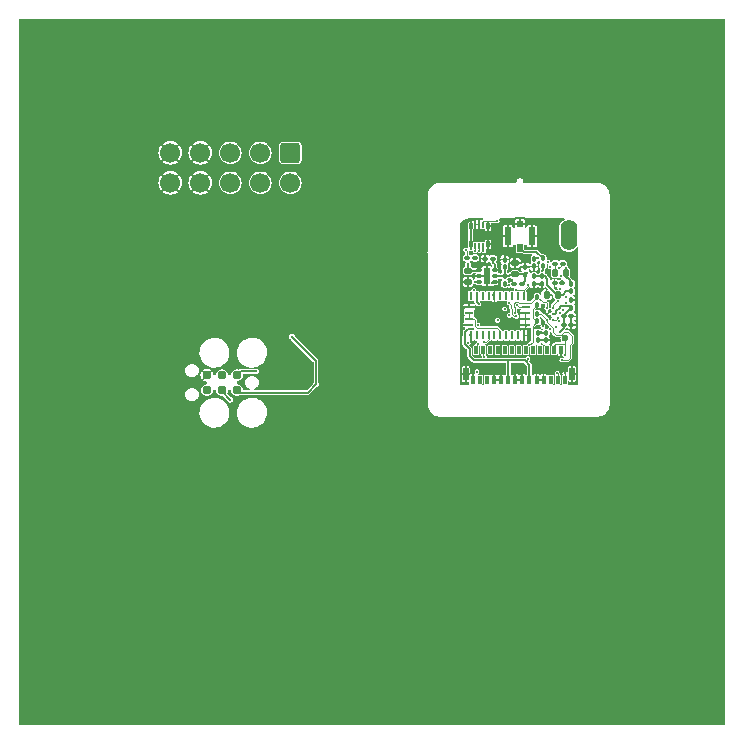
<source format=gbr>
%TF.GenerationSoftware,KiCad,Pcbnew,(7.0.0)*%
%TF.CreationDate,2023-03-01T11:35:52-05:00*%
%TF.ProjectId,headstage-neuropix2e,68656164-7374-4616-9765-2d6e6575726f,A*%
%TF.SameCoordinates,Original*%
%TF.FileFunction,Copper,L1,Top*%
%TF.FilePolarity,Positive*%
%FSLAX46Y46*%
G04 Gerber Fmt 4.6, Leading zero omitted, Abs format (unit mm)*
G04 Created by KiCad (PCBNEW (7.0.0)) date 2023-03-01 11:35:52*
%MOMM*%
%LPD*%
G01*
G04 APERTURE LIST*
G04 Aperture macros list*
%AMRoundRect*
0 Rectangle with rounded corners*
0 $1 Rounding radius*
0 $2 $3 $4 $5 $6 $7 $8 $9 X,Y pos of 4 corners*
0 Add a 4 corners polygon primitive as box body*
4,1,4,$2,$3,$4,$5,$6,$7,$8,$9,$2,$3,0*
0 Add four circle primitives for the rounded corners*
1,1,$1+$1,$2,$3*
1,1,$1+$1,$4,$5*
1,1,$1+$1,$6,$7*
1,1,$1+$1,$8,$9*
0 Add four rect primitives between the rounded corners*
20,1,$1+$1,$2,$3,$4,$5,0*
20,1,$1+$1,$4,$5,$6,$7,0*
20,1,$1+$1,$6,$7,$8,$9,0*
20,1,$1+$1,$8,$9,$2,$3,0*%
G04 Aperture macros list end*
%TA.AperFunction,SMDPad,CuDef*%
%ADD10RoundRect,0.100000X-0.100000X0.130000X-0.100000X-0.130000X0.100000X-0.130000X0.100000X0.130000X0*%
%TD*%
%TA.AperFunction,ConnectorPad*%
%ADD11C,0.787400*%
%TD*%
%TA.AperFunction,ComponentPad*%
%ADD12O,1.400000X2.600000*%
%TD*%
%TA.AperFunction,SMDPad,CuDef*%
%ADD13RoundRect,0.100000X0.130000X0.100000X-0.130000X0.100000X-0.130000X-0.100000X0.130000X-0.100000X0*%
%TD*%
%TA.AperFunction,SMDPad,CuDef*%
%ADD14RoundRect,0.100000X-0.130000X-0.100000X0.130000X-0.100000X0.130000X0.100000X-0.130000X0.100000X0*%
%TD*%
%TA.AperFunction,SMDPad,CuDef*%
%ADD15RoundRect,0.009000X-0.081000X-0.233500X0.081000X-0.233500X0.081000X0.233500X-0.081000X0.233500X0*%
%TD*%
%TA.AperFunction,SMDPad,CuDef*%
%ADD16RoundRect,0.011500X-0.103500X-0.256000X0.103500X-0.256000X0.103500X0.256000X-0.103500X0.256000X0*%
%TD*%
%TA.AperFunction,SMDPad,CuDef*%
%ADD17R,0.254000X0.675000*%
%TD*%
%TA.AperFunction,SMDPad,CuDef*%
%ADD18R,0.675000X0.254000*%
%TD*%
%TA.AperFunction,SMDPad,CuDef*%
%ADD19R,0.500000X0.650000*%
%TD*%
%TA.AperFunction,SMDPad,CuDef*%
%ADD20R,0.600000X1.500000*%
%TD*%
%TA.AperFunction,SMDPad,CuDef*%
%ADD21R,0.500000X0.550000*%
%TD*%
%TA.AperFunction,SMDPad,CuDef*%
%ADD22RoundRect,0.140000X0.170000X-0.140000X0.170000X0.140000X-0.170000X0.140000X-0.170000X-0.140000X0*%
%TD*%
%TA.AperFunction,SMDPad,CuDef*%
%ADD23RoundRect,0.100000X0.100000X-0.130000X0.100000X0.130000X-0.100000X0.130000X-0.100000X-0.130000X0*%
%TD*%
%TA.AperFunction,SMDPad,CuDef*%
%ADD24RoundRect,0.012500X-0.187500X-0.112500X0.187500X-0.112500X0.187500X0.112500X-0.187500X0.112500X0*%
%TD*%
%TA.AperFunction,SMDPad,CuDef*%
%ADD25R,0.500000X1.400000*%
%TD*%
%TA.AperFunction,SMDPad,CuDef*%
%ADD26RoundRect,0.015000X0.135000X0.310000X-0.135000X0.310000X-0.135000X-0.310000X0.135000X-0.310000X0*%
%TD*%
%TA.AperFunction,SMDPad,CuDef*%
%ADD27RoundRect,0.020000X0.180000X0.480000X-0.180000X0.480000X-0.180000X-0.480000X0.180000X-0.480000X0*%
%TD*%
%TA.AperFunction,SMDPad,CuDef*%
%ADD28RoundRect,0.140000X-0.170000X0.140000X-0.170000X-0.140000X0.170000X-0.140000X0.170000X0.140000X0*%
%TD*%
%TA.AperFunction,SMDPad,CuDef*%
%ADD29C,0.600000*%
%TD*%
%TA.AperFunction,SMDPad,CuDef*%
%ADD30RoundRect,0.140000X0.140000X0.170000X-0.140000X0.170000X-0.140000X-0.170000X0.140000X-0.170000X0*%
%TD*%
%TA.AperFunction,ComponentPad*%
%ADD31RoundRect,0.250000X-0.600000X0.600000X-0.600000X-0.600000X0.600000X-0.600000X0.600000X0.600000X0*%
%TD*%
%TA.AperFunction,ComponentPad*%
%ADD32C,1.700000*%
%TD*%
%TA.AperFunction,SMDPad,CuDef*%
%ADD33C,0.225000*%
%TD*%
%TA.AperFunction,SMDPad,CuDef*%
%ADD34RoundRect,0.050000X-0.200000X-0.250000X0.200000X-0.250000X0.200000X0.250000X-0.200000X0.250000X0*%
%TD*%
%TA.AperFunction,ViaPad*%
%ADD35C,0.200000*%
%TD*%
%TA.AperFunction,ViaPad*%
%ADD36C,0.300000*%
%TD*%
%TA.AperFunction,Conductor*%
%ADD37C,0.200000*%
%TD*%
%TA.AperFunction,Conductor*%
%ADD38C,0.150000*%
%TD*%
%TA.AperFunction,Conductor*%
%ADD39C,0.100000*%
%TD*%
%TA.AperFunction,Conductor*%
%ADD40C,0.172000*%
%TD*%
G04 APERTURE END LIST*
D10*
%TO.P,R6,1*%
%TO.N,+1V8*%
X141225000Y-86880000D03*
%TO.P,R6,2*%
%TO.N,Net-(U3-MODE)*%
X141225000Y-87520000D03*
%TD*%
D11*
%TO.P,J5,1,VCC*%
%TO.N,+4V*%
X118560000Y-95265000D03*
%TO.P,J5,2,SWDIO*%
%TO.N,/Neuropixels 2.0/SDA*%
X118560000Y-96535000D03*
%TO.P,J5,3,~{RESET}*%
%TO.N,unconnected-(J5-~{RESET}-Pad3)*%
X117290000Y-95265000D03*
%TO.P,J5,4,SWCLK*%
%TO.N,/Neuropixels 2.0/SCL*%
X117290000Y-96535000D03*
%TO.P,J5,5,GND*%
%TO.N,GND*%
X116020000Y-95265000D03*
%TO.P,J5,6,SWO*%
%TO.N,unconnected-(J5-SWO-Pad6)*%
X116020000Y-96535000D03*
%TD*%
D12*
%TO.P,TP2,1,1*%
%TO.N,/Neuropixels 2.0/NP_{TP0}*%
X146634999Y-83419999D03*
%TD*%
D13*
%TO.P,C13,1*%
%TO.N,+1V8*%
X142695000Y-87550000D03*
%TO.P,C13,2*%
%TO.N,GND*%
X142055000Y-87550000D03*
%TD*%
D14*
%TO.P,R3,1*%
%TO.N,Net-(D1-K)*%
X145505000Y-85850000D03*
%TO.P,R3,2*%
%TO.N,Net-(U3-GPIO3{slash}CLKIN)*%
X146145000Y-85850000D03*
%TD*%
D15*
%TO.P,J6,1,Pin_1*%
%TO.N,/Neuropixels 2.0/SCL*%
X138735000Y-84340000D03*
%TO.P,J6,2,Pin_2*%
%TO.N,GND*%
X138735000Y-82520000D03*
%TO.P,J6,3,Pin_3*%
%TO.N,/Neuropixels 2.0/SDA*%
X139085000Y-84340000D03*
%TO.P,J6,4,Pin_4*%
%TO.N,GND*%
X139085000Y-82520000D03*
%TO.P,J6,5,Pin_5*%
%TO.N,+1V8*%
X139435000Y-84340000D03*
%TO.P,J6,6,Pin_6*%
%TO.N,/Perpherials/GPIO*%
X139435000Y-82520000D03*
D16*
%TO.P,J6,MP1,MountPin1*%
%TO.N,+4V*%
X138360000Y-84195000D03*
%TO.P,J6,MP2,MountPin2*%
X138360000Y-82665000D03*
%TO.P,J6,MP3,MountPin3*%
%TO.N,GND*%
X139810000Y-84195000D03*
%TO.P,J6,MP4,MountPin4*%
X139810000Y-82665000D03*
%TD*%
D17*
%TO.P,U7,1,PIN1*%
%TO.N,unconnected-(U7-PIN1-Pad1)*%
X138362499Y-88587499D03*
D18*
%TO.P,U7,2,GND*%
%TO.N,GND*%
X138224999Y-89499999D03*
%TO.P,U7,3,VDD*%
%TO.N,+2V5*%
X138224999Y-89999999D03*
%TO.P,U7,4,~{BOOT_LOAD_PIN}*%
X138224999Y-90499999D03*
%TO.P,U7,5,PS1*%
%TO.N,GND*%
X138224999Y-90999999D03*
D17*
%TO.P,U7,6,PS0*%
X138362499Y-91912499D03*
%TO.P,U7,7,PIN7*%
%TO.N,unconnected-(U7-PIN7-Pad7)*%
X138862499Y-91912499D03*
%TO.P,U7,8,PIN8*%
%TO.N,unconnected-(U7-PIN8-Pad8)*%
X139362499Y-91912499D03*
%TO.P,U7,9,CAP*%
%TO.N,Net-(U7-CAP)*%
X139862499Y-91912499D03*
%TO.P,U7,10,BL_IND*%
%TO.N,unconnected-(U7-BL_IND-Pad10)*%
X140362499Y-91912499D03*
%TO.P,U7,11,~{RESET}*%
%TO.N,+2V5*%
X140862499Y-91912499D03*
%TO.P,U7,12,PIN12*%
%TO.N,unconnected-(U7-PIN12-Pad12)*%
X141362499Y-91912499D03*
%TO.P,U7,13,PIN13*%
%TO.N,unconnected-(U7-PIN13-Pad13)*%
X141862499Y-91912499D03*
%TO.P,U7,14,INT*%
%TO.N,unconnected-(U7-INT-Pad14)*%
X142362499Y-91912499D03*
%TO.P,U7,15,GNDIO*%
%TO.N,GND*%
X142862499Y-91912499D03*
D18*
%TO.P,U7,16,GNDIO*%
X142999999Y-90999999D03*
%TO.P,U7,17,COM3*%
X142999999Y-90499999D03*
%TO.P,U7,18,COM2*%
X142999999Y-89999999D03*
%TO.P,U7,19,COM1*%
%TO.N,/Neuropixels 2.0/SCL*%
X142999999Y-89499999D03*
D17*
%TO.P,U7,20,COM0*%
%TO.N,/Neuropixels 2.0/SDA*%
X142862499Y-88587499D03*
%TO.P,U7,21,PIN21*%
%TO.N,unconnected-(U7-PIN21-Pad21)*%
X142362499Y-88587499D03*
%TO.P,U7,22,PIN22*%
%TO.N,unconnected-(U7-PIN22-Pad22)*%
X141862499Y-88587499D03*
%TO.P,U7,23,PIN23*%
%TO.N,unconnected-(U7-PIN23-Pad23)*%
X141362499Y-88587499D03*
%TO.P,U7,24,PIN24*%
%TO.N,unconnected-(U7-PIN24-Pad24)*%
X140862499Y-88587499D03*
%TO.P,U7,25,GNDIO*%
%TO.N,GND*%
X140362499Y-88587499D03*
%TO.P,U7,26,XOUT32*%
%TO.N,unconnected-(U7-XOUT32-Pad26)*%
X139862499Y-88587499D03*
%TO.P,U7,27,XIN32*%
%TO.N,unconnected-(U7-XIN32-Pad27)*%
X139362499Y-88587499D03*
%TO.P,U7,28,VDDIO*%
%TO.N,+1V8*%
X138862499Y-88587499D03*
%TD*%
D19*
%TO.P,J1,1,In*%
%TO.N,/DC Tap & Regulation/RF+DC*%
X142524999Y-84474999D03*
D20*
%TO.P,J1,2,Ext*%
%TO.N,GND*%
X141524999Y-83499999D03*
D21*
X142524999Y-82474999D03*
D20*
X143524999Y-83499999D03*
%TD*%
D22*
%TO.P,C15,1*%
%TO.N,+1V8*%
X142125000Y-86730000D03*
%TO.P,C15,2*%
%TO.N,GND*%
X142125000Y-85770000D03*
%TD*%
D12*
%TO.P,TP1,1,1*%
%TO.N,GND*%
X144954999Y-83419999D03*
%TD*%
D13*
%TO.P,R1,1*%
%TO.N,+4V*%
X138695000Y-85350000D03*
%TO.P,R1,2*%
%TO.N,Net-(L1-Pad2)*%
X138055000Y-85350000D03*
%TD*%
D10*
%TO.P,C17,1*%
%TO.N,Net-(U3-VDDCML)*%
X143685000Y-86890000D03*
%TO.P,C17,2*%
%TO.N,GND*%
X143685000Y-87530000D03*
%TD*%
D23*
%TO.P,C14,1*%
%TO.N,+1V8*%
X142975000Y-86770000D03*
%TO.P,C14,2*%
%TO.N,GND*%
X142975000Y-86130000D03*
%TD*%
%TO.P,C22,1*%
%TO.N,+1V8*%
X146875000Y-89570000D03*
%TO.P,C22,2*%
%TO.N,GND*%
X146875000Y-88930000D03*
%TD*%
D10*
%TO.P,C9,1*%
%TO.N,+1V8*%
X144725000Y-91680000D03*
%TO.P,C9,2*%
%TO.N,GND*%
X144725000Y-92320000D03*
%TD*%
D14*
%TO.P,C7,1*%
%TO.N,+1V8*%
X146225000Y-90300000D03*
%TO.P,C7,2*%
%TO.N,GND*%
X146865000Y-90300000D03*
%TD*%
D13*
%TO.P,C2,1*%
%TO.N,+2V5*%
X140225000Y-85400000D03*
%TO.P,C2,2*%
%TO.N,GND*%
X139585000Y-85400000D03*
%TD*%
D24*
%TO.P,U1,1,VIN*%
%TO.N,+4V*%
X139075000Y-86400000D03*
%TO.P,U1,2,GND*%
%TO.N,GND*%
X139075000Y-86900000D03*
%TO.P,U1,3,EN2*%
%TO.N,+4V*%
X139075000Y-87400000D03*
%TO.P,U1,4,EN1*%
X140375000Y-87400000D03*
%TO.P,U1,5,VOUT2*%
%TO.N,+1V8*%
X140375000Y-86900000D03*
%TO.P,U1,6,VOUT1*%
%TO.N,+2V5*%
X140375000Y-86400000D03*
D25*
%TO.P,U1,7,GND*%
%TO.N,GND*%
X139724999Y-86899999D03*
%TD*%
D26*
%TO.P,J2,1,Pin_1*%
%TO.N,GND*%
X138525000Y-95650000D03*
%TO.P,J2,2,Pin_2*%
%TO.N,/Neuropixels 2.0/SDA_{A}*%
X138825000Y-93150000D03*
%TO.P,J2,3,Pin_3*%
%TO.N,/Neuropixels 2.0/NP_{RESET}*%
X139125000Y-95650000D03*
%TO.P,J2,4,Pin_4*%
%TO.N,/Neuropixels 2.0/SCL*%
X139425000Y-93150000D03*
%TO.P,J2,5,Pin_5*%
%TO.N,/Neuropixels 2.0/SYNC*%
X139725000Y-95650000D03*
%TO.P,J2,6,Pin_6*%
%TO.N,/Neuropixels 2.0/D7*%
X140025000Y-93150000D03*
%TO.P,J2,7,Pin_7*%
%TO.N,GND*%
X140325000Y-95650000D03*
%TO.P,J2,8,Pin_8*%
%TO.N,/Neuropixels 2.0/D6*%
X140625000Y-93150000D03*
%TO.P,J2,9,Pin_9*%
%TO.N,GND*%
X140925000Y-95650000D03*
%TO.P,J2,10,Pin_10*%
%TO.N,/Neuropixels 2.0/D5*%
X141225000Y-93150000D03*
%TO.P,J2,11,Pin_11*%
%TO.N,+1.8VA*%
X141525000Y-95650000D03*
%TO.P,J2,12,Pin_12*%
%TO.N,/Neuropixels 2.0/D4*%
X141825000Y-93150000D03*
%TO.P,J2,13,Pin_13*%
%TO.N,GND*%
X142125000Y-95650000D03*
%TO.P,J2,14,Pin_14*%
%TO.N,/Neuropixels 2.0/PCLK*%
X142425000Y-93150000D03*
%TO.P,J2,15,Pin_15*%
%TO.N,GND*%
X142725000Y-95650000D03*
%TO.P,J2,16,Pin_16*%
%TO.N,/Neuropixels 2.0/D3*%
X143025000Y-93150000D03*
%TO.P,J2,17,Pin_17*%
%TO.N,+1.8VA*%
X143325000Y-95650000D03*
%TO.P,J2,18,Pin_18*%
%TO.N,/Neuropixels 2.0/D2*%
X143625000Y-93150000D03*
%TO.P,J2,19,Pin_19*%
%TO.N,GND*%
X143925000Y-95650000D03*
%TO.P,J2,20,Pin_20*%
%TO.N,/Neuropixels 2.0/D1*%
X144225000Y-93150000D03*
%TO.P,J2,21,Pin_21*%
%TO.N,GND*%
X144525000Y-95650000D03*
%TO.P,J2,22,Pin_22*%
%TO.N,/Neuropixels 2.0/D0*%
X144825000Y-93150000D03*
%TO.P,J2,23,Pin_23*%
%TO.N,/Neuropixels 2.0/SYNC*%
X145125000Y-95650000D03*
%TO.P,J2,24,Pin_24*%
%TO.N,/Neuropixels 2.0/NP_{TP1}*%
X145425000Y-93150000D03*
%TO.P,J2,25,Pin_25*%
%TO.N,/Neuropixels 2.0/NP_{RESET}*%
X145725000Y-95650000D03*
%TO.P,J2,26,Pin_26*%
%TO.N,GND*%
X146025000Y-93150000D03*
%TO.P,J2,27,Pin_27*%
%TO.N,/Neuropixels 2.0/NP_{TP0}*%
X146325000Y-95650000D03*
D27*
%TO.P,J2,MP,MountPin*%
%TO.N,GND*%
X137925000Y-95175000D03*
X146925000Y-95175000D03*
%TD*%
D23*
%TO.P,R10,1*%
%TO.N,+1.8VA*%
X143985000Y-90710000D03*
%TO.P,R10,2*%
%TO.N,/Neuropixels 2.0/SDA_{B}*%
X143985000Y-90070000D03*
%TD*%
%TO.P,L4,1,1*%
%TO.N,Net-(U3-VDDCML)*%
X146855000Y-88170000D03*
%TO.P,L4,2,2*%
%TO.N,+1V8*%
X146855000Y-87530000D03*
%TD*%
%TO.P,C19,1*%
%TO.N,Net-(U3-DOUTP)*%
X144475000Y-86020000D03*
%TO.P,C19,2*%
%TO.N,/DC Tap & Regulation/RF+DC*%
X144475000Y-85380000D03*
%TD*%
D14*
%TO.P,C6,1*%
%TO.N,+1V8*%
X146225000Y-91000000D03*
%TO.P,C6,2*%
%TO.N,GND*%
X146865000Y-91000000D03*
%TD*%
D10*
%TO.P,C16,1*%
%TO.N,Net-(U3-VDDCML)*%
X144385000Y-86890000D03*
%TO.P,C16,2*%
%TO.N,GND*%
X144385000Y-87530000D03*
%TD*%
D28*
%TO.P,C3,1*%
%TO.N,+4V*%
X138125000Y-86420000D03*
%TO.P,C3,2*%
%TO.N,GND*%
X138125000Y-87380000D03*
%TD*%
D23*
%TO.P,C1,1*%
%TO.N,+1V8*%
X141225000Y-86120000D03*
%TO.P,C1,2*%
%TO.N,GND*%
X141225000Y-85480000D03*
%TD*%
D29*
%TO.P,TP3,1,1*%
%TO.N,/Neuropixels 2.0/NP_{TP1}*%
X146355000Y-92140000D03*
%TD*%
D10*
%TO.P,C8,1*%
%TO.N,+1V8*%
X144025000Y-91680000D03*
%TO.P,C8,2*%
%TO.N,GND*%
X144025000Y-92320000D03*
%TD*%
D30*
%TO.P,C18,1*%
%TO.N,Net-(U3-VDDCML)*%
X145735000Y-88470000D03*
%TO.P,C18,2*%
%TO.N,GND*%
X144775000Y-88470000D03*
%TD*%
D10*
%TO.P,R7,1*%
%TO.N,/Serializer/Dout-*%
X143725000Y-85430000D03*
%TO.P,R7,2*%
%TO.N,GND*%
X143725000Y-86070000D03*
%TD*%
D31*
%TO.P,J4,1,Pin_1*%
%TO.N,+4V*%
X123080000Y-76447500D03*
D32*
%TO.P,J4,2,Pin_2*%
X123080000Y-78987500D03*
%TO.P,J4,3,Pin_3*%
%TO.N,/Neuropixels 2.0/SCL*%
X120540000Y-76447500D03*
%TO.P,J4,4,Pin_4*%
X120540000Y-78987500D03*
%TO.P,J4,5,Pin_5*%
%TO.N,/Neuropixels 2.0/SDA*%
X118000000Y-76447500D03*
%TO.P,J4,6,Pin_6*%
X118000000Y-78987500D03*
%TO.P,J4,7,Pin_7*%
%TO.N,GND*%
X115460000Y-76447500D03*
%TO.P,J4,8,Pin_8*%
X115460000Y-78987500D03*
%TO.P,J4,9,Pin_9*%
X112920000Y-76447500D03*
%TO.P,J4,10,Pin_10*%
X112920000Y-78987500D03*
%TD*%
D33*
%TO.P,U4,A1,NO*%
%TO.N,/Neuropixels 2.0/SDA_{A}*%
X144815000Y-89610000D03*
%TO.P,U4,A2,IN*%
%TO.N,/Neuropixels 2.0/NP_{Select}*%
X145315000Y-89610000D03*
%TO.P,U4,B1,GND*%
%TO.N,GND*%
X144815000Y-90110000D03*
%TO.P,U4,B2,V+*%
%TO.N,+1V8*%
X145315000Y-90110000D03*
%TO.P,U4,C1,NC*%
%TO.N,/Neuropixels 2.0/SDA_{B}*%
X144815000Y-90610000D03*
%TO.P,U4,C2,COM*%
%TO.N,/Neuropixels 2.0/SDA*%
X145315000Y-90610000D03*
%TD*%
D34*
%TO.P,D1,1,K*%
%TO.N,Net-(D1-K)*%
X145525000Y-86650000D03*
%TO.P,D1,2,A*%
%TO.N,+1V8*%
X146425000Y-86650000D03*
%TD*%
D13*
%TO.P,R4,1*%
%TO.N,/Perpherials/GPIO*%
X146095000Y-87500000D03*
%TO.P,R4,2*%
%TO.N,GND*%
X145455000Y-87500000D03*
%TD*%
D23*
%TO.P,R9,1*%
%TO.N,+1.8VA*%
X143975000Y-89290000D03*
%TO.P,R9,2*%
%TO.N,/Neuropixels 2.0/SDA_{A}*%
X143975000Y-88650000D03*
%TD*%
D35*
%TO.N,GND*%
X146915000Y-84930000D03*
X138835000Y-83649300D03*
X137898663Y-88881316D03*
X142125000Y-95650000D03*
X142735000Y-94830000D03*
D36*
X156300000Y-121900000D03*
D35*
X142125000Y-94830000D03*
X139611259Y-88091963D03*
X141615000Y-84550000D03*
X145475000Y-87550000D03*
X143995000Y-94810000D03*
X146785000Y-95970000D03*
X139445000Y-90900000D03*
X145625000Y-94100000D03*
D36*
X139900000Y-106500000D03*
D35*
X144005000Y-91150000D03*
X139415000Y-83640000D03*
X142574999Y-82474998D03*
X137915500Y-87943311D03*
X139585000Y-89160000D03*
D36*
X135640000Y-73600000D03*
D35*
X144455000Y-90760000D03*
X143185000Y-84540000D03*
X137925000Y-95200000D03*
X146925000Y-95200000D03*
X141705000Y-93720000D03*
X140005000Y-83700000D03*
X145315000Y-94840000D03*
X146025000Y-85130000D03*
X140200498Y-88500500D03*
X143225000Y-85400000D03*
X147035000Y-85460000D03*
X144755000Y-88270000D03*
X138306076Y-91856076D03*
X139025000Y-90250000D03*
X141607409Y-88089070D03*
X144465000Y-89370000D03*
X144525000Y-95650000D03*
X143025000Y-90500000D03*
X143925000Y-95650000D03*
X140305000Y-94850000D03*
X139165000Y-86900000D03*
X140925000Y-95650000D03*
X143025000Y-90000000D03*
X140225000Y-92510000D03*
X141975000Y-82620000D03*
X143845000Y-93830000D03*
X140675000Y-93720500D03*
X137785000Y-89620000D03*
X137810700Y-83680000D03*
X139925000Y-90200000D03*
X144755000Y-88610000D03*
X140325000Y-95650000D03*
X138525000Y-95050000D03*
D36*
X126680000Y-71747500D03*
X156700000Y-69100000D03*
X155800000Y-87500000D03*
D35*
X141225000Y-84830000D03*
X143725000Y-87600000D03*
X144565000Y-93780000D03*
X144815000Y-90110000D03*
X142775000Y-85400000D03*
X141395000Y-84090000D03*
X140165000Y-88090000D03*
X143705000Y-84520000D03*
X139695000Y-87470500D03*
X147015000Y-94060000D03*
X143565000Y-84070000D03*
X142475000Y-85050000D03*
X143285000Y-88250000D03*
X144185000Y-87630000D03*
X147135000Y-86480000D03*
D36*
X107600000Y-104500000D03*
X103100000Y-122100000D03*
D35*
X142595000Y-93710000D03*
X139455000Y-90190000D03*
X143025000Y-91150500D03*
X140905000Y-94840000D03*
X143880840Y-88220500D03*
X143385000Y-88770000D03*
X145125000Y-85330000D03*
X139107347Y-94319500D03*
X142165000Y-90630000D03*
D36*
X105450000Y-70470000D03*
D35*
X142725000Y-95650000D03*
X137955000Y-94170000D03*
X142355000Y-91170000D03*
D36*
X145200000Y-72300000D03*
D35*
X137975000Y-87440000D03*
D36*
X154200000Y-101500000D03*
D35*
X141625000Y-87249500D03*
D36*
X103900000Y-84800000D03*
X130200000Y-99700000D03*
D35*
X142025000Y-85450000D03*
X137781392Y-91260865D03*
X137915000Y-93180000D03*
X139725000Y-86450000D03*
%TO.N,+1V8*%
X145875500Y-91592347D03*
X139435000Y-84730000D03*
X139025000Y-89250000D03*
X146434268Y-86221264D03*
X138620290Y-88099352D03*
X144275000Y-91650500D03*
X143157963Y-86612963D03*
D36*
X140775000Y-86900000D03*
D35*
X138147595Y-92527730D03*
X146655000Y-87170000D03*
X145820230Y-89664770D03*
X138984500Y-91016076D03*
%TO.N,/Neuropixels 2.0/PCLK*%
X141625000Y-90210000D03*
X142425000Y-93150000D03*
%TO.N,/Neuropixels 2.0/SDA_{A}*%
X138985357Y-92627003D03*
X142122378Y-89995974D03*
%TO.N,+4V*%
X138640419Y-85475200D03*
D36*
X138124999Y-85890001D03*
X120200000Y-94945000D03*
D35*
X138695000Y-87370000D03*
X140195000Y-87490000D03*
X138745000Y-86420000D03*
X138355000Y-84600000D03*
D36*
%TO.N,/Neuropixels 2.0/SCL*%
X118000000Y-97340000D03*
D35*
X140625000Y-90625000D03*
X142235000Y-89324500D03*
X145075000Y-86100000D03*
X138735000Y-84740000D03*
X139505000Y-93710000D03*
X141234061Y-89672090D03*
%TO.N,/Neuropixels 2.0/SYNC*%
X139725000Y-95650000D03*
X145125000Y-95650000D03*
%TO.N,/Neuropixels 2.0/D7*%
X144455065Y-91149935D03*
X140025000Y-93150000D03*
%TO.N,Net-(L1-Pad2)*%
X137921788Y-84655700D03*
%TO.N,/Neuropixels 2.0/D6*%
X145075000Y-91385075D03*
X140625000Y-93150000D03*
%TO.N,/Neuropixels 2.0/D5*%
X141225000Y-93150000D03*
X145539322Y-91153783D03*
%TO.N,/Neuropixels 2.0/D4*%
X141825000Y-93150000D03*
X145855000Y-90720000D03*
%TO.N,/Neuropixels 2.0/D3*%
X143025000Y-93150000D03*
X145871150Y-90001022D03*
%TO.N,/Neuropixels 2.0/D2*%
X146185000Y-89750000D03*
X143625000Y-93150000D03*
%TO.N,/Neuropixels 2.0/D1*%
X146405000Y-89140000D03*
X144225000Y-93150000D03*
%TO.N,/Neuropixels 2.0/D0*%
X146425000Y-88650002D03*
X144825000Y-93150000D03*
D36*
%TO.N,/DC Tap & Regulation/RF+DC*%
X142525000Y-84475000D03*
D35*
%TO.N,/Neuropixels 2.0/NP_{TP0}*%
X138875000Y-94980000D03*
X146325000Y-95125500D03*
%TO.N,/Neuropixels 2.0/SDA_{B}*%
X146068576Y-93973576D03*
%TO.N,/Neuropixels 2.0/SDA*%
X142225000Y-90290000D03*
X143175250Y-87650499D03*
X145774501Y-90410000D03*
X142177262Y-88059188D03*
X141625000Y-89150000D03*
X139085000Y-84730000D03*
D36*
X123200000Y-92000000D03*
D35*
X144915000Y-85700000D03*
D36*
X125255000Y-96035000D03*
D35*
%TO.N,/Perpherials/GPIO*%
X140600000Y-82204300D03*
X146099498Y-87271944D03*
%TO.N,/Neuropixels 2.0/NP_{Select}*%
X145975500Y-86850000D03*
X145774501Y-88979500D03*
D36*
%TO.N,+2V5*%
X140375000Y-86400000D03*
D35*
X138215000Y-89990000D03*
%TO.N,Net-(U3-DOUTP)*%
X144425000Y-86449500D03*
%TO.N,Net-(U7-CAP)*%
X139483691Y-92449503D03*
%TO.N,Net-(U3-GPIO3{slash}CLKIN)*%
X145857158Y-86184021D03*
X145895000Y-87940000D03*
%TO.N,Net-(U3-MODE)*%
X141625000Y-87650000D03*
%TO.N,/Neuropixels 2.0/NP_{RESET}*%
X145725000Y-95650000D03*
X139125000Y-95650000D03*
X145675000Y-95080000D03*
%TO.N,+1.8VA*%
X143205000Y-93880000D03*
X141525000Y-95650000D03*
X138570000Y-91375000D03*
X143325000Y-95650000D03*
X143325000Y-92702940D03*
%TO.N,/Neuropixels 2.0/NP_{TP1}*%
X146355000Y-93550000D03*
%TO.N,/Serializer/Dout-*%
X144025000Y-85380000D03*
%TO.N,Net-(U3-VDDCML)*%
X144845000Y-87650499D03*
%TD*%
D37*
%TO.N,GND*%
X141754500Y-87249500D02*
X141625000Y-87249500D01*
D38*
X138525000Y-95650000D02*
X138525000Y-95050000D01*
D37*
X142125000Y-85550000D02*
X142025000Y-85450000D01*
X139725000Y-87440500D02*
X139725000Y-86900000D01*
X139695000Y-87470500D02*
X139725000Y-87440500D01*
X142055000Y-87550000D02*
X141754500Y-87249500D01*
X139725000Y-86900000D02*
X139725000Y-86450000D01*
X142125000Y-85770000D02*
X142125000Y-85550000D01*
%TO.N,+1V8*%
X141585000Y-86880000D02*
X141735000Y-86730000D01*
X146225000Y-90300000D02*
X146225000Y-90220000D01*
X141225000Y-86880000D02*
X141585000Y-86880000D01*
X144385000Y-91680000D02*
X144725000Y-91680000D01*
X146225000Y-91242847D02*
X146225000Y-91000000D01*
X145571150Y-89876757D02*
X145783137Y-89664770D01*
D38*
X139435000Y-84340000D02*
X139435000Y-84730000D01*
D37*
X141225000Y-86120000D02*
X141225000Y-86880000D01*
X145783137Y-89664770D02*
X145820230Y-89664770D01*
D39*
X146855000Y-87460000D02*
X146855000Y-87370000D01*
D37*
X145875500Y-91592347D02*
X146225000Y-91242847D01*
X146425000Y-86650000D02*
X146425000Y-86940000D01*
X146225000Y-90300000D02*
X146225000Y-91000000D01*
X144025000Y-91680000D02*
X144385000Y-91680000D01*
X146855000Y-87370000D02*
X146855000Y-87530000D01*
X146035000Y-89450000D02*
X146755000Y-89450000D01*
X142935000Y-86730000D02*
X142975000Y-86770000D01*
X141735000Y-86730000D02*
X142125000Y-86730000D01*
X142975000Y-86770000D02*
X142975000Y-87270000D01*
X145820230Y-89664770D02*
X146035000Y-89450000D01*
X146655000Y-87170000D02*
X146855000Y-87370000D01*
X146425000Y-86650000D02*
X146425000Y-86230532D01*
X143132037Y-86612963D02*
X142975000Y-86770000D01*
X145571150Y-90030000D02*
X145571150Y-89876757D01*
D39*
X146855000Y-87530000D02*
X146855000Y-87460000D01*
D37*
X146855000Y-87540000D02*
X146855000Y-87460000D01*
X145491150Y-90110000D02*
X145571150Y-90030000D01*
D39*
X144304500Y-91680000D02*
X144275000Y-91650500D01*
D37*
X146225000Y-90220000D02*
X146875000Y-89570000D01*
X138862500Y-89087500D02*
X139025000Y-89250000D01*
X146425000Y-86230532D02*
X146434268Y-86221264D01*
X143157963Y-86612963D02*
X143132037Y-86612963D01*
X142125000Y-86730000D02*
X142935000Y-86730000D01*
X140375000Y-86900000D02*
X141205000Y-86900000D01*
X142975000Y-87270000D02*
X142695000Y-87550000D01*
X141205000Y-86900000D02*
X141225000Y-86880000D01*
X146755000Y-89450000D02*
X146875000Y-89570000D01*
X145315000Y-90110000D02*
X145491150Y-90110000D01*
D39*
X144385000Y-91680000D02*
X144304500Y-91680000D01*
D37*
X138862500Y-88587500D02*
X138862500Y-89087500D01*
X146425000Y-86940000D02*
X146655000Y-87170000D01*
D39*
%TO.N,Net-(D1-K)*%
X145505000Y-86630000D02*
X145525000Y-86650000D01*
X145505000Y-85850000D02*
X145505000Y-86630000D01*
%TO.N,/Neuropixels 2.0/SDA_{A}*%
X141985000Y-89428054D02*
X142122378Y-89565432D01*
X141985000Y-89220946D02*
X141985000Y-89428054D01*
X143975000Y-88650000D02*
X143485000Y-89140000D01*
X138825000Y-93150000D02*
X138825000Y-92787360D01*
X144725000Y-89110000D02*
X144815000Y-89200000D01*
X144435000Y-89110000D02*
X144725000Y-89110000D01*
X143975000Y-88650000D02*
X144435000Y-89110000D01*
X142122378Y-89565432D02*
X142122378Y-89995974D01*
X144815000Y-89200000D02*
X144815000Y-89610000D01*
X142364500Y-89074500D02*
X142131446Y-89074500D01*
X138825000Y-92787360D02*
X138985357Y-92627003D01*
X142430000Y-89140000D02*
X142364500Y-89074500D01*
X143485000Y-89140000D02*
X142430000Y-89140000D01*
X142131446Y-89074500D02*
X141985000Y-89220946D01*
D37*
%TO.N,+4V*%
X138361200Y-84593800D02*
X138361200Y-82665000D01*
X138125000Y-85890002D02*
X138124999Y-85890001D01*
D39*
X138355000Y-84200000D02*
X138360000Y-84195000D01*
D37*
X120200000Y-94945000D02*
X118875000Y-94945000D01*
X138125000Y-86420000D02*
X138745000Y-86420000D01*
X138745000Y-86420000D02*
X139055000Y-86420000D01*
D39*
X138355000Y-84600000D02*
X138355000Y-84200000D01*
D37*
X138125000Y-86420000D02*
X138125000Y-85890002D01*
X118875000Y-94945000D02*
X118555000Y-95265000D01*
X139055000Y-86420000D02*
X139075000Y-86400000D01*
X138355000Y-84600000D02*
X138361200Y-84593800D01*
D39*
X138725000Y-87400000D02*
X139075000Y-87400000D01*
X138695000Y-87370000D02*
X138725000Y-87400000D01*
D37*
X138361200Y-84593800D02*
X138361200Y-84195000D01*
D39*
%TO.N,/Neuropixels 2.0/SCL*%
X138735000Y-84740000D02*
X138735000Y-84340000D01*
X139425000Y-93630000D02*
X139505000Y-93710000D01*
X139425000Y-93150000D02*
X139425000Y-93630000D01*
D37*
X117285000Y-96625000D02*
X117285000Y-96535000D01*
D39*
X142235000Y-89324500D02*
X142410500Y-89500000D01*
D37*
X118000000Y-97340000D02*
X117285000Y-96625000D01*
D39*
X142410500Y-89500000D02*
X143000000Y-89500000D01*
%TO.N,Net-(L1-Pad2)*%
X137921788Y-84655700D02*
X138055000Y-84788912D01*
X138055000Y-84788912D02*
X138055000Y-85350000D01*
D40*
%TO.N,/DC Tap & Regulation/RF+DC*%
X143905000Y-84850000D02*
X144435000Y-85380000D01*
X142900000Y-84850000D02*
X143905000Y-84850000D01*
X142525000Y-84475000D02*
X142900000Y-84850000D01*
D39*
%TO.N,/Neuropixels 2.0/NP_{TP0}*%
X146325000Y-95650000D02*
X146325000Y-95125500D01*
%TO.N,/Neuropixels 2.0/SDA_{B}*%
X144275000Y-90070000D02*
X143985000Y-90070000D01*
X146745000Y-93800000D02*
X146745000Y-92760000D01*
X145325000Y-91630000D02*
X145325000Y-91281521D01*
X144815000Y-90610000D02*
X144275000Y-90070000D01*
X145325000Y-91281521D02*
X144815000Y-90771521D01*
X146583201Y-91598201D02*
X146223201Y-91598201D01*
X146915000Y-91930000D02*
X146583201Y-91598201D01*
X146915000Y-92590000D02*
X146915000Y-91930000D01*
X146223201Y-91598201D02*
X145971401Y-91850000D01*
X146068576Y-93973576D02*
X146571424Y-93973576D01*
X144815000Y-90771521D02*
X144815000Y-90610000D01*
X146571424Y-93973576D02*
X146745000Y-93800000D01*
X145971401Y-91850000D02*
X145545000Y-91850000D01*
X145545000Y-91850000D02*
X145325000Y-91630000D01*
X146745000Y-92760000D02*
X146915000Y-92590000D01*
%TO.N,/Neuropixels 2.0/SDA*%
X142862500Y-88032999D02*
X142910250Y-87985250D01*
X141775000Y-89590000D02*
X141872378Y-89687378D01*
X145315000Y-90610000D02*
X145574501Y-90610000D01*
D37*
X125255000Y-94055000D02*
X125255000Y-96035000D01*
D39*
X145574501Y-90610000D02*
X145774501Y-90410000D01*
D37*
X125255000Y-96035000D02*
X124550000Y-96740000D01*
D39*
X141872378Y-90103824D02*
X142058554Y-90290000D01*
X141872378Y-89687378D02*
X141872378Y-90103824D01*
X141775000Y-89300000D02*
X141775000Y-89590000D01*
X141625000Y-89150000D02*
X141775000Y-89300000D01*
D37*
X124550000Y-96740000D02*
X118760000Y-96740000D01*
D39*
X142836312Y-88059188D02*
X142910250Y-87985250D01*
X139085000Y-84730000D02*
X139085000Y-84340000D01*
X142058554Y-90290000D02*
X142225000Y-90290000D01*
D37*
X123200000Y-92000000D02*
X125255000Y-94055000D01*
D39*
X142177262Y-88059188D02*
X142836312Y-88059188D01*
X142862500Y-88587500D02*
X142862500Y-88032999D01*
D37*
X118760000Y-96740000D02*
X118555000Y-96535000D01*
D39*
X142910250Y-87985250D02*
X143175250Y-87720250D01*
X143175250Y-87720250D02*
X143175250Y-87650499D01*
%TO.N,/Perpherials/GPIO*%
X139435000Y-82250000D02*
X139435000Y-82520000D01*
X140600000Y-82204300D02*
X139480700Y-82204300D01*
X146095000Y-87500000D02*
X146095000Y-87276442D01*
X146095000Y-87276442D02*
X146099498Y-87271944D01*
X139480700Y-82204300D02*
X139435000Y-82250000D01*
%TO.N,/Neuropixels 2.0/NP_{Select}*%
X145774501Y-88979500D02*
X145625500Y-88979500D01*
X145625500Y-88979500D02*
X145315000Y-89290000D01*
X145315000Y-89290000D02*
X145315000Y-89610000D01*
%TO.N,+2V5*%
X138225000Y-90500000D02*
X138225000Y-90000000D01*
X138862250Y-91277250D02*
X140612250Y-91277250D01*
X138625000Y-90500000D02*
X138735000Y-90610000D01*
X140862500Y-91527500D02*
X140862500Y-91912500D01*
X140612250Y-91277250D02*
X140862500Y-91527500D01*
X138215000Y-89990000D02*
X138225000Y-90000000D01*
D37*
X140375000Y-86400000D02*
X140375000Y-85890000D01*
D39*
X138225000Y-90500000D02*
X138625000Y-90500000D01*
D37*
X140225000Y-85740000D02*
X140375000Y-85890000D01*
X140225000Y-85400000D02*
X140225000Y-85740000D01*
D39*
X138735000Y-90610000D02*
X138735000Y-91150000D01*
X138735000Y-91150000D02*
X138862250Y-91277250D01*
D40*
%TO.N,Net-(U3-DOUTP)*%
X144475000Y-86020000D02*
X144475000Y-86399500D01*
X144475000Y-86399500D02*
X144425000Y-86449500D01*
D39*
%TO.N,Net-(U7-CAP)*%
X139635497Y-92449503D02*
X139483691Y-92449503D01*
X139862500Y-92222500D02*
X139635497Y-92449503D01*
X139862500Y-91912500D02*
X139862500Y-92222500D01*
%TO.N,Net-(U3-GPIO3{slash}CLKIN)*%
X145857158Y-86184021D02*
X146145000Y-85896179D01*
X146145000Y-85896179D02*
X146145000Y-85850000D01*
%TO.N,Net-(U3-MODE)*%
X141625000Y-87650000D02*
X141355000Y-87650000D01*
X141355000Y-87650000D02*
X141225000Y-87520000D01*
%TO.N,/Neuropixels 2.0/NP_{RESET}*%
X145725000Y-95650000D02*
X145725000Y-95130000D01*
X145725000Y-95130000D02*
X145675000Y-95080000D01*
%TO.N,+1.8VA*%
X143205000Y-93880000D02*
X143025000Y-94060000D01*
D37*
X137847595Y-92662595D02*
X138255000Y-93070000D01*
X138255000Y-93070000D02*
X138255000Y-93620000D01*
D39*
X143595000Y-89670000D02*
X143595000Y-90410000D01*
D37*
X138655000Y-94020000D02*
X141525000Y-94020000D01*
D39*
X143895000Y-90710000D02*
X143595000Y-90410000D01*
D37*
X138255000Y-93620000D02*
X138655000Y-94020000D01*
X143325000Y-94400000D02*
X143025000Y-94100000D01*
D39*
X143025000Y-94060000D02*
X143025000Y-94100000D01*
D37*
X137847595Y-91987405D02*
X137847595Y-92662595D01*
D39*
X143595000Y-92432940D02*
X143325000Y-92702940D01*
D37*
X142945000Y-94020000D02*
X141525000Y-94020000D01*
D39*
X143595000Y-91100000D02*
X143595000Y-92432940D01*
D37*
X143025000Y-94100000D02*
X142945000Y-94020000D01*
X143325000Y-95650000D02*
X143325000Y-94400000D01*
D39*
X143985000Y-90710000D02*
X143895000Y-90710000D01*
X143985000Y-90710000D02*
X143595000Y-91100000D01*
D37*
X138125500Y-91375000D02*
X137902750Y-91597750D01*
D39*
X143975000Y-89290000D02*
X143595000Y-89670000D01*
D37*
X141525000Y-95650000D02*
X141525000Y-94020000D01*
X137902750Y-91932250D02*
X137847595Y-91987405D01*
X137902750Y-91597750D02*
X137902750Y-91932250D01*
X138570000Y-91375000D02*
X138125500Y-91375000D01*
D39*
%TO.N,/Neuropixels 2.0/NP_{TP1}*%
X145425000Y-92710000D02*
X145535000Y-92600000D01*
X145535000Y-92600000D02*
X146355000Y-92600000D01*
X145425000Y-93150000D02*
X145425000Y-92710000D01*
X146355000Y-93550000D02*
X146355000Y-92600000D01*
X146355000Y-92070000D02*
X146355000Y-92600000D01*
D40*
%TO.N,/Serializer/Dout-*%
X143725000Y-85430000D02*
X143775000Y-85380000D01*
X143775000Y-85380000D02*
X144025000Y-85380000D01*
D37*
%TO.N,Net-(U3-VDDCML)*%
X144845000Y-87650499D02*
X144845000Y-87670000D01*
X146855000Y-88180000D02*
X146435000Y-88180000D01*
X144615000Y-86880000D02*
X143725000Y-86880000D01*
X144845000Y-87650499D02*
X144845000Y-87110000D01*
X145645000Y-88470000D02*
X145735000Y-88470000D01*
X144845000Y-87110000D02*
X144615000Y-86880000D01*
X146435000Y-88180000D02*
X146145000Y-88470000D01*
X146145000Y-88470000D02*
X145735000Y-88470000D01*
X144845000Y-87670000D02*
X145645000Y-88470000D01*
%TD*%
%TA.AperFunction,Conductor*%
%TO.N,GND*%
G36*
X144255034Y-91010926D02*
G01*
X144270893Y-91038013D01*
X144268148Y-91060332D01*
X144269775Y-91060704D01*
X144249409Y-91149935D01*
X144250637Y-91155315D01*
X144266601Y-91225262D01*
X144269775Y-91239166D01*
X144295007Y-91270805D01*
X144321608Y-91304162D01*
X144326841Y-91310723D01*
X144409302Y-91350435D01*
X144414822Y-91350435D01*
X144425534Y-91350435D01*
X144457842Y-91362595D01*
X144474115Y-91393040D01*
X144466275Y-91426659D01*
X144445517Y-91457724D01*
X144427874Y-91473714D01*
X144404776Y-91479500D01*
X144393203Y-91479500D01*
X144371942Y-91474647D01*
X144349705Y-91463938D01*
X144320763Y-91450000D01*
X144315389Y-91450000D01*
X144285624Y-91429502D01*
X144269552Y-91405448D01*
X144250982Y-91393040D01*
X144207245Y-91363815D01*
X144207244Y-91363814D01*
X144203231Y-91361133D01*
X144198497Y-91360191D01*
X144198494Y-91360190D01*
X144147114Y-91349970D01*
X144147107Y-91349969D01*
X144144748Y-91349500D01*
X143905252Y-91349500D01*
X143902893Y-91349969D01*
X143902885Y-91349970D01*
X143851505Y-91360190D01*
X143851500Y-91360191D01*
X143846769Y-91361133D01*
X143842757Y-91363813D01*
X143842754Y-91363815D01*
X143821723Y-91377868D01*
X143788104Y-91385707D01*
X143757660Y-91369434D01*
X143745500Y-91337126D01*
X143745500Y-91182635D01*
X143759852Y-91147987D01*
X143852987Y-91054852D01*
X143887635Y-91040500D01*
X144102338Y-91040500D01*
X144104748Y-91040500D01*
X144163231Y-91028867D01*
X144195683Y-91007182D01*
X144225991Y-90999021D01*
X144255034Y-91010926D01*
G37*
%TD.AperFunction*%
%TA.AperFunction,Conductor*%
G36*
X144314693Y-90322532D02*
G01*
X144586239Y-90594078D01*
X144599649Y-90619167D01*
X144613414Y-90688371D01*
X144613417Y-90688378D01*
X144614358Y-90693109D01*
X144639937Y-90731391D01*
X144656242Y-90755793D01*
X144664500Y-90783016D01*
X144664500Y-90811848D01*
X144667724Y-90817432D01*
X144667725Y-90817435D01*
X144671531Y-90824027D01*
X144676426Y-90835844D01*
X144678395Y-90843195D01*
X144678396Y-90843197D01*
X144680065Y-90849425D01*
X144684624Y-90853984D01*
X144737094Y-90906455D01*
X144737100Y-90906460D01*
X144970941Y-91140301D01*
X144984746Y-91167645D01*
X144979615Y-91197844D01*
X144957555Y-91219096D01*
X144951750Y-91221891D01*
X144951748Y-91221892D01*
X144946776Y-91224287D01*
X144943335Y-91228601D01*
X144943332Y-91228604D01*
X144893153Y-91291526D01*
X144893152Y-91291527D01*
X144889710Y-91295844D01*
X144888481Y-91301225D01*
X144888481Y-91301227D01*
X144886158Y-91311405D01*
X144868937Y-91338810D01*
X144838387Y-91349500D01*
X144654115Y-91349500D01*
X144620786Y-91336419D01*
X144605252Y-91304162D01*
X144615804Y-91269950D01*
X144640355Y-91239166D01*
X144660721Y-91149935D01*
X144640355Y-91060704D01*
X144597673Y-91007183D01*
X144586732Y-90993464D01*
X144586731Y-90993463D01*
X144583289Y-90989147D01*
X144570292Y-90982888D01*
X144505801Y-90951830D01*
X144500828Y-90949435D01*
X144409302Y-90949435D01*
X144404331Y-90951828D01*
X144404326Y-90951830D01*
X144338353Y-90983602D01*
X144309563Y-90987873D01*
X144283430Y-90975061D01*
X144269173Y-90949687D01*
X144271760Y-90921383D01*
X144273867Y-90918231D01*
X144285500Y-90859748D01*
X144285500Y-90560252D01*
X144273867Y-90501769D01*
X144229552Y-90435448D01*
X144222508Y-90430741D01*
X144203332Y-90405751D01*
X144203332Y-90374249D01*
X144222509Y-90349258D01*
X144223697Y-90348464D01*
X144229552Y-90344552D01*
X144239303Y-90329957D01*
X144261292Y-90311911D01*
X144289604Y-90309121D01*
X144314693Y-90322532D01*
G37*
%TD.AperFunction*%
%TA.AperFunction,Conductor*%
G36*
X144348999Y-89238332D02*
G01*
X144352533Y-89240372D01*
X144357096Y-89244935D01*
X144370677Y-89248573D01*
X144382497Y-89253469D01*
X144394673Y-89260500D01*
X144415186Y-89260500D01*
X144475326Y-89260500D01*
X144615500Y-89260500D01*
X144650148Y-89274852D01*
X144664500Y-89309500D01*
X144664500Y-89436984D01*
X144656242Y-89464206D01*
X144653566Y-89468212D01*
X144621890Y-89515619D01*
X144614358Y-89526891D01*
X144613417Y-89531619D01*
X144613416Y-89531623D01*
X144602850Y-89584747D01*
X144597827Y-89610000D01*
X144598768Y-89614731D01*
X144613416Y-89688376D01*
X144613417Y-89688378D01*
X144614358Y-89693109D01*
X144661435Y-89763565D01*
X144665446Y-89766245D01*
X144700236Y-89789491D01*
X144719413Y-89814483D01*
X144719412Y-89845984D01*
X144700236Y-89870975D01*
X144695373Y-89874224D01*
X144691854Y-89878511D01*
X144694469Y-89883403D01*
X144810438Y-89999372D01*
X144815000Y-90002005D01*
X144819561Y-89999372D01*
X144935529Y-89883403D01*
X144938144Y-89878511D01*
X144934626Y-89874224D01*
X144929763Y-89870975D01*
X144910586Y-89845983D01*
X144910587Y-89814482D01*
X144929764Y-89789491D01*
X144964552Y-89766247D01*
X144964553Y-89766245D01*
X144968565Y-89763565D01*
X145015642Y-89693109D01*
X145016941Y-89686577D01*
X145018194Y-89684485D01*
X145018431Y-89683916D01*
X145018515Y-89683951D01*
X145033914Y-89658260D01*
X145065000Y-89647137D01*
X145096086Y-89658260D01*
X145111484Y-89683951D01*
X145111569Y-89683916D01*
X145111805Y-89684485D01*
X145113059Y-89686578D01*
X145113416Y-89688376D01*
X145113417Y-89688378D01*
X145114358Y-89693109D01*
X145161435Y-89763565D01*
X145231891Y-89810642D01*
X145236622Y-89811583D01*
X145236627Y-89811585D01*
X145238422Y-89811942D01*
X145240508Y-89813192D01*
X145241084Y-89813431D01*
X145241048Y-89813516D01*
X145266740Y-89828915D01*
X145277862Y-89860000D01*
X145266740Y-89891085D01*
X145241048Y-89906483D01*
X145241084Y-89906569D01*
X145240508Y-89906807D01*
X145238422Y-89908058D01*
X145236627Y-89908414D01*
X145236617Y-89908417D01*
X145231891Y-89909358D01*
X145227879Y-89912038D01*
X145227878Y-89912039D01*
X145165446Y-89953754D01*
X145165443Y-89953756D01*
X145161435Y-89956435D01*
X145158756Y-89960443D01*
X145158756Y-89960444D01*
X145135508Y-89995237D01*
X145110516Y-90014413D01*
X145079016Y-90014413D01*
X145054024Y-89995236D01*
X145050774Y-89990373D01*
X145046487Y-89986854D01*
X145041595Y-89989469D01*
X144927958Y-90103107D01*
X144925103Y-90109999D01*
X144927958Y-90116892D01*
X145041595Y-90230529D01*
X145046487Y-90233144D01*
X145050773Y-90229626D01*
X145054024Y-90224762D01*
X145079015Y-90205585D01*
X145110517Y-90205585D01*
X145135507Y-90224761D01*
X145161435Y-90263565D01*
X145231891Y-90310642D01*
X145238416Y-90311940D01*
X145240504Y-90313190D01*
X145241084Y-90313431D01*
X145241048Y-90313516D01*
X145266735Y-90328908D01*
X145277862Y-90359992D01*
X145266744Y-90391078D01*
X145241049Y-90406484D01*
X145241084Y-90406569D01*
X145240517Y-90406803D01*
X145238429Y-90408056D01*
X145236629Y-90408414D01*
X145236621Y-90408417D01*
X145231891Y-90409358D01*
X145227879Y-90412038D01*
X145227878Y-90412039D01*
X145165446Y-90453754D01*
X145165443Y-90453756D01*
X145161435Y-90456435D01*
X145158756Y-90460443D01*
X145158754Y-90460446D01*
X145127979Y-90506505D01*
X145114358Y-90526891D01*
X145113417Y-90531617D01*
X145113414Y-90531627D01*
X145113058Y-90533422D01*
X145111807Y-90535508D01*
X145111569Y-90536084D01*
X145111483Y-90536048D01*
X145096085Y-90561740D01*
X145065000Y-90572862D01*
X145033915Y-90561740D01*
X145018516Y-90536048D01*
X145018431Y-90536084D01*
X145018192Y-90535508D01*
X145016942Y-90533422D01*
X145016585Y-90531627D01*
X145016583Y-90531622D01*
X145015642Y-90526891D01*
X144968565Y-90456435D01*
X144929761Y-90430507D01*
X144910585Y-90405517D01*
X144910585Y-90374015D01*
X144929762Y-90349024D01*
X144934626Y-90345773D01*
X144938144Y-90341487D01*
X144935529Y-90336595D01*
X144588403Y-89989469D01*
X144583511Y-89986854D01*
X144579225Y-89990372D01*
X144570410Y-90003565D01*
X144566788Y-90012310D01*
X144562002Y-90036370D01*
X144543772Y-90065684D01*
X144510739Y-90075704D01*
X144479296Y-90061457D01*
X144357465Y-89939626D01*
X144357465Y-89939625D01*
X144352904Y-89935065D01*
X144346672Y-89933395D01*
X144339323Y-89931426D01*
X144327506Y-89926531D01*
X144320914Y-89922725D01*
X144320911Y-89922724D01*
X144315327Y-89919500D01*
X144311409Y-89919499D01*
X144290376Y-89906892D01*
X144278081Y-89882956D01*
X144274808Y-89866501D01*
X144273867Y-89861769D01*
X144229552Y-89795448D01*
X144210108Y-89782456D01*
X144167245Y-89753815D01*
X144167244Y-89753814D01*
X144163231Y-89751133D01*
X144158497Y-89750191D01*
X144158494Y-89750190D01*
X144107114Y-89739970D01*
X144107107Y-89739969D01*
X144104748Y-89739500D01*
X143865252Y-89739500D01*
X143862885Y-89739970D01*
X143860498Y-89740206D01*
X143831543Y-89734077D01*
X143811398Y-89712393D01*
X143807414Y-89683066D01*
X143821045Y-89656794D01*
X143842987Y-89634852D01*
X143877635Y-89620500D01*
X144092338Y-89620500D01*
X144094748Y-89620500D01*
X144153231Y-89608867D01*
X144219552Y-89564552D01*
X144263867Y-89498231D01*
X144275500Y-89439748D01*
X144275500Y-89280768D01*
X144286964Y-89249272D01*
X144315991Y-89232513D01*
X144348999Y-89238332D01*
G37*
%TD.AperFunction*%
%TA.AperFunction,Conductor*%
G36*
X144445648Y-87469352D02*
G01*
X144460000Y-87504000D01*
X144460000Y-87900253D01*
X144462854Y-87907145D01*
X144469747Y-87910000D01*
X144507214Y-87910000D01*
X144511990Y-87909529D01*
X144577808Y-87896437D01*
X144586559Y-87892812D01*
X144661223Y-87842923D01*
X144662884Y-87841263D01*
X144689320Y-87827602D01*
X144718786Y-87831756D01*
X144719802Y-87832245D01*
X144733200Y-87841749D01*
X144844773Y-87953322D01*
X144858183Y-87978410D01*
X144855395Y-88006721D01*
X144850000Y-88019746D01*
X144850000Y-88385253D01*
X144852854Y-88392145D01*
X144859747Y-88395000D01*
X145195253Y-88395000D01*
X145209525Y-88389087D01*
X145218704Y-88378620D01*
X145249601Y-88372472D01*
X145277855Y-88386405D01*
X145340148Y-88448698D01*
X145354500Y-88483346D01*
X145354500Y-88663688D01*
X145354969Y-88666047D01*
X145354970Y-88666054D01*
X145367511Y-88729102D01*
X145367512Y-88729105D01*
X145368454Y-88733839D01*
X145371135Y-88737851D01*
X145371136Y-88737853D01*
X145414382Y-88802576D01*
X145421609Y-88813391D01*
X145425620Y-88816071D01*
X145466175Y-88843169D01*
X145484222Y-88865159D01*
X145487011Y-88893470D01*
X145473600Y-88918559D01*
X145237096Y-89155065D01*
X145184626Y-89207534D01*
X145184624Y-89207536D01*
X145180065Y-89212096D01*
X145178396Y-89218323D01*
X145178395Y-89218326D01*
X145176425Y-89225680D01*
X145171532Y-89237492D01*
X145167725Y-89244085D01*
X145167723Y-89244088D01*
X145164500Y-89249673D01*
X145164499Y-89256119D01*
X145164499Y-89256123D01*
X145164499Y-89290488D01*
X145164499Y-89330326D01*
X145164500Y-89330330D01*
X145164500Y-89436984D01*
X145156242Y-89464206D01*
X145153566Y-89468212D01*
X145121890Y-89515619D01*
X145114358Y-89526891D01*
X145113417Y-89531617D01*
X145113414Y-89531627D01*
X145113058Y-89533422D01*
X145111807Y-89535508D01*
X145111569Y-89536084D01*
X145111483Y-89536048D01*
X145096085Y-89561740D01*
X145065000Y-89572862D01*
X145033915Y-89561740D01*
X145018516Y-89536048D01*
X145018431Y-89536084D01*
X145018192Y-89535508D01*
X145016942Y-89533422D01*
X145016585Y-89531627D01*
X145016583Y-89531622D01*
X145015642Y-89526891D01*
X144973757Y-89464206D01*
X144965500Y-89436984D01*
X144965500Y-89166124D01*
X144965500Y-89159673D01*
X144958469Y-89147497D01*
X144953573Y-89135676D01*
X144953069Y-89133795D01*
X144949935Y-89122096D01*
X144945376Y-89117537D01*
X144945375Y-89117535D01*
X144892905Y-89065065D01*
X144892903Y-89065064D01*
X144841487Y-89013648D01*
X144827135Y-88979000D01*
X144841487Y-88944352D01*
X144876135Y-88930000D01*
X144956877Y-88930000D01*
X144959705Y-88929836D01*
X144978885Y-88927611D01*
X144985918Y-88925698D01*
X145077576Y-88885226D01*
X145084937Y-88880183D01*
X145155183Y-88809937D01*
X145160226Y-88802576D01*
X145200698Y-88710918D01*
X145202611Y-88703885D01*
X145204836Y-88684705D01*
X145205000Y-88681877D01*
X145205000Y-88554747D01*
X145202145Y-88547854D01*
X145195253Y-88545000D01*
X144749000Y-88545000D01*
X144714352Y-88530648D01*
X144700000Y-88496000D01*
X144700000Y-88019747D01*
X144697145Y-88012854D01*
X144690253Y-88010000D01*
X144593123Y-88010000D01*
X144590294Y-88010163D01*
X144571114Y-88012388D01*
X144564081Y-88014301D01*
X144472423Y-88054773D01*
X144465062Y-88059816D01*
X144394816Y-88130062D01*
X144389773Y-88137423D01*
X144349301Y-88229081D01*
X144347388Y-88236114D01*
X144345163Y-88255294D01*
X144345000Y-88258123D01*
X144345000Y-88401662D01*
X144335357Y-88430851D01*
X144310224Y-88448552D01*
X144279493Y-88447798D01*
X144255258Y-88428885D01*
X144226873Y-88386405D01*
X144219552Y-88375448D01*
X144215098Y-88372472D01*
X144157245Y-88333815D01*
X144157244Y-88333814D01*
X144153231Y-88331133D01*
X144148497Y-88330191D01*
X144148494Y-88330190D01*
X144097114Y-88319970D01*
X144097107Y-88319969D01*
X144094748Y-88319500D01*
X143855252Y-88319500D01*
X143852893Y-88319969D01*
X143852885Y-88319970D01*
X143801505Y-88330190D01*
X143801500Y-88330191D01*
X143796769Y-88331133D01*
X143792757Y-88333813D01*
X143792754Y-88333815D01*
X143734459Y-88372767D01*
X143734456Y-88372769D01*
X143730448Y-88375448D01*
X143727769Y-88379456D01*
X143727767Y-88379459D01*
X143688815Y-88437754D01*
X143688813Y-88437757D01*
X143686133Y-88441769D01*
X143685191Y-88446500D01*
X143685190Y-88446505D01*
X143674970Y-88497885D01*
X143674969Y-88497893D01*
X143674500Y-88500252D01*
X143674500Y-88502662D01*
X143674500Y-88717365D01*
X143660148Y-88752013D01*
X143437013Y-88975148D01*
X143402365Y-88989500D01*
X143138448Y-88989500D01*
X143112572Y-88982110D01*
X143094500Y-88962170D01*
X143089759Y-88936108D01*
X143090000Y-88934899D01*
X143089999Y-88240102D01*
X143084169Y-88210787D01*
X143061957Y-88177543D01*
X143057946Y-88174863D01*
X143057942Y-88174859D01*
X143034778Y-88159382D01*
X143018786Y-88141739D01*
X143013000Y-88118640D01*
X143013000Y-88115635D01*
X143027352Y-88080987D01*
X143027351Y-88080987D01*
X143030680Y-88077659D01*
X143030679Y-88077659D01*
X143285199Y-87823138D01*
X143298273Y-87813863D01*
X143298499Y-87813682D01*
X143303474Y-87811287D01*
X143306915Y-87806971D01*
X143311234Y-87803528D01*
X143311745Y-87804168D01*
X143331438Y-87791141D01*
X143361609Y-87792410D01*
X143385307Y-87811127D01*
X143402079Y-87836228D01*
X143408771Y-87842920D01*
X143483440Y-87892812D01*
X143492191Y-87896437D01*
X143558009Y-87909529D01*
X143562786Y-87910000D01*
X143600253Y-87910000D01*
X143607145Y-87907145D01*
X143610000Y-87900253D01*
X143760000Y-87900253D01*
X143762854Y-87907145D01*
X143769747Y-87910000D01*
X143807214Y-87910000D01*
X143811990Y-87909529D01*
X143877808Y-87896437D01*
X143886559Y-87892812D01*
X143961228Y-87842920D01*
X143967920Y-87836228D01*
X143994258Y-87796811D01*
X144019249Y-87777634D01*
X144050751Y-87777634D01*
X144075742Y-87796811D01*
X144102079Y-87836228D01*
X144108771Y-87842920D01*
X144183440Y-87892812D01*
X144192191Y-87896437D01*
X144258009Y-87909529D01*
X144262786Y-87910000D01*
X144300253Y-87910000D01*
X144307145Y-87907145D01*
X144310000Y-87900253D01*
X144310000Y-87614747D01*
X144307145Y-87607854D01*
X144300253Y-87605000D01*
X143769747Y-87605000D01*
X143762854Y-87607854D01*
X143760000Y-87614747D01*
X143760000Y-87900253D01*
X143610000Y-87900253D01*
X143610000Y-87504000D01*
X143624352Y-87469352D01*
X143659000Y-87455000D01*
X144411000Y-87455000D01*
X144445648Y-87469352D01*
G37*
%TD.AperFunction*%
%TA.AperFunction,Conductor*%
G36*
X144845760Y-85889193D02*
G01*
X144869237Y-85900500D01*
X144874757Y-85900500D01*
X144875898Y-85900500D01*
X144877484Y-85901122D01*
X144880141Y-85901729D01*
X144880049Y-85902129D01*
X144909227Y-85913581D01*
X144924761Y-85945838D01*
X144914208Y-85980049D01*
X144889710Y-86010769D01*
X144888481Y-86016150D01*
X144888481Y-86016152D01*
X144872272Y-86087171D01*
X144863699Y-86100000D01*
X144872272Y-86112829D01*
X144888093Y-86182149D01*
X144889710Y-86189231D01*
X144906160Y-86209858D01*
X144942858Y-86255876D01*
X144946776Y-86260788D01*
X145029237Y-86300500D01*
X145115239Y-86300500D01*
X145120763Y-86300500D01*
X145123179Y-86299336D01*
X145153000Y-86302554D01*
X145175897Y-86324816D01*
X145180213Y-86356458D01*
X145174970Y-86382812D01*
X145174970Y-86382817D01*
X145174500Y-86385180D01*
X145174500Y-86914820D01*
X145174969Y-86917180D01*
X145174970Y-86917185D01*
X145182291Y-86953989D01*
X145182291Y-86953991D01*
X145183233Y-86958722D01*
X145185912Y-86962732D01*
X145185913Y-86962733D01*
X145211047Y-87000350D01*
X145216496Y-87008504D01*
X145266278Y-87041767D01*
X145310180Y-87050500D01*
X145737410Y-87050500D01*
X145739820Y-87050500D01*
X145783722Y-87041767D01*
X145814018Y-87021523D01*
X145837805Y-87013386D01*
X145862497Y-87018118D01*
X145929737Y-87050500D01*
X145932307Y-87050500D01*
X145958028Y-87066662D01*
X145968719Y-87097213D01*
X145958028Y-87127764D01*
X145914208Y-87182713D01*
X145913036Y-87187844D01*
X145888838Y-87210721D01*
X145886769Y-87211133D01*
X145882760Y-87213811D01*
X145882757Y-87213813D01*
X145839508Y-87242712D01*
X145802726Y-87250029D01*
X145771543Y-87229193D01*
X145767920Y-87223771D01*
X145761228Y-87217079D01*
X145686559Y-87167187D01*
X145677808Y-87163562D01*
X145611990Y-87150470D01*
X145607214Y-87150000D01*
X145539747Y-87150000D01*
X145532854Y-87152854D01*
X145530000Y-87159747D01*
X145530000Y-87840253D01*
X145532854Y-87847145D01*
X145539747Y-87850000D01*
X145607214Y-87850000D01*
X145611988Y-87849529D01*
X145640498Y-87843858D01*
X145672139Y-87848173D01*
X145694402Y-87871069D01*
X145697830Y-87902819D01*
X145689344Y-87940000D01*
X145690572Y-87945380D01*
X145702946Y-87999597D01*
X145700787Y-88028402D01*
X145682777Y-88050986D01*
X145655174Y-88059500D01*
X145571312Y-88059500D01*
X145568962Y-88059967D01*
X145568955Y-88059968D01*
X145552572Y-88063227D01*
X145528790Y-88062058D01*
X145508366Y-88049816D01*
X145378476Y-87919926D01*
X145364542Y-87891662D01*
X145369653Y-87866010D01*
X145369378Y-87865896D01*
X145369952Y-87864508D01*
X145370700Y-87860758D01*
X145371965Y-87859649D01*
X145380000Y-87840253D01*
X145380000Y-87159747D01*
X145377145Y-87152854D01*
X145370253Y-87150000D01*
X145302786Y-87150000D01*
X145298009Y-87150470D01*
X145232191Y-87163562D01*
X145223440Y-87167187D01*
X145148771Y-87217079D01*
X145142079Y-87223771D01*
X145135242Y-87234005D01*
X145111008Y-87252918D01*
X145080276Y-87253672D01*
X145055143Y-87235971D01*
X145045500Y-87206782D01*
X145045500Y-87152388D01*
X145046971Y-87143728D01*
X145046920Y-87143723D01*
X145047537Y-87138239D01*
X145049362Y-87133026D01*
X145045808Y-87101478D01*
X145045500Y-87095993D01*
X145045500Y-87090165D01*
X145045500Y-87087410D01*
X145043587Y-87079033D01*
X145042671Y-87073637D01*
X145039116Y-87042076D01*
X145036178Y-87037401D01*
X145034355Y-87032190D01*
X145034403Y-87032173D01*
X145033960Y-87031103D01*
X145033914Y-87031126D01*
X145031518Y-87026150D01*
X145030290Y-87020769D01*
X145017310Y-87004492D01*
X145010486Y-86995935D01*
X145007316Y-86991468D01*
X145002748Y-86984199D01*
X144996680Y-86978131D01*
X144993028Y-86974045D01*
X144973224Y-86949212D01*
X144968249Y-86946816D01*
X144963933Y-86943374D01*
X144963964Y-86943334D01*
X144956798Y-86938249D01*
X144786749Y-86768200D01*
X144781666Y-86761035D01*
X144781626Y-86761068D01*
X144778184Y-86756751D01*
X144775788Y-86751776D01*
X144771470Y-86748332D01*
X144771469Y-86748331D01*
X144750964Y-86731979D01*
X144746867Y-86728318D01*
X144742748Y-86724199D01*
X144740801Y-86722252D01*
X144738469Y-86720786D01*
X144738466Y-86720784D01*
X144733534Y-86717684D01*
X144729056Y-86714507D01*
X144718427Y-86706031D01*
X144704231Y-86694710D01*
X144698850Y-86693481D01*
X144693876Y-86691086D01*
X144693897Y-86691041D01*
X144692806Y-86690589D01*
X144692790Y-86690637D01*
X144691266Y-86690103D01*
X144690846Y-86689777D01*
X144685785Y-86687681D01*
X144682929Y-86685887D01*
X144683877Y-86684376D01*
X144666727Y-86671083D01*
X144632928Y-86620500D01*
X144629552Y-86615448D01*
X144625540Y-86612767D01*
X144625539Y-86612766D01*
X144621389Y-86609993D01*
X144601342Y-86582155D01*
X144604466Y-86547992D01*
X144606846Y-86543048D01*
X144610290Y-86538731D01*
X144611518Y-86533347D01*
X144613915Y-86528371D01*
X144614862Y-86528827D01*
X144619900Y-86518350D01*
X144621734Y-86516517D01*
X144625881Y-86509914D01*
X144629061Y-86505434D01*
X144647352Y-86482500D01*
X144648580Y-86477116D01*
X144650874Y-86472354D01*
X144652622Y-86467358D01*
X144655561Y-86462681D01*
X144658846Y-86433516D01*
X144659764Y-86428115D01*
X144661500Y-86420513D01*
X144661500Y-86412723D01*
X144661808Y-86407237D01*
X144663689Y-86390540D01*
X144665093Y-86378082D01*
X144663268Y-86372868D01*
X144662651Y-86367385D01*
X144664203Y-86367210D01*
X144664038Y-86343993D01*
X144683287Y-86318783D01*
X144719552Y-86294552D01*
X144763867Y-86228231D01*
X144775500Y-86169748D01*
X144775500Y-86123732D01*
X144784559Y-86100000D01*
X144775500Y-86076268D01*
X144775500Y-85933341D01*
X144786190Y-85902790D01*
X144813597Y-85885569D01*
X144845760Y-85889193D01*
G37*
%TD.AperFunction*%
%TA.AperFunction,Conductor*%
G36*
X141778539Y-87038990D02*
G01*
X141778928Y-87039379D01*
X141781609Y-87043391D01*
X141861161Y-87096546D01*
X141897855Y-87103845D01*
X141899213Y-87104115D01*
X141927531Y-87121088D01*
X141938654Y-87152173D01*
X141927532Y-87183258D01*
X141899214Y-87200231D01*
X141832191Y-87213563D01*
X141823440Y-87217187D01*
X141748771Y-87267079D01*
X141742079Y-87273771D01*
X141692187Y-87348440D01*
X141688564Y-87357187D01*
X141678048Y-87410059D01*
X141661074Y-87438377D01*
X141629989Y-87449500D01*
X141579237Y-87449500D01*
X141579237Y-87448891D01*
X141556597Y-87447193D01*
X141534014Y-87429183D01*
X141525500Y-87401581D01*
X141525500Y-87372662D01*
X141525500Y-87370252D01*
X141513867Y-87311769D01*
X141469552Y-87245448D01*
X141465538Y-87242766D01*
X141462509Y-87240742D01*
X141443332Y-87215751D01*
X141443332Y-87184249D01*
X141462509Y-87159258D01*
X141469552Y-87154552D01*
X141503988Y-87103015D01*
X141529202Y-87083765D01*
X141551051Y-87083923D01*
X141551277Y-87081920D01*
X141556760Y-87082537D01*
X141561974Y-87084362D01*
X141593521Y-87080808D01*
X141599007Y-87080500D01*
X141604836Y-87080500D01*
X141607590Y-87080500D01*
X141615960Y-87078589D01*
X141621367Y-87077670D01*
X141652924Y-87074116D01*
X141657598Y-87071178D01*
X141662812Y-87069354D01*
X141662829Y-87069402D01*
X141663894Y-87068961D01*
X141663872Y-87068914D01*
X141668844Y-87066519D01*
X141674231Y-87065290D01*
X141699064Y-87045485D01*
X141703537Y-87042312D01*
X141710801Y-87037748D01*
X141712748Y-87035800D01*
X141713337Y-87035331D01*
X141746636Y-87024715D01*
X141778539Y-87038990D01*
G37*
%TD.AperFunction*%
%TA.AperFunction,Conductor*%
G36*
X142943671Y-81914352D02*
G01*
X142959788Y-81930469D01*
X143039712Y-81976614D01*
X143128856Y-82000500D01*
X143159083Y-82000500D01*
X143175000Y-82000500D01*
X143201929Y-82000500D01*
X146266098Y-82000500D01*
X146296649Y-82011190D01*
X146313869Y-82038596D01*
X146310246Y-82070759D01*
X146287505Y-82093501D01*
X146285478Y-82094211D01*
X146283147Y-82095675D01*
X146283144Y-82095677D01*
X146135069Y-82188718D01*
X146135061Y-82188724D01*
X146132738Y-82190184D01*
X146130794Y-82192127D01*
X146130790Y-82192131D01*
X146007131Y-82315790D01*
X146007127Y-82315794D01*
X146005184Y-82317738D01*
X146003724Y-82320061D01*
X146003718Y-82320069D01*
X145910675Y-82468147D01*
X145910672Y-82468151D01*
X145909211Y-82470478D01*
X145908302Y-82473072D01*
X145908302Y-82473075D01*
X145850540Y-82638147D01*
X145850537Y-82638155D01*
X145849632Y-82640745D01*
X145849324Y-82643477D01*
X145849324Y-82643478D01*
X145834653Y-82773679D01*
X145834651Y-82773696D01*
X145834500Y-82775046D01*
X145834500Y-84064954D01*
X145834652Y-84066303D01*
X145834653Y-84066320D01*
X145840380Y-84117145D01*
X145849632Y-84199255D01*
X145850538Y-84201846D01*
X145850540Y-84201852D01*
X145875385Y-84272854D01*
X145909211Y-84369522D01*
X145910674Y-84371851D01*
X145910675Y-84371852D01*
X146003718Y-84519930D01*
X146003721Y-84519934D01*
X146005184Y-84522262D01*
X146132738Y-84649816D01*
X146135067Y-84651279D01*
X146135069Y-84651281D01*
X146197182Y-84690309D01*
X146285478Y-84745789D01*
X146423589Y-84794116D01*
X146445482Y-84801777D01*
X146455745Y-84805368D01*
X146635000Y-84825565D01*
X146814255Y-84805368D01*
X146984522Y-84745789D01*
X147137262Y-84649816D01*
X147264816Y-84522262D01*
X147334010Y-84412139D01*
X147358026Y-84392431D01*
X147389065Y-84391124D01*
X147414652Y-84408744D01*
X147424500Y-84438209D01*
X147424500Y-89887091D01*
X147424497Y-89887108D01*
X147424493Y-89887108D01*
X147424493Y-89983389D01*
X147424830Y-89985301D01*
X147425000Y-89989180D01*
X147425000Y-90953689D01*
X147424256Y-90962198D01*
X147422969Y-90969500D01*
X147419864Y-90987107D01*
X147420608Y-90991326D01*
X147420608Y-90991327D01*
X147424256Y-91012016D01*
X147425000Y-91020525D01*
X147425000Y-91573689D01*
X147424256Y-91582198D01*
X147422467Y-91592347D01*
X147419864Y-91607107D01*
X147420608Y-91611326D01*
X147420608Y-91611327D01*
X147424256Y-91632016D01*
X147425000Y-91640525D01*
X147425000Y-92605103D01*
X147424832Y-92608936D01*
X147424499Y-92610826D01*
X147424499Y-92691190D01*
X147424500Y-92691190D01*
X147424500Y-92691192D01*
X147424500Y-96050500D01*
X147410148Y-96085148D01*
X147375500Y-96099500D01*
X146597373Y-96099500D01*
X146565065Y-96087340D01*
X146548792Y-96056896D01*
X146556631Y-96023277D01*
X146558540Y-96020418D01*
X146568799Y-96005066D01*
X146575500Y-95971377D01*
X146575499Y-95837869D01*
X146587659Y-95805564D01*
X146618104Y-95789291D01*
X146651723Y-95797130D01*
X146674657Y-95812454D01*
X146683405Y-95816078D01*
X146725892Y-95824529D01*
X146730669Y-95825000D01*
X146840253Y-95825000D01*
X146847145Y-95822145D01*
X146850000Y-95815253D01*
X146850000Y-95815252D01*
X147000000Y-95815252D01*
X147002854Y-95822144D01*
X147009747Y-95824999D01*
X147119336Y-95824999D01*
X147124096Y-95824530D01*
X147166599Y-95816077D01*
X147175342Y-95812455D01*
X147223551Y-95780243D01*
X147230243Y-95773551D01*
X147262453Y-95725345D01*
X147266078Y-95716594D01*
X147274529Y-95674107D01*
X147275000Y-95669331D01*
X147275000Y-95259747D01*
X147272145Y-95252854D01*
X147265253Y-95250000D01*
X147009747Y-95250000D01*
X147002854Y-95252854D01*
X147000000Y-95259747D01*
X147000000Y-95815252D01*
X146850000Y-95815252D01*
X146850000Y-95090253D01*
X147000000Y-95090253D01*
X147002854Y-95097145D01*
X147009747Y-95100000D01*
X147265252Y-95100000D01*
X147272144Y-95097145D01*
X147274999Y-95090253D01*
X147274999Y-94680664D01*
X147274530Y-94675903D01*
X147266077Y-94633400D01*
X147262455Y-94624657D01*
X147230243Y-94576448D01*
X147223551Y-94569756D01*
X147175345Y-94537546D01*
X147166594Y-94533921D01*
X147124107Y-94525470D01*
X147119331Y-94525000D01*
X147009747Y-94525000D01*
X147002854Y-94527854D01*
X147000000Y-94534747D01*
X147000000Y-95090253D01*
X146850000Y-95090253D01*
X146850000Y-94534748D01*
X146847145Y-94527855D01*
X146840253Y-94525001D01*
X146730664Y-94525001D01*
X146725903Y-94525469D01*
X146683400Y-94533922D01*
X146674657Y-94537544D01*
X146626448Y-94569756D01*
X146619756Y-94576448D01*
X146587546Y-94624654D01*
X146583921Y-94633405D01*
X146575470Y-94675892D01*
X146575000Y-94680669D01*
X146575000Y-94977380D01*
X146565963Y-95005735D01*
X146542184Y-95023630D01*
X146512436Y-95024465D01*
X146487692Y-95007932D01*
X146453224Y-94964712D01*
X146370763Y-94925000D01*
X146279237Y-94925000D01*
X146274264Y-94927394D01*
X146274263Y-94927395D01*
X146201750Y-94962316D01*
X146201748Y-94962317D01*
X146196776Y-94964712D01*
X146193335Y-94969026D01*
X146193332Y-94969029D01*
X146144600Y-95030137D01*
X146139710Y-95036269D01*
X146138481Y-95041650D01*
X146138481Y-95041652D01*
X146132187Y-95069231D01*
X146119344Y-95125500D01*
X146120572Y-95130880D01*
X146136154Y-95199152D01*
X146133911Y-95228168D01*
X146115609Y-95250794D01*
X146110742Y-95254046D01*
X146110737Y-95254050D01*
X146106729Y-95256729D01*
X146104050Y-95260737D01*
X146104048Y-95260740D01*
X146083882Y-95290921D01*
X146081201Y-95294934D01*
X146080260Y-95299662D01*
X146080259Y-95299666D01*
X146074968Y-95326268D01*
X146074500Y-95328623D01*
X146074500Y-95331024D01*
X146074500Y-95331025D01*
X146074500Y-95968972D01*
X146074500Y-95968982D01*
X146074501Y-95971376D01*
X146074968Y-95973726D01*
X146074969Y-95973732D01*
X146078563Y-95991800D01*
X146081201Y-96005066D01*
X146083880Y-96009076D01*
X146083881Y-96009077D01*
X146093369Y-96023277D01*
X146101208Y-96056896D01*
X146084935Y-96087340D01*
X146052627Y-96099500D01*
X145997373Y-96099500D01*
X145965065Y-96087340D01*
X145948792Y-96056896D01*
X145956631Y-96023277D01*
X145958540Y-96020418D01*
X145968799Y-96005066D01*
X145975500Y-95971377D01*
X145975499Y-95328624D01*
X145968799Y-95294934D01*
X145943271Y-95256729D01*
X145934170Y-95250648D01*
X145909080Y-95233883D01*
X145909079Y-95233882D01*
X145905066Y-95231201D01*
X145903872Y-95230963D01*
X145883758Y-95214457D01*
X145875500Y-95187233D01*
X145875500Y-95108108D01*
X145876729Y-95097204D01*
X145880656Y-95080000D01*
X145860290Y-94990769D01*
X145803224Y-94919212D01*
X145720763Y-94879500D01*
X145629237Y-94879500D01*
X145624264Y-94881894D01*
X145624263Y-94881895D01*
X145551750Y-94916816D01*
X145551748Y-94916817D01*
X145546776Y-94919212D01*
X145543335Y-94923526D01*
X145543332Y-94923529D01*
X145493154Y-94986450D01*
X145489710Y-94990769D01*
X145488481Y-94996150D01*
X145488481Y-94996152D01*
X145477848Y-95042740D01*
X145469344Y-95080000D01*
X145470572Y-95085380D01*
X145486919Y-95157005D01*
X145489710Y-95169231D01*
X145493149Y-95173544D01*
X145493151Y-95173547D01*
X145509368Y-95193882D01*
X145519982Y-95227178D01*
X145506775Y-95256697D01*
X145506729Y-95256729D01*
X145504050Y-95260739D01*
X145504048Y-95260741D01*
X145484895Y-95289406D01*
X145481201Y-95294934D01*
X145480260Y-95299662D01*
X145480259Y-95299666D01*
X145474968Y-95326268D01*
X145474500Y-95328623D01*
X145474500Y-95331024D01*
X145474500Y-95331025D01*
X145474500Y-95968972D01*
X145474500Y-95968982D01*
X145474501Y-95971376D01*
X145474968Y-95973726D01*
X145474969Y-95973732D01*
X145478563Y-95991800D01*
X145481201Y-96005066D01*
X145483880Y-96009076D01*
X145483881Y-96009077D01*
X145493369Y-96023277D01*
X145501208Y-96056896D01*
X145484935Y-96087340D01*
X145452627Y-96099500D01*
X145397373Y-96099500D01*
X145365065Y-96087340D01*
X145348792Y-96056896D01*
X145356631Y-96023277D01*
X145358540Y-96020418D01*
X145368799Y-96005066D01*
X145375500Y-95971377D01*
X145375499Y-95328624D01*
X145368799Y-95294934D01*
X145343271Y-95256729D01*
X145333200Y-95250000D01*
X145311721Y-95235648D01*
X145305066Y-95231201D01*
X145300335Y-95230260D01*
X145300333Y-95230259D01*
X145273731Y-95224968D01*
X145273728Y-95224967D01*
X145271377Y-95224500D01*
X145268974Y-95224500D01*
X144981027Y-95224500D01*
X144981016Y-95224500D01*
X144978624Y-95224501D01*
X144976274Y-95224968D01*
X144976267Y-95224969D01*
X144949665Y-95230260D01*
X144949664Y-95230260D01*
X144944934Y-95231201D01*
X144940924Y-95233879D01*
X144940922Y-95233881D01*
X144910740Y-95254048D01*
X144910737Y-95254050D01*
X144906729Y-95256729D01*
X144904050Y-95260737D01*
X144904049Y-95260739D01*
X144895507Y-95273523D01*
X144870515Y-95292698D01*
X144839014Y-95292697D01*
X144814024Y-95273520D01*
X144781640Y-95225053D01*
X144774947Y-95218360D01*
X144728394Y-95187255D01*
X144719643Y-95183630D01*
X144678619Y-95175470D01*
X144673843Y-95175000D01*
X144609747Y-95175000D01*
X144602854Y-95177854D01*
X144600000Y-95184747D01*
X144600000Y-95676000D01*
X144585648Y-95710648D01*
X144551000Y-95725000D01*
X143899000Y-95725000D01*
X143864352Y-95710648D01*
X143850000Y-95676000D01*
X143850000Y-95565253D01*
X144000000Y-95565253D01*
X144002854Y-95572145D01*
X144009747Y-95575000D01*
X144224997Y-95575000D01*
X144224999Y-95574999D01*
X144225001Y-95575000D01*
X144440253Y-95575000D01*
X144447145Y-95572145D01*
X144450000Y-95565253D01*
X144450000Y-95184748D01*
X144447145Y-95177855D01*
X144440253Y-95175001D01*
X144376152Y-95175001D01*
X144371391Y-95175469D01*
X144330351Y-95183631D01*
X144321608Y-95187253D01*
X144275052Y-95218360D01*
X144268359Y-95225053D01*
X144265741Y-95228972D01*
X144240750Y-95248148D01*
X144209250Y-95248148D01*
X144184259Y-95228972D01*
X144181640Y-95225053D01*
X144174947Y-95218360D01*
X144128394Y-95187255D01*
X144119643Y-95183630D01*
X144078619Y-95175470D01*
X144073843Y-95175000D01*
X144009747Y-95175000D01*
X144002854Y-95177854D01*
X144000000Y-95184747D01*
X144000000Y-95565253D01*
X143850000Y-95565253D01*
X143850000Y-95184748D01*
X143847145Y-95177855D01*
X143840253Y-95175001D01*
X143776152Y-95175001D01*
X143771391Y-95175469D01*
X143730351Y-95183631D01*
X143721608Y-95187253D01*
X143675052Y-95218360D01*
X143668360Y-95225052D01*
X143635975Y-95273521D01*
X143610984Y-95292698D01*
X143579482Y-95292698D01*
X143554491Y-95273521D01*
X143550704Y-95267854D01*
X143543271Y-95256729D01*
X143539739Y-95254369D01*
X143525500Y-95219993D01*
X143525500Y-94442388D01*
X143526971Y-94433728D01*
X143526920Y-94433723D01*
X143527537Y-94428239D01*
X143529362Y-94423026D01*
X143525808Y-94391478D01*
X143525500Y-94385993D01*
X143525500Y-94380165D01*
X143525500Y-94377410D01*
X143523587Y-94369033D01*
X143522671Y-94363637D01*
X143519116Y-94332076D01*
X143516178Y-94327401D01*
X143514355Y-94322190D01*
X143514403Y-94322173D01*
X143513960Y-94321103D01*
X143513914Y-94321126D01*
X143511518Y-94316150D01*
X143510290Y-94310769D01*
X143490486Y-94285935D01*
X143487316Y-94281468D01*
X143482748Y-94274199D01*
X143476681Y-94268132D01*
X143473028Y-94264045D01*
X143453224Y-94239212D01*
X143448249Y-94236816D01*
X143443933Y-94233374D01*
X143443964Y-94233334D01*
X143436798Y-94228249D01*
X143324451Y-94115902D01*
X143311327Y-94092157D01*
X143312849Y-94065069D01*
X143328445Y-94043089D01*
X143333224Y-94040788D01*
X143390290Y-93969231D01*
X143410656Y-93880000D01*
X143390290Y-93790769D01*
X143333224Y-93719212D01*
X143288816Y-93697826D01*
X143255736Y-93681895D01*
X143250763Y-93679500D01*
X143159237Y-93679500D01*
X143154264Y-93681894D01*
X143154263Y-93681895D01*
X143081750Y-93716816D01*
X143081748Y-93716817D01*
X143076776Y-93719212D01*
X143073335Y-93723526D01*
X143073332Y-93723529D01*
X143023152Y-93786452D01*
X143023150Y-93786454D01*
X143019710Y-93790769D01*
X143018989Y-93793924D01*
X142999696Y-93814332D01*
X142970511Y-93820138D01*
X142970263Y-93820110D01*
X142967590Y-93819500D01*
X142964844Y-93819500D01*
X142959007Y-93819500D01*
X142953522Y-93819192D01*
X142927460Y-93816256D01*
X142921974Y-93815638D01*
X142916761Y-93817461D01*
X142911277Y-93818080D01*
X142911271Y-93818028D01*
X142902612Y-93819500D01*
X141570763Y-93819500D01*
X141547590Y-93819500D01*
X139747108Y-93819500D01*
X139719505Y-93810986D01*
X139701495Y-93788402D01*
X139699336Y-93759597D01*
X139709428Y-93715380D01*
X139710656Y-93710000D01*
X139690290Y-93620769D01*
X139658857Y-93581354D01*
X139648211Y-93552865D01*
X139656426Y-93523582D01*
X139668799Y-93505066D01*
X139675500Y-93471377D01*
X139675500Y-93468982D01*
X139774500Y-93468982D01*
X139774501Y-93471376D01*
X139774968Y-93473726D01*
X139774969Y-93473732D01*
X139779712Y-93497581D01*
X139781201Y-93505066D01*
X139783880Y-93509076D01*
X139783881Y-93509077D01*
X139788944Y-93516655D01*
X139806729Y-93543271D01*
X139844934Y-93568799D01*
X139878623Y-93575500D01*
X140171376Y-93575499D01*
X140205066Y-93568799D01*
X140243271Y-93543271D01*
X140268799Y-93505066D01*
X140275500Y-93471377D01*
X140275500Y-93468982D01*
X140374500Y-93468982D01*
X140374501Y-93471376D01*
X140374968Y-93473726D01*
X140374969Y-93473732D01*
X140379712Y-93497581D01*
X140381201Y-93505066D01*
X140383880Y-93509076D01*
X140383881Y-93509077D01*
X140388944Y-93516655D01*
X140406729Y-93543271D01*
X140444934Y-93568799D01*
X140478623Y-93575500D01*
X140771376Y-93575499D01*
X140805066Y-93568799D01*
X140843271Y-93543271D01*
X140868799Y-93505066D01*
X140875500Y-93471377D01*
X140875500Y-93468982D01*
X140974500Y-93468982D01*
X140974501Y-93471376D01*
X140974968Y-93473726D01*
X140974969Y-93473732D01*
X140979712Y-93497581D01*
X140981201Y-93505066D01*
X140983880Y-93509076D01*
X140983881Y-93509077D01*
X140988944Y-93516655D01*
X141006729Y-93543271D01*
X141044934Y-93568799D01*
X141078623Y-93575500D01*
X141371376Y-93575499D01*
X141405066Y-93568799D01*
X141443271Y-93543271D01*
X141468799Y-93505066D01*
X141475500Y-93471377D01*
X141475500Y-93468982D01*
X141574500Y-93468982D01*
X141574501Y-93471376D01*
X141574968Y-93473726D01*
X141574969Y-93473732D01*
X141579712Y-93497581D01*
X141581201Y-93505066D01*
X141583880Y-93509076D01*
X141583881Y-93509077D01*
X141588944Y-93516655D01*
X141606729Y-93543271D01*
X141644934Y-93568799D01*
X141678623Y-93575500D01*
X141971376Y-93575499D01*
X142005066Y-93568799D01*
X142043271Y-93543271D01*
X142068799Y-93505066D01*
X142075500Y-93471377D01*
X142075500Y-93468982D01*
X142174500Y-93468982D01*
X142174501Y-93471376D01*
X142174968Y-93473726D01*
X142174969Y-93473732D01*
X142179712Y-93497581D01*
X142181201Y-93505066D01*
X142183880Y-93509076D01*
X142183881Y-93509077D01*
X142188944Y-93516655D01*
X142206729Y-93543271D01*
X142244934Y-93568799D01*
X142278623Y-93575500D01*
X142571376Y-93575499D01*
X142605066Y-93568799D01*
X142643271Y-93543271D01*
X142668799Y-93505066D01*
X142675500Y-93471377D01*
X142675499Y-92828624D01*
X142668799Y-92794934D01*
X142643271Y-92756729D01*
X142605066Y-92731201D01*
X142600335Y-92730260D01*
X142600333Y-92730259D01*
X142573731Y-92724968D01*
X142573728Y-92724967D01*
X142571377Y-92724500D01*
X142568974Y-92724500D01*
X142281027Y-92724500D01*
X142281016Y-92724500D01*
X142278624Y-92724501D01*
X142276274Y-92724968D01*
X142276267Y-92724969D01*
X142249665Y-92730260D01*
X142249664Y-92730260D01*
X142244934Y-92731201D01*
X142240924Y-92733879D01*
X142240922Y-92733881D01*
X142210740Y-92754048D01*
X142210737Y-92754050D01*
X142206729Y-92756729D01*
X142204050Y-92760737D01*
X142204048Y-92760740D01*
X142183884Y-92790918D01*
X142181201Y-92794934D01*
X142180260Y-92799662D01*
X142180259Y-92799666D01*
X142174968Y-92826268D01*
X142174500Y-92828623D01*
X142174500Y-92831024D01*
X142174500Y-92831025D01*
X142174500Y-93468972D01*
X142174500Y-93468982D01*
X142075500Y-93468982D01*
X142075499Y-92828624D01*
X142068799Y-92794934D01*
X142043271Y-92756729D01*
X142005066Y-92731201D01*
X142000335Y-92730260D01*
X142000333Y-92730259D01*
X141973731Y-92724968D01*
X141973728Y-92724967D01*
X141971377Y-92724500D01*
X141968974Y-92724500D01*
X141681027Y-92724500D01*
X141681016Y-92724500D01*
X141678624Y-92724501D01*
X141676274Y-92724968D01*
X141676267Y-92724969D01*
X141649665Y-92730260D01*
X141649664Y-92730260D01*
X141644934Y-92731201D01*
X141640924Y-92733879D01*
X141640922Y-92733881D01*
X141610740Y-92754048D01*
X141610737Y-92754050D01*
X141606729Y-92756729D01*
X141604050Y-92760737D01*
X141604048Y-92760740D01*
X141583884Y-92790918D01*
X141581201Y-92794934D01*
X141580260Y-92799662D01*
X141580259Y-92799666D01*
X141574968Y-92826268D01*
X141574500Y-92828623D01*
X141574500Y-92831024D01*
X141574500Y-92831025D01*
X141574500Y-93468972D01*
X141574500Y-93468982D01*
X141475500Y-93468982D01*
X141475499Y-92828624D01*
X141468799Y-92794934D01*
X141443271Y-92756729D01*
X141405066Y-92731201D01*
X141400335Y-92730260D01*
X141400333Y-92730259D01*
X141373731Y-92724968D01*
X141373728Y-92724967D01*
X141371377Y-92724500D01*
X141368974Y-92724500D01*
X141081027Y-92724500D01*
X141081016Y-92724500D01*
X141078624Y-92724501D01*
X141076274Y-92724968D01*
X141076267Y-92724969D01*
X141049665Y-92730260D01*
X141049664Y-92730260D01*
X141044934Y-92731201D01*
X141040924Y-92733879D01*
X141040922Y-92733881D01*
X141010740Y-92754048D01*
X141010737Y-92754050D01*
X141006729Y-92756729D01*
X141004050Y-92760737D01*
X141004048Y-92760740D01*
X140983884Y-92790918D01*
X140981201Y-92794934D01*
X140980260Y-92799662D01*
X140980259Y-92799666D01*
X140974968Y-92826268D01*
X140974500Y-92828623D01*
X140974500Y-92831024D01*
X140974500Y-92831025D01*
X140974500Y-93468972D01*
X140974500Y-93468982D01*
X140875500Y-93468982D01*
X140875499Y-92828624D01*
X140868799Y-92794934D01*
X140843271Y-92756729D01*
X140805066Y-92731201D01*
X140800335Y-92730260D01*
X140800333Y-92730259D01*
X140773731Y-92724968D01*
X140773728Y-92724967D01*
X140771377Y-92724500D01*
X140768974Y-92724500D01*
X140481027Y-92724500D01*
X140481016Y-92724500D01*
X140478624Y-92724501D01*
X140476274Y-92724968D01*
X140476267Y-92724969D01*
X140449665Y-92730260D01*
X140449664Y-92730260D01*
X140444934Y-92731201D01*
X140440924Y-92733879D01*
X140440922Y-92733881D01*
X140410740Y-92754048D01*
X140410737Y-92754050D01*
X140406729Y-92756729D01*
X140404050Y-92760737D01*
X140404048Y-92760740D01*
X140383884Y-92790918D01*
X140381201Y-92794934D01*
X140380260Y-92799662D01*
X140380259Y-92799666D01*
X140374968Y-92826268D01*
X140374500Y-92828623D01*
X140374500Y-92831024D01*
X140374500Y-92831025D01*
X140374500Y-93468972D01*
X140374500Y-93468982D01*
X140275500Y-93468982D01*
X140275499Y-92828624D01*
X140268799Y-92794934D01*
X140243271Y-92756729D01*
X140205066Y-92731201D01*
X140200335Y-92730260D01*
X140200333Y-92730259D01*
X140173731Y-92724968D01*
X140173728Y-92724967D01*
X140171377Y-92724500D01*
X140168974Y-92724500D01*
X139881027Y-92724500D01*
X139881016Y-92724500D01*
X139878624Y-92724501D01*
X139876274Y-92724968D01*
X139876267Y-92724969D01*
X139849665Y-92730260D01*
X139849664Y-92730260D01*
X139844934Y-92731201D01*
X139840924Y-92733879D01*
X139840922Y-92733881D01*
X139810740Y-92754048D01*
X139810737Y-92754050D01*
X139806729Y-92756729D01*
X139804050Y-92760737D01*
X139804048Y-92760740D01*
X139783884Y-92790918D01*
X139781201Y-92794934D01*
X139780260Y-92799662D01*
X139780259Y-92799666D01*
X139774968Y-92826268D01*
X139774500Y-92828623D01*
X139774500Y-92831024D01*
X139774500Y-92831025D01*
X139774500Y-93468972D01*
X139774500Y-93468982D01*
X139675500Y-93468982D01*
X139675499Y-92828624D01*
X139668799Y-92794934D01*
X139643271Y-92756729D01*
X139605066Y-92731201D01*
X139600335Y-92730260D01*
X139600328Y-92730257D01*
X139576013Y-92725421D01*
X139549730Y-92710775D01*
X139536962Y-92683532D01*
X139542521Y-92653962D01*
X139564312Y-92633216D01*
X139574038Y-92628532D01*
X139611915Y-92610291D01*
X139612427Y-92609648D01*
X139639991Y-92600003D01*
X139669373Y-92600003D01*
X139675824Y-92600003D01*
X139688002Y-92592970D01*
X139699818Y-92588076D01*
X139713401Y-92584438D01*
X139770432Y-92527408D01*
X139770432Y-92527406D01*
X139932987Y-92364850D01*
X139967635Y-92350499D01*
X139996994Y-92350499D01*
X139999398Y-92350499D01*
X140028713Y-92344669D01*
X140061957Y-92322457D01*
X140071756Y-92307790D01*
X140096749Y-92288612D01*
X140128251Y-92288612D01*
X140153243Y-92307790D01*
X140160361Y-92318444D01*
X140160363Y-92318446D01*
X140163043Y-92322457D01*
X140196287Y-92344669D01*
X140225601Y-92350500D01*
X140499398Y-92350499D01*
X140528713Y-92344669D01*
X140561957Y-92322457D01*
X140571756Y-92307790D01*
X140596749Y-92288612D01*
X140628251Y-92288612D01*
X140653243Y-92307790D01*
X140660361Y-92318444D01*
X140660363Y-92318446D01*
X140663043Y-92322457D01*
X140696287Y-92344669D01*
X140725601Y-92350500D01*
X140999398Y-92350499D01*
X141028713Y-92344669D01*
X141061957Y-92322457D01*
X141071756Y-92307790D01*
X141096749Y-92288612D01*
X141128251Y-92288612D01*
X141153243Y-92307790D01*
X141160361Y-92318444D01*
X141160363Y-92318446D01*
X141163043Y-92322457D01*
X141196287Y-92344669D01*
X141225601Y-92350500D01*
X141499398Y-92350499D01*
X141528713Y-92344669D01*
X141561957Y-92322457D01*
X141571756Y-92307790D01*
X141596749Y-92288612D01*
X141628251Y-92288612D01*
X141653243Y-92307790D01*
X141660361Y-92318444D01*
X141660363Y-92318446D01*
X141663043Y-92322457D01*
X141696287Y-92344669D01*
X141725601Y-92350500D01*
X141999398Y-92350499D01*
X142028713Y-92344669D01*
X142061957Y-92322457D01*
X142071756Y-92307790D01*
X142096749Y-92288612D01*
X142128251Y-92288612D01*
X142153243Y-92307790D01*
X142160361Y-92318444D01*
X142160363Y-92318446D01*
X142163043Y-92322457D01*
X142196287Y-92344669D01*
X142225601Y-92350500D01*
X142499398Y-92350499D01*
X142528713Y-92344669D01*
X142549945Y-92330482D01*
X142573959Y-92322331D01*
X142598836Y-92327279D01*
X142617907Y-92344002D01*
X142624677Y-92354134D01*
X142631367Y-92360824D01*
X142672961Y-92388616D01*
X142681705Y-92392238D01*
X142718359Y-92399529D01*
X142723135Y-92400000D01*
X142777753Y-92400000D01*
X142784645Y-92397145D01*
X142787500Y-92390253D01*
X142787500Y-92390252D01*
X142937500Y-92390252D01*
X142940354Y-92397144D01*
X142947247Y-92399999D01*
X143001870Y-92399999D01*
X143006630Y-92399530D01*
X143043295Y-92392238D01*
X143052038Y-92388616D01*
X143093632Y-92360824D01*
X143100324Y-92354132D01*
X143128116Y-92312538D01*
X143131738Y-92303794D01*
X143139029Y-92267140D01*
X143139500Y-92262365D01*
X143139500Y-91997247D01*
X143136645Y-91990354D01*
X143129753Y-91987500D01*
X142947247Y-91987500D01*
X142940354Y-91990354D01*
X142937500Y-91997247D01*
X142937500Y-92390252D01*
X142787500Y-92390252D01*
X142787500Y-91827753D01*
X142937500Y-91827753D01*
X142940354Y-91834645D01*
X142947247Y-91837500D01*
X143129752Y-91837500D01*
X143136644Y-91834645D01*
X143139499Y-91827753D01*
X143139499Y-91562630D01*
X143139030Y-91557869D01*
X143131738Y-91521204D01*
X143128116Y-91512461D01*
X143100324Y-91470867D01*
X143093632Y-91464175D01*
X143052038Y-91436383D01*
X143043294Y-91432761D01*
X143006640Y-91425470D01*
X143001865Y-91425000D01*
X142947247Y-91425000D01*
X142940354Y-91427854D01*
X142937500Y-91434747D01*
X142937500Y-91827753D01*
X142787500Y-91827753D01*
X142787500Y-91434748D01*
X142784645Y-91427855D01*
X142777753Y-91425001D01*
X142723130Y-91425001D01*
X142718369Y-91425469D01*
X142681704Y-91432761D01*
X142672961Y-91436383D01*
X142631367Y-91464175D01*
X142624676Y-91470866D01*
X142617906Y-91480998D01*
X142586724Y-91501832D01*
X142549943Y-91494515D01*
X142532729Y-91483013D01*
X142532723Y-91483010D01*
X142528713Y-91480331D01*
X142523978Y-91479389D01*
X142501764Y-91474970D01*
X142501759Y-91474969D01*
X142499399Y-91474500D01*
X142496989Y-91474500D01*
X142228005Y-91474500D01*
X142227994Y-91474500D01*
X142225602Y-91474501D01*
X142223252Y-91474968D01*
X142223245Y-91474969D01*
X142201020Y-91479389D01*
X142201016Y-91479390D01*
X142196287Y-91480331D01*
X142192275Y-91483011D01*
X142192274Y-91483012D01*
X142167053Y-91499863D01*
X142167050Y-91499865D01*
X142163043Y-91502543D01*
X142160365Y-91506550D01*
X142160361Y-91506555D01*
X142153242Y-91517211D01*
X142128251Y-91536388D01*
X142096749Y-91536388D01*
X142071758Y-91517211D01*
X142064638Y-91506555D01*
X142064636Y-91506553D01*
X142061957Y-91502543D01*
X142028713Y-91480331D01*
X142023978Y-91479389D01*
X142001764Y-91474970D01*
X142001759Y-91474969D01*
X141999399Y-91474500D01*
X141996989Y-91474500D01*
X141728005Y-91474500D01*
X141727994Y-91474500D01*
X141725602Y-91474501D01*
X141723252Y-91474968D01*
X141723245Y-91474969D01*
X141701020Y-91479389D01*
X141701016Y-91479390D01*
X141696287Y-91480331D01*
X141692275Y-91483011D01*
X141692274Y-91483012D01*
X141667053Y-91499863D01*
X141667050Y-91499865D01*
X141663043Y-91502543D01*
X141660365Y-91506550D01*
X141660361Y-91506555D01*
X141653242Y-91517211D01*
X141628251Y-91536388D01*
X141596749Y-91536388D01*
X141571758Y-91517211D01*
X141564638Y-91506555D01*
X141564636Y-91506553D01*
X141561957Y-91502543D01*
X141528713Y-91480331D01*
X141523978Y-91479389D01*
X141501764Y-91474970D01*
X141501759Y-91474969D01*
X141499399Y-91474500D01*
X141496989Y-91474500D01*
X141228005Y-91474500D01*
X141227994Y-91474500D01*
X141225602Y-91474501D01*
X141223252Y-91474968D01*
X141223245Y-91474969D01*
X141201020Y-91479389D01*
X141201016Y-91479390D01*
X141196287Y-91480331D01*
X141192275Y-91483011D01*
X141192274Y-91483012D01*
X141167053Y-91499863D01*
X141167050Y-91499865D01*
X141163043Y-91502543D01*
X141160365Y-91506550D01*
X141160361Y-91506555D01*
X141153242Y-91517211D01*
X141128251Y-91536388D01*
X141096749Y-91536388D01*
X141071758Y-91517211D01*
X141064638Y-91506555D01*
X141064636Y-91506553D01*
X141061957Y-91502543D01*
X141028713Y-91480331D01*
X141024356Y-91479464D01*
X141000846Y-91458845D01*
X140999104Y-91455828D01*
X140997435Y-91449596D01*
X140940405Y-91392565D01*
X140940403Y-91392564D01*
X140704659Y-91156820D01*
X140690154Y-91142315D01*
X140683922Y-91140645D01*
X140679163Y-91139370D01*
X142512501Y-91139370D01*
X142512969Y-91144130D01*
X142520261Y-91180795D01*
X142523883Y-91189538D01*
X142551675Y-91231132D01*
X142558367Y-91237824D01*
X142599961Y-91265616D01*
X142608705Y-91269238D01*
X142645359Y-91276529D01*
X142650135Y-91277000D01*
X142915253Y-91277000D01*
X142922145Y-91274145D01*
X142925000Y-91267253D01*
X142925000Y-91084747D01*
X142922145Y-91077854D01*
X142915253Y-91075000D01*
X142522248Y-91075000D01*
X142515355Y-91077854D01*
X142512501Y-91084747D01*
X142512501Y-91139370D01*
X140679163Y-91139370D01*
X140676573Y-91138676D01*
X140664756Y-91133781D01*
X140658164Y-91129975D01*
X140658161Y-91129974D01*
X140652577Y-91126750D01*
X140646129Y-91126749D01*
X140646126Y-91126749D01*
X140571929Y-91126749D01*
X140571928Y-91126749D01*
X140571924Y-91126749D01*
X140571922Y-91126749D01*
X140571921Y-91126750D01*
X139226340Y-91126750D01*
X139198737Y-91118236D01*
X139180727Y-91095652D01*
X139178569Y-91066847D01*
X139188928Y-91021461D01*
X139188928Y-91021456D01*
X139190156Y-91016076D01*
X139169790Y-90926845D01*
X139160545Y-90915253D01*
X142512500Y-90915253D01*
X142515354Y-90922145D01*
X142522247Y-90925000D01*
X142915253Y-90925000D01*
X142922145Y-90922145D01*
X142925000Y-90915253D01*
X142925000Y-90584747D01*
X142922145Y-90577854D01*
X142915253Y-90575000D01*
X142522248Y-90575000D01*
X142515355Y-90577854D01*
X142512501Y-90584747D01*
X142512501Y-90639370D01*
X142512969Y-90644130D01*
X142520261Y-90680795D01*
X142523884Y-90689541D01*
X142546092Y-90722778D01*
X142554350Y-90750000D01*
X142546092Y-90777222D01*
X142523884Y-90810458D01*
X142520261Y-90819205D01*
X142512970Y-90855859D01*
X142512500Y-90860635D01*
X142512500Y-90915253D01*
X139160545Y-90915253D01*
X139112724Y-90855288D01*
X139030263Y-90815576D01*
X138938737Y-90815576D01*
X138938737Y-90814815D01*
X138916598Y-90813156D01*
X138894014Y-90795145D01*
X138885500Y-90767543D01*
X138885500Y-90625000D01*
X140419344Y-90625000D01*
X140424397Y-90647137D01*
X140433398Y-90686578D01*
X140439710Y-90714231D01*
X140453395Y-90731391D01*
X140490058Y-90777365D01*
X140496776Y-90785788D01*
X140579237Y-90825500D01*
X140665243Y-90825500D01*
X140670763Y-90825500D01*
X140753224Y-90785788D01*
X140810290Y-90714231D01*
X140830656Y-90625000D01*
X140810290Y-90535769D01*
X140761879Y-90475065D01*
X140756667Y-90468529D01*
X140756666Y-90468528D01*
X140753224Y-90464212D01*
X140735694Y-90455770D01*
X140675736Y-90426895D01*
X140670763Y-90424500D01*
X140579237Y-90424500D01*
X140574264Y-90426894D01*
X140574263Y-90426895D01*
X140501750Y-90461816D01*
X140501748Y-90461817D01*
X140496776Y-90464212D01*
X140493335Y-90468526D01*
X140493332Y-90468529D01*
X140443154Y-90531450D01*
X140439710Y-90535769D01*
X140438481Y-90541150D01*
X140438481Y-90541152D01*
X140427591Y-90588867D01*
X140419344Y-90625000D01*
X138885500Y-90625000D01*
X138885500Y-90576124D01*
X138885500Y-90569673D01*
X138878469Y-90557497D01*
X138873573Y-90545676D01*
X138869935Y-90532096D01*
X138865376Y-90527537D01*
X138865375Y-90527535D01*
X138812905Y-90475065D01*
X138812903Y-90475064D01*
X138717409Y-90379570D01*
X138702904Y-90365065D01*
X138696672Y-90363395D01*
X138689323Y-90361426D01*
X138677510Y-90356534D01*
X138676228Y-90355794D01*
X138657239Y-90334140D01*
X138657169Y-90333787D01*
X138634957Y-90300543D01*
X138630946Y-90297863D01*
X138630944Y-90297861D01*
X138620290Y-90290743D01*
X138601112Y-90265751D01*
X138601112Y-90234249D01*
X138620290Y-90209257D01*
X138630944Y-90202138D01*
X138630943Y-90202138D01*
X138634957Y-90199457D01*
X138657169Y-90166213D01*
X138663000Y-90136899D01*
X138662999Y-89863102D01*
X138657169Y-89833787D01*
X138642983Y-89812555D01*
X138634831Y-89788538D01*
X138639780Y-89763661D01*
X138656504Y-89744591D01*
X138666634Y-89737822D01*
X138673324Y-89731132D01*
X138701116Y-89689538D01*
X138704738Y-89680794D01*
X138706469Y-89672090D01*
X141028405Y-89672090D01*
X141029633Y-89677470D01*
X141046122Y-89749717D01*
X141048771Y-89761321D01*
X141065198Y-89781919D01*
X141090137Y-89813192D01*
X141105837Y-89832878D01*
X141188298Y-89872590D01*
X141274304Y-89872590D01*
X141279824Y-89872590D01*
X141362285Y-89832878D01*
X141419351Y-89761321D01*
X141439717Y-89672090D01*
X141419351Y-89582859D01*
X141371517Y-89522878D01*
X141365728Y-89515619D01*
X141365727Y-89515618D01*
X141362285Y-89511302D01*
X141350351Y-89505555D01*
X141284797Y-89473985D01*
X141279824Y-89471590D01*
X141188298Y-89471590D01*
X141183325Y-89473984D01*
X141183324Y-89473985D01*
X141110811Y-89508906D01*
X141110809Y-89508907D01*
X141105837Y-89511302D01*
X141102396Y-89515616D01*
X141102393Y-89515619D01*
X141052705Y-89577926D01*
X141048771Y-89582859D01*
X141047542Y-89588240D01*
X141047542Y-89588242D01*
X141040287Y-89620029D01*
X141028405Y-89672090D01*
X138706469Y-89672090D01*
X138712029Y-89644140D01*
X138712500Y-89639365D01*
X138712500Y-89584747D01*
X138709645Y-89577854D01*
X138702753Y-89575000D01*
X137747248Y-89575000D01*
X137740355Y-89577854D01*
X137737501Y-89584747D01*
X137737501Y-89639370D01*
X137737969Y-89644130D01*
X137745261Y-89680795D01*
X137748883Y-89689538D01*
X137776675Y-89731132D01*
X137783367Y-89737824D01*
X137793496Y-89744592D01*
X137814331Y-89775774D01*
X137807016Y-89812555D01*
X137795513Y-89829771D01*
X137795510Y-89829776D01*
X137792831Y-89833787D01*
X137791889Y-89838519D01*
X137791889Y-89838521D01*
X137787470Y-89860735D01*
X137787469Y-89860741D01*
X137787000Y-89863101D01*
X137787000Y-89865505D01*
X137787000Y-89865510D01*
X137787000Y-90134494D01*
X137787000Y-90134504D01*
X137787001Y-90136898D01*
X137787468Y-90139248D01*
X137787469Y-90139254D01*
X137791889Y-90161479D01*
X137791890Y-90161481D01*
X137792831Y-90166213D01*
X137815043Y-90199457D01*
X137819053Y-90202136D01*
X137819055Y-90202138D01*
X137829711Y-90209258D01*
X137848888Y-90234249D01*
X137848888Y-90265751D01*
X137829711Y-90290742D01*
X137819055Y-90297861D01*
X137819050Y-90297865D01*
X137815043Y-90300543D01*
X137812365Y-90304550D01*
X137812363Y-90304553D01*
X137796091Y-90328908D01*
X137792831Y-90333787D01*
X137791889Y-90338519D01*
X137791889Y-90338521D01*
X137787470Y-90360735D01*
X137787469Y-90360741D01*
X137787000Y-90363101D01*
X137787000Y-90365509D01*
X137787000Y-90365510D01*
X137787000Y-90634494D01*
X137787000Y-90634504D01*
X137787001Y-90636898D01*
X137787468Y-90639248D01*
X137787469Y-90639254D01*
X137791889Y-90661479D01*
X137791890Y-90661481D01*
X137792831Y-90666213D01*
X137795510Y-90670223D01*
X137795513Y-90670229D01*
X137807015Y-90687443D01*
X137814332Y-90724224D01*
X137793498Y-90755406D01*
X137783366Y-90762176D01*
X137776675Y-90768867D01*
X137748883Y-90810461D01*
X137745261Y-90819205D01*
X137737970Y-90855859D01*
X137737500Y-90860635D01*
X137737500Y-90915253D01*
X137740354Y-90922145D01*
X137747247Y-90925000D01*
X138251000Y-90925000D01*
X138285648Y-90939352D01*
X138300000Y-90974000D01*
X138300000Y-91026000D01*
X138285648Y-91060648D01*
X138251000Y-91075000D01*
X137747248Y-91075000D01*
X137740355Y-91077854D01*
X137737501Y-91084747D01*
X137737501Y-91139370D01*
X137737969Y-91144130D01*
X137745261Y-91180795D01*
X137748883Y-91189538D01*
X137776675Y-91231132D01*
X137783367Y-91237824D01*
X137824961Y-91265616D01*
X137833703Y-91269237D01*
X137838882Y-91270267D01*
X137868199Y-91288495D01*
X137878221Y-91321529D01*
X137863974Y-91352974D01*
X137790949Y-91426000D01*
X137783783Y-91431086D01*
X137783814Y-91431125D01*
X137779495Y-91434568D01*
X137774526Y-91436962D01*
X137771088Y-91441272D01*
X137771084Y-91441276D01*
X137754723Y-91461791D01*
X137751069Y-91465881D01*
X137746947Y-91470003D01*
X137746944Y-91470006D01*
X137745002Y-91471949D01*
X137743537Y-91474279D01*
X137743536Y-91474281D01*
X137740435Y-91479215D01*
X137737262Y-91483686D01*
X137720903Y-91504201D01*
X137717460Y-91508519D01*
X137716231Y-91513901D01*
X137713836Y-91518875D01*
X137713791Y-91518853D01*
X137713347Y-91519924D01*
X137713394Y-91519941D01*
X137711570Y-91525152D01*
X137708634Y-91529826D01*
X137708016Y-91535306D01*
X137708015Y-91535311D01*
X137705078Y-91561381D01*
X137704159Y-91566788D01*
X137702862Y-91572471D01*
X137702860Y-91572484D01*
X137702250Y-91575160D01*
X137702250Y-91577911D01*
X137702250Y-91583743D01*
X137701942Y-91589228D01*
X137699453Y-91611326D01*
X137698388Y-91620776D01*
X137700211Y-91625988D01*
X137700830Y-91631473D01*
X137700778Y-91631478D01*
X137702250Y-91640138D01*
X137702250Y-91829399D01*
X137691592Y-91859857D01*
X137689847Y-91861604D01*
X137688382Y-91863934D01*
X137688381Y-91863936D01*
X137685280Y-91868870D01*
X137682107Y-91873341D01*
X137669084Y-91889673D01*
X137662305Y-91898174D01*
X137661076Y-91903556D01*
X137658681Y-91908530D01*
X137658636Y-91908508D01*
X137658192Y-91909579D01*
X137658239Y-91909596D01*
X137656415Y-91914807D01*
X137653479Y-91919481D01*
X137652861Y-91924961D01*
X137652860Y-91924966D01*
X137649923Y-91951036D01*
X137649004Y-91956443D01*
X137647707Y-91962126D01*
X137647705Y-91962139D01*
X137647095Y-91964815D01*
X137647095Y-91967566D01*
X137647095Y-91973398D01*
X137646787Y-91978883D01*
X137643875Y-92004736D01*
X137643233Y-92010431D01*
X137645056Y-92015643D01*
X137645675Y-92021128D01*
X137645623Y-92021133D01*
X137647095Y-92029793D01*
X137647095Y-92620207D01*
X137645623Y-92628866D01*
X137645675Y-92628872D01*
X137645056Y-92634357D01*
X137643233Y-92639569D01*
X137644623Y-92651909D01*
X137646787Y-92671117D01*
X137647095Y-92676602D01*
X137647095Y-92685185D01*
X137647705Y-92687859D01*
X137647706Y-92687865D01*
X137649004Y-92693550D01*
X137649924Y-92698966D01*
X137652853Y-92724968D01*
X137653479Y-92730519D01*
X137656414Y-92735191D01*
X137658239Y-92740405D01*
X137658192Y-92740421D01*
X137658636Y-92741492D01*
X137658681Y-92741471D01*
X137661076Y-92746445D01*
X137662305Y-92751826D01*
X137666215Y-92756729D01*
X137682102Y-92776651D01*
X137685279Y-92781129D01*
X137688379Y-92786061D01*
X137688381Y-92786064D01*
X137689847Y-92788396D01*
X137691794Y-92790343D01*
X137695913Y-92794462D01*
X137699574Y-92798559D01*
X137715926Y-92819064D01*
X137715927Y-92819065D01*
X137719371Y-92823383D01*
X137724346Y-92825779D01*
X137728663Y-92829221D01*
X137728630Y-92829261D01*
X137735795Y-92834344D01*
X138040148Y-93138698D01*
X138054500Y-93173346D01*
X138054500Y-93577612D01*
X138053028Y-93586271D01*
X138053080Y-93586277D01*
X138052461Y-93591762D01*
X138050638Y-93596974D01*
X138053474Y-93622145D01*
X138054192Y-93628522D01*
X138054500Y-93634007D01*
X138054500Y-93642590D01*
X138055110Y-93645264D01*
X138055111Y-93645270D01*
X138056409Y-93650955D01*
X138057329Y-93656371D01*
X138060884Y-93687924D01*
X138063819Y-93692596D01*
X138065644Y-93697810D01*
X138065597Y-93697826D01*
X138066041Y-93698897D01*
X138066086Y-93698876D01*
X138068481Y-93703850D01*
X138069710Y-93709231D01*
X138081112Y-93723529D01*
X138089507Y-93734056D01*
X138092684Y-93738534D01*
X138095784Y-93743466D01*
X138095786Y-93743469D01*
X138097252Y-93745801D01*
X138099199Y-93747748D01*
X138103318Y-93751867D01*
X138106979Y-93755964D01*
X138123331Y-93776469D01*
X138123332Y-93776470D01*
X138126776Y-93780788D01*
X138131751Y-93783184D01*
X138136068Y-93786626D01*
X138136035Y-93786666D01*
X138143200Y-93791749D01*
X138483250Y-94131800D01*
X138488335Y-94138966D01*
X138488375Y-94138935D01*
X138491816Y-94143250D01*
X138494212Y-94148224D01*
X138506904Y-94158346D01*
X138519034Y-94168019D01*
X138523131Y-94171680D01*
X138529198Y-94177748D01*
X138536458Y-94182309D01*
X138540941Y-94185489D01*
X138565769Y-94205290D01*
X138571153Y-94206518D01*
X138576128Y-94208914D01*
X138576105Y-94208960D01*
X138577173Y-94209402D01*
X138577191Y-94209353D01*
X138582397Y-94211174D01*
X138587076Y-94214115D01*
X138618625Y-94217669D01*
X138624038Y-94218588D01*
X138632410Y-94220500D01*
X138640996Y-94220500D01*
X138646481Y-94220807D01*
X138678026Y-94224362D01*
X138683239Y-94222537D01*
X138688723Y-94221920D01*
X138688728Y-94221971D01*
X138697388Y-94220500D01*
X141275500Y-94220500D01*
X141310148Y-94234852D01*
X141324500Y-94269500D01*
X141324500Y-95219993D01*
X141310260Y-95254369D01*
X141306729Y-95256729D01*
X141304050Y-95260737D01*
X141304049Y-95260739D01*
X141295507Y-95273523D01*
X141270515Y-95292698D01*
X141239014Y-95292697D01*
X141214024Y-95273520D01*
X141181640Y-95225053D01*
X141174947Y-95218360D01*
X141128394Y-95187255D01*
X141119643Y-95183630D01*
X141078619Y-95175470D01*
X141073843Y-95175000D01*
X141009747Y-95175000D01*
X141002854Y-95177854D01*
X141000000Y-95184747D01*
X141000000Y-95676000D01*
X140985648Y-95710648D01*
X140951000Y-95725000D01*
X140299000Y-95725000D01*
X140264352Y-95710648D01*
X140250000Y-95676000D01*
X140250000Y-95565253D01*
X140400000Y-95565253D01*
X140402854Y-95572145D01*
X140409747Y-95575000D01*
X140624997Y-95575000D01*
X140624999Y-95574999D01*
X140625001Y-95575000D01*
X140840253Y-95575000D01*
X140847145Y-95572145D01*
X140850000Y-95565253D01*
X140850000Y-95184748D01*
X140847145Y-95177855D01*
X140840253Y-95175001D01*
X140776152Y-95175001D01*
X140771391Y-95175469D01*
X140730351Y-95183631D01*
X140721608Y-95187253D01*
X140675052Y-95218360D01*
X140668359Y-95225053D01*
X140665741Y-95228972D01*
X140640750Y-95248148D01*
X140609250Y-95248148D01*
X140584259Y-95228972D01*
X140581640Y-95225053D01*
X140574947Y-95218360D01*
X140528394Y-95187255D01*
X140519643Y-95183630D01*
X140478619Y-95175470D01*
X140473843Y-95175000D01*
X140409747Y-95175000D01*
X140402854Y-95177854D01*
X140400000Y-95184747D01*
X140400000Y-95565253D01*
X140250000Y-95565253D01*
X140250000Y-95184748D01*
X140247145Y-95177855D01*
X140240253Y-95175001D01*
X140176152Y-95175001D01*
X140171391Y-95175469D01*
X140130351Y-95183631D01*
X140121608Y-95187253D01*
X140075052Y-95218360D01*
X140068360Y-95225052D01*
X140035975Y-95273521D01*
X140010984Y-95292698D01*
X139979482Y-95292698D01*
X139954491Y-95273521D01*
X139950704Y-95267854D01*
X139943271Y-95256729D01*
X139933200Y-95250000D01*
X139911721Y-95235648D01*
X139905066Y-95231201D01*
X139900335Y-95230260D01*
X139900333Y-95230259D01*
X139873731Y-95224968D01*
X139873728Y-95224967D01*
X139871377Y-95224500D01*
X139868974Y-95224500D01*
X139581027Y-95224500D01*
X139581016Y-95224500D01*
X139578624Y-95224501D01*
X139576274Y-95224968D01*
X139576267Y-95224969D01*
X139549665Y-95230260D01*
X139549664Y-95230260D01*
X139544934Y-95231201D01*
X139540924Y-95233879D01*
X139540922Y-95233881D01*
X139510740Y-95254048D01*
X139510737Y-95254050D01*
X139506729Y-95256729D01*
X139504050Y-95260737D01*
X139504048Y-95260740D01*
X139483882Y-95290921D01*
X139481201Y-95294934D01*
X139480260Y-95299662D01*
X139480259Y-95299666D01*
X139474968Y-95326268D01*
X139474500Y-95328623D01*
X139474500Y-95331024D01*
X139474500Y-95331025D01*
X139474500Y-95968972D01*
X139474500Y-95968982D01*
X139474501Y-95971376D01*
X139474968Y-95973726D01*
X139474969Y-95973732D01*
X139478563Y-95991800D01*
X139481201Y-96005066D01*
X139483880Y-96009076D01*
X139483881Y-96009077D01*
X139493369Y-96023277D01*
X139501208Y-96056896D01*
X139484935Y-96087340D01*
X139452627Y-96099500D01*
X139397373Y-96099500D01*
X139365065Y-96087340D01*
X139348792Y-96056896D01*
X139356631Y-96023277D01*
X139358540Y-96020418D01*
X139368799Y-96005066D01*
X139375500Y-95971377D01*
X139375499Y-95328624D01*
X139368799Y-95294934D01*
X139343271Y-95256729D01*
X139333200Y-95250000D01*
X139311721Y-95235648D01*
X139305066Y-95231201D01*
X139300335Y-95230260D01*
X139300333Y-95230259D01*
X139273731Y-95224968D01*
X139273728Y-95224967D01*
X139271377Y-95224500D01*
X139268974Y-95224500D01*
X139036314Y-95224500D01*
X139007958Y-95215462D01*
X138990063Y-95191681D01*
X138989230Y-95161931D01*
X139003313Y-95140859D01*
X139003224Y-95140788D01*
X139003224Y-95140787D01*
X139060290Y-95069231D01*
X139080656Y-94980000D01*
X139060290Y-94890769D01*
X139012887Y-94831329D01*
X139006667Y-94823529D01*
X139006666Y-94823528D01*
X139003224Y-94819212D01*
X138989768Y-94812732D01*
X138936854Y-94787249D01*
X138920763Y-94779500D01*
X138829237Y-94779500D01*
X138824264Y-94781894D01*
X138824263Y-94781895D01*
X138751750Y-94816816D01*
X138751748Y-94816817D01*
X138746776Y-94819212D01*
X138743335Y-94823526D01*
X138743332Y-94823529D01*
X138693154Y-94886450D01*
X138689710Y-94890769D01*
X138688481Y-94896150D01*
X138688481Y-94896152D01*
X138678574Y-94939558D01*
X138669344Y-94980000D01*
X138670572Y-94985380D01*
X138682191Y-95036290D01*
X138689710Y-95069231D01*
X138710619Y-95095450D01*
X138721173Y-95129661D01*
X138705639Y-95161919D01*
X138672310Y-95175000D01*
X138609747Y-95175000D01*
X138602854Y-95177854D01*
X138600000Y-95184747D01*
X138600000Y-95676000D01*
X138585648Y-95710648D01*
X138551000Y-95725000D01*
X138499000Y-95725000D01*
X138464352Y-95710648D01*
X138450000Y-95676000D01*
X138450000Y-95184748D01*
X138447145Y-95177855D01*
X138440253Y-95175001D01*
X138376152Y-95175001D01*
X138371391Y-95175469D01*
X138330351Y-95183631D01*
X138321608Y-95187253D01*
X138320024Y-95188311D01*
X138316335Y-95192381D01*
X138315000Y-95197714D01*
X138315000Y-95201000D01*
X138300648Y-95235648D01*
X138266000Y-95250000D01*
X138009747Y-95250000D01*
X138002854Y-95252854D01*
X138000000Y-95259747D01*
X138000000Y-95815252D01*
X138002854Y-95822144D01*
X138009747Y-95824999D01*
X138119336Y-95824999D01*
X138124094Y-95824530D01*
X138166441Y-95816108D01*
X138194752Y-95818897D01*
X138216742Y-95836944D01*
X138225000Y-95864167D01*
X138225000Y-95973847D01*
X138225469Y-95978608D01*
X138233631Y-96019648D01*
X138238644Y-96031749D01*
X138240704Y-96063182D01*
X138223203Y-96089374D01*
X138193374Y-96099500D01*
X137474500Y-96099500D01*
X137439852Y-96085148D01*
X137425500Y-96050500D01*
X137425500Y-95669336D01*
X137575001Y-95669336D01*
X137575469Y-95674096D01*
X137583922Y-95716599D01*
X137587544Y-95725342D01*
X137619756Y-95773551D01*
X137626448Y-95780243D01*
X137674654Y-95812453D01*
X137683405Y-95816078D01*
X137725892Y-95824529D01*
X137730669Y-95825000D01*
X137840253Y-95825000D01*
X137847145Y-95822145D01*
X137850000Y-95815253D01*
X137850000Y-95259747D01*
X137847145Y-95252854D01*
X137840253Y-95250000D01*
X137584748Y-95250000D01*
X137577855Y-95252854D01*
X137575001Y-95259747D01*
X137575001Y-95669336D01*
X137425500Y-95669336D01*
X137425500Y-95090253D01*
X137575000Y-95090253D01*
X137577854Y-95097145D01*
X137584747Y-95100000D01*
X137840253Y-95100000D01*
X137847145Y-95097145D01*
X137850000Y-95090253D01*
X138000000Y-95090253D01*
X138002854Y-95097145D01*
X138009747Y-95100000D01*
X138265252Y-95100000D01*
X138272144Y-95097145D01*
X138274999Y-95090253D01*
X138274999Y-94680664D01*
X138274530Y-94675903D01*
X138266077Y-94633400D01*
X138262455Y-94624657D01*
X138230243Y-94576448D01*
X138223551Y-94569756D01*
X138175345Y-94537546D01*
X138166594Y-94533921D01*
X138124107Y-94525470D01*
X138119331Y-94525000D01*
X138009747Y-94525000D01*
X138002854Y-94527854D01*
X138000000Y-94534747D01*
X138000000Y-95090253D01*
X137850000Y-95090253D01*
X137850000Y-94534748D01*
X137847145Y-94527855D01*
X137840253Y-94525001D01*
X137730664Y-94525001D01*
X137725903Y-94525469D01*
X137683400Y-94533922D01*
X137674657Y-94537544D01*
X137626448Y-94569756D01*
X137619756Y-94576448D01*
X137587546Y-94624654D01*
X137583921Y-94633405D01*
X137575470Y-94675892D01*
X137575000Y-94680669D01*
X137575000Y-95090253D01*
X137425500Y-95090253D01*
X137425500Y-89415253D01*
X137737500Y-89415253D01*
X137740354Y-89422145D01*
X137747247Y-89425000D01*
X138140253Y-89425000D01*
X138147145Y-89422145D01*
X138150000Y-89415253D01*
X138150000Y-89232748D01*
X138147145Y-89225855D01*
X138140253Y-89223001D01*
X137875130Y-89223001D01*
X137870369Y-89223469D01*
X137833704Y-89230761D01*
X137824961Y-89234383D01*
X137783367Y-89262175D01*
X137776675Y-89268867D01*
X137748883Y-89310461D01*
X137745261Y-89319205D01*
X137737970Y-89355859D01*
X137737500Y-89360635D01*
X137737500Y-89415253D01*
X137425500Y-89415253D01*
X137425500Y-88932504D01*
X138135000Y-88932504D01*
X138135001Y-88934898D01*
X138135468Y-88937248D01*
X138135469Y-88937254D01*
X138139889Y-88959479D01*
X138139890Y-88959481D01*
X138140831Y-88964213D01*
X138163043Y-88997457D01*
X138196287Y-89019669D01*
X138225601Y-89025500D01*
X138499398Y-89025499D01*
X138528713Y-89019669D01*
X138561957Y-88997457D01*
X138571755Y-88982791D01*
X138596738Y-88963615D01*
X138628233Y-88963606D01*
X138653228Y-88982768D01*
X138653729Y-88983517D01*
X138662000Y-89010760D01*
X138662000Y-89045112D01*
X138660528Y-89053771D01*
X138660580Y-89053777D01*
X138659961Y-89059262D01*
X138658138Y-89064474D01*
X138660353Y-89084137D01*
X138661692Y-89096022D01*
X138662000Y-89101507D01*
X138662000Y-89110090D01*
X138662610Y-89112764D01*
X138662611Y-89112770D01*
X138663909Y-89118455D01*
X138664829Y-89123871D01*
X138666948Y-89142683D01*
X138668384Y-89155424D01*
X138671319Y-89160096D01*
X138673144Y-89165310D01*
X138670978Y-89166067D01*
X138675781Y-89193572D01*
X138654750Y-89224108D01*
X138618352Y-89231171D01*
X138579633Y-89223469D01*
X138574865Y-89223000D01*
X138309747Y-89223000D01*
X138302854Y-89225854D01*
X138300000Y-89232747D01*
X138300000Y-89415253D01*
X138302854Y-89422145D01*
X138309747Y-89425000D01*
X138702752Y-89425000D01*
X138709644Y-89422145D01*
X138712499Y-89415253D01*
X138712499Y-89360630D01*
X138712029Y-89355864D01*
X138709951Y-89345414D01*
X138713713Y-89314904D01*
X138734910Y-89292640D01*
X138765199Y-89287384D01*
X138792656Y-89301205D01*
X138836864Y-89345414D01*
X138873317Y-89381867D01*
X138876978Y-89385963D01*
X138887093Y-89398647D01*
X138896776Y-89410788D01*
X138901750Y-89413183D01*
X138901751Y-89413184D01*
X138925379Y-89424562D01*
X138930174Y-89427211D01*
X138957076Y-89444116D01*
X138962565Y-89444734D01*
X138967775Y-89446557D01*
X138967757Y-89446606D01*
X138968867Y-89446926D01*
X138968879Y-89446875D01*
X138974262Y-89448103D01*
X138979237Y-89450500D01*
X139010987Y-89450500D01*
X139016472Y-89450807D01*
X139048026Y-89454363D01*
X139053240Y-89452538D01*
X139058722Y-89451921D01*
X139058727Y-89451971D01*
X139059870Y-89451777D01*
X139059859Y-89451729D01*
X139065242Y-89450500D01*
X139070763Y-89450500D01*
X139099389Y-89436713D01*
X139104424Y-89434627D01*
X139134416Y-89424134D01*
X139138321Y-89420228D01*
X139142996Y-89417291D01*
X139143023Y-89417334D01*
X139143964Y-89416666D01*
X139143932Y-89416626D01*
X139148248Y-89413183D01*
X139153224Y-89410788D01*
X139173021Y-89385963D01*
X139176679Y-89381871D01*
X139195228Y-89363322D01*
X139195228Y-89363321D01*
X139199134Y-89359416D01*
X139200957Y-89354203D01*
X139203895Y-89349529D01*
X139203939Y-89349556D01*
X139204498Y-89348545D01*
X139204451Y-89348523D01*
X139206846Y-89343548D01*
X139210290Y-89339231D01*
X139217355Y-89308271D01*
X139218872Y-89303004D01*
X139229363Y-89273026D01*
X139228744Y-89267538D01*
X139229363Y-89262052D01*
X139229414Y-89262057D01*
X139229479Y-89260906D01*
X139229427Y-89260906D01*
X139229427Y-89255383D01*
X139230656Y-89250000D01*
X139223591Y-89219046D01*
X139222671Y-89213633D01*
X139219734Y-89187561D01*
X139219733Y-89187560D01*
X139219116Y-89182076D01*
X139216178Y-89177401D01*
X139214355Y-89172190D01*
X139214403Y-89172173D01*
X139213960Y-89171103D01*
X139213914Y-89171126D01*
X139211518Y-89166150D01*
X139210290Y-89160769D01*
X139190491Y-89135941D01*
X139187314Y-89131464D01*
X139184211Y-89126525D01*
X139184209Y-89126522D01*
X139182749Y-89124199D01*
X139176681Y-89118130D01*
X139173019Y-89114034D01*
X139162723Y-89101123D01*
X139152130Y-89073662D01*
X139159183Y-89045086D01*
X139181335Y-89025706D01*
X139210591Y-89022514D01*
X139225601Y-89025500D01*
X139499398Y-89025499D01*
X139528713Y-89019669D01*
X139561957Y-88997457D01*
X139571271Y-88983517D01*
X139571757Y-88982790D01*
X139596749Y-88963612D01*
X139628251Y-88963612D01*
X139653243Y-88982790D01*
X139660361Y-88993444D01*
X139660363Y-88993446D01*
X139663043Y-88997457D01*
X139696287Y-89019669D01*
X139725601Y-89025500D01*
X139999398Y-89025499D01*
X140028713Y-89019669D01*
X140049945Y-89005482D01*
X140073959Y-88997331D01*
X140098836Y-89002279D01*
X140117907Y-89019002D01*
X140124677Y-89029134D01*
X140131367Y-89035824D01*
X140172961Y-89063616D01*
X140181705Y-89067238D01*
X140218359Y-89074529D01*
X140223135Y-89075000D01*
X140277753Y-89075000D01*
X140284645Y-89072145D01*
X140287500Y-89065253D01*
X140287500Y-88109748D01*
X140284645Y-88102855D01*
X140277753Y-88100001D01*
X140223130Y-88100001D01*
X140218369Y-88100469D01*
X140181704Y-88107761D01*
X140172961Y-88111383D01*
X140131367Y-88139175D01*
X140124676Y-88145866D01*
X140117906Y-88155998D01*
X140086724Y-88176832D01*
X140049943Y-88169515D01*
X140032729Y-88158013D01*
X140032723Y-88158010D01*
X140028713Y-88155331D01*
X140023978Y-88154389D01*
X140001764Y-88149970D01*
X140001759Y-88149969D01*
X139999399Y-88149500D01*
X139996989Y-88149500D01*
X139728005Y-88149500D01*
X139727994Y-88149500D01*
X139725602Y-88149501D01*
X139723252Y-88149968D01*
X139723245Y-88149969D01*
X139701020Y-88154389D01*
X139701016Y-88154390D01*
X139696287Y-88155331D01*
X139692275Y-88158011D01*
X139692274Y-88158012D01*
X139667053Y-88174863D01*
X139667050Y-88174865D01*
X139663043Y-88177543D01*
X139660365Y-88181550D01*
X139660361Y-88181555D01*
X139653242Y-88192211D01*
X139628251Y-88211388D01*
X139596749Y-88211388D01*
X139571758Y-88192211D01*
X139564638Y-88181555D01*
X139564636Y-88181553D01*
X139561957Y-88177543D01*
X139528713Y-88155331D01*
X139523978Y-88154389D01*
X139501764Y-88149970D01*
X139501759Y-88149969D01*
X139499399Y-88149500D01*
X139496989Y-88149500D01*
X139228005Y-88149500D01*
X139227994Y-88149500D01*
X139225602Y-88149501D01*
X139223252Y-88149968D01*
X139223245Y-88149969D01*
X139201020Y-88154389D01*
X139201016Y-88154390D01*
X139196287Y-88155331D01*
X139192275Y-88158011D01*
X139192274Y-88158012D01*
X139167053Y-88174863D01*
X139167050Y-88174865D01*
X139163043Y-88177543D01*
X139160365Y-88181550D01*
X139160361Y-88181555D01*
X139153242Y-88192211D01*
X139128251Y-88211388D01*
X139096749Y-88211388D01*
X139071758Y-88192211D01*
X139064638Y-88181555D01*
X139064636Y-88181553D01*
X139061957Y-88177543D01*
X139028713Y-88155331D01*
X139023978Y-88154389D01*
X139001764Y-88149970D01*
X139001759Y-88149969D01*
X138999399Y-88149500D01*
X138996989Y-88149500D01*
X138873717Y-88149500D01*
X138849216Y-88142935D01*
X138831280Y-88124998D01*
X138825239Y-88102446D01*
X138825946Y-88099352D01*
X138805580Y-88010121D01*
X138748514Y-87938564D01*
X138740324Y-87934620D01*
X138690634Y-87910690D01*
X138666053Y-87898852D01*
X138574527Y-87898852D01*
X138569554Y-87901246D01*
X138569553Y-87901247D01*
X138497040Y-87936168D01*
X138497038Y-87936169D01*
X138492066Y-87938564D01*
X138488625Y-87942878D01*
X138488622Y-87942881D01*
X138438444Y-88005802D01*
X138435000Y-88010121D01*
X138433771Y-88015502D01*
X138433771Y-88015504D01*
X138429653Y-88033546D01*
X138414634Y-88099352D01*
X138415239Y-88102003D01*
X138401510Y-88135148D01*
X138366862Y-88149500D01*
X138228006Y-88149500D01*
X138227995Y-88149500D01*
X138225602Y-88149501D01*
X138223252Y-88149968D01*
X138223245Y-88149969D01*
X138201020Y-88154389D01*
X138201016Y-88154390D01*
X138196287Y-88155331D01*
X138192275Y-88158011D01*
X138192274Y-88158012D01*
X138167053Y-88174863D01*
X138167050Y-88174865D01*
X138163043Y-88177543D01*
X138160365Y-88181550D01*
X138160363Y-88181553D01*
X138143922Y-88206161D01*
X138140831Y-88210787D01*
X138139889Y-88215519D01*
X138139889Y-88215521D01*
X138135470Y-88237735D01*
X138135469Y-88237741D01*
X138135000Y-88240101D01*
X138135000Y-88242505D01*
X138135000Y-88242510D01*
X138135000Y-88932494D01*
X138135000Y-88932504D01*
X137425500Y-88932504D01*
X137425500Y-87561877D01*
X137665000Y-87561877D01*
X137665163Y-87564705D01*
X137667388Y-87583885D01*
X137669301Y-87590918D01*
X137709773Y-87682576D01*
X137714816Y-87689937D01*
X137785062Y-87760183D01*
X137792423Y-87765226D01*
X137884081Y-87805698D01*
X137891114Y-87807611D01*
X137910294Y-87809836D01*
X137913123Y-87810000D01*
X138040253Y-87810000D01*
X138047145Y-87807145D01*
X138050000Y-87800253D01*
X138200000Y-87800253D01*
X138202854Y-87807145D01*
X138209747Y-87810000D01*
X138336877Y-87810000D01*
X138339705Y-87809836D01*
X138358885Y-87807611D01*
X138365918Y-87805698D01*
X138457576Y-87765226D01*
X138464937Y-87760183D01*
X138535183Y-87689937D01*
X138540225Y-87682576D01*
X138579694Y-87593190D01*
X138596033Y-87573113D01*
X138620321Y-87564162D01*
X138638728Y-87567541D01*
X138638880Y-87566876D01*
X138644263Y-87568104D01*
X138649237Y-87570500D01*
X138735242Y-87570500D01*
X138740763Y-87570500D01*
X138745737Y-87568104D01*
X138750158Y-87567095D01*
X138779178Y-87569337D01*
X138801803Y-87587642D01*
X138806031Y-87593969D01*
X138843410Y-87618944D01*
X138876369Y-87625500D01*
X139273630Y-87625499D01*
X139275987Y-87625030D01*
X139275989Y-87625030D01*
X139277990Y-87624632D01*
X139310648Y-87629475D01*
X139332821Y-87653937D01*
X139336385Y-87662541D01*
X139364175Y-87704132D01*
X139370867Y-87710824D01*
X139412461Y-87738616D01*
X139421205Y-87742238D01*
X139457859Y-87749529D01*
X139462635Y-87750000D01*
X139640253Y-87750000D01*
X139647145Y-87747145D01*
X139650000Y-87740253D01*
X139650000Y-86984747D01*
X139647145Y-86977854D01*
X139640253Y-86975000D01*
X138734748Y-86975000D01*
X138727855Y-86977854D01*
X138725001Y-86984747D01*
X138725001Y-87026102D01*
X138725469Y-87030862D01*
X138733486Y-87071173D01*
X138737107Y-87079913D01*
X138746036Y-87093276D01*
X138753875Y-87126895D01*
X138737602Y-87157340D01*
X138705294Y-87169500D01*
X138649237Y-87169500D01*
X138644267Y-87171893D01*
X138644260Y-87171895D01*
X138638495Y-87174672D01*
X138613037Y-87179344D01*
X138588750Y-87170392D01*
X138572412Y-87150316D01*
X138540226Y-87077423D01*
X138535183Y-87070062D01*
X138464937Y-86999816D01*
X138457576Y-86994773D01*
X138365918Y-86954301D01*
X138358885Y-86952388D01*
X138339705Y-86950163D01*
X138336877Y-86950000D01*
X138209747Y-86950000D01*
X138202854Y-86952854D01*
X138200000Y-86959747D01*
X138200000Y-87800253D01*
X138050000Y-87800253D01*
X138050000Y-87464747D01*
X138047145Y-87457854D01*
X138040253Y-87455000D01*
X137674747Y-87455000D01*
X137667854Y-87457854D01*
X137665000Y-87464747D01*
X137665000Y-87561877D01*
X137425500Y-87561877D01*
X137425500Y-87295253D01*
X137665000Y-87295253D01*
X137667854Y-87302145D01*
X137674747Y-87305000D01*
X138040253Y-87305000D01*
X138047145Y-87302145D01*
X138050000Y-87295253D01*
X138050000Y-86959747D01*
X138047145Y-86952854D01*
X138040253Y-86950000D01*
X137913123Y-86950000D01*
X137910294Y-86950163D01*
X137891114Y-86952388D01*
X137884081Y-86954301D01*
X137792423Y-86994773D01*
X137785062Y-86999816D01*
X137714816Y-87070062D01*
X137709773Y-87077423D01*
X137669301Y-87169081D01*
X137667388Y-87176114D01*
X137665163Y-87195294D01*
X137665000Y-87198123D01*
X137665000Y-87295253D01*
X137425500Y-87295253D01*
X137425500Y-86583688D01*
X137714500Y-86583688D01*
X137714969Y-86586047D01*
X137714970Y-86586054D01*
X137727511Y-86649102D01*
X137727512Y-86649105D01*
X137728454Y-86653839D01*
X137731135Y-86657852D01*
X137731136Y-86657853D01*
X137763327Y-86706031D01*
X137781609Y-86733391D01*
X137861161Y-86786546D01*
X137931312Y-86800500D01*
X138316278Y-86800500D01*
X138318688Y-86800500D01*
X138388839Y-86786546D01*
X138468391Y-86733391D01*
X138521546Y-86653839D01*
X138522273Y-86650180D01*
X138539854Y-86628758D01*
X138567077Y-86620500D01*
X138699237Y-86620500D01*
X138711976Y-86620500D01*
X138744284Y-86632660D01*
X138760557Y-86663105D01*
X138752718Y-86696724D01*
X138737109Y-86720083D01*
X138733485Y-86728831D01*
X138725470Y-86769126D01*
X138725000Y-86773903D01*
X138725000Y-86815253D01*
X138727854Y-86822145D01*
X138734747Y-86825000D01*
X139640253Y-86825000D01*
X139647145Y-86822145D01*
X139650000Y-86815253D01*
X139650000Y-86059748D01*
X139647145Y-86052855D01*
X139640253Y-86050001D01*
X139462630Y-86050001D01*
X139457869Y-86050469D01*
X139421204Y-86057761D01*
X139412461Y-86061383D01*
X139370867Y-86089175D01*
X139364175Y-86095867D01*
X139336383Y-86137461D01*
X139332820Y-86146063D01*
X139310651Y-86170523D01*
X139277996Y-86175368D01*
X139275997Y-86174970D01*
X139275990Y-86174969D01*
X139273631Y-86174500D01*
X139271220Y-86174500D01*
X138878773Y-86174500D01*
X138878762Y-86174500D01*
X138876370Y-86174501D01*
X138874020Y-86174968D01*
X138874013Y-86174969D01*
X138848143Y-86180114D01*
X138848139Y-86180115D01*
X138843410Y-86181056D01*
X138839397Y-86183736D01*
X138839395Y-86183738D01*
X138810044Y-86203349D01*
X138810041Y-86203351D01*
X138806031Y-86206031D01*
X138805999Y-86206078D01*
X138773598Y-86219500D01*
X138767590Y-86219500D01*
X138567077Y-86219500D01*
X138539854Y-86211242D01*
X138522273Y-86189819D01*
X138521546Y-86186161D01*
X138468391Y-86106609D01*
X138456150Y-86098430D01*
X138392853Y-86056136D01*
X138392852Y-86056135D01*
X138388839Y-86053454D01*
X138385190Y-86052728D01*
X138365730Y-86037794D01*
X138356024Y-86014360D01*
X138359177Y-85990416D01*
X138360965Y-85987741D01*
X138380407Y-85890001D01*
X138378706Y-85881452D01*
X138368319Y-85829231D01*
X138360965Y-85792261D01*
X138305600Y-85709400D01*
X138301588Y-85706719D01*
X138301587Y-85706718D01*
X138292610Y-85700720D01*
X138273433Y-85675729D01*
X138273432Y-85644227D01*
X138292607Y-85619237D01*
X138329552Y-85594552D01*
X138334258Y-85587508D01*
X138359249Y-85568332D01*
X138390751Y-85568332D01*
X138415741Y-85587508D01*
X138420448Y-85594552D01*
X138486769Y-85638867D01*
X138526451Y-85646760D01*
X138534173Y-85648296D01*
X138545875Y-85652208D01*
X138552406Y-85655353D01*
X138594656Y-85675700D01*
X138680662Y-85675700D01*
X138686182Y-85675700D01*
X138728431Y-85655353D01*
X138749693Y-85650500D01*
X138842338Y-85650500D01*
X138844748Y-85650500D01*
X138903231Y-85638867D01*
X138969552Y-85594552D01*
X139013867Y-85528231D01*
X139015064Y-85522214D01*
X139205000Y-85522214D01*
X139205470Y-85526990D01*
X139218562Y-85592808D01*
X139222187Y-85601559D01*
X139272079Y-85676228D01*
X139278771Y-85682920D01*
X139353440Y-85732812D01*
X139362191Y-85736437D01*
X139428009Y-85749529D01*
X139432786Y-85750000D01*
X139500253Y-85750000D01*
X139507145Y-85747145D01*
X139510000Y-85740253D01*
X139660000Y-85740253D01*
X139662854Y-85747145D01*
X139669747Y-85750000D01*
X139737214Y-85750000D01*
X139741990Y-85749529D01*
X139807808Y-85736437D01*
X139816559Y-85732812D01*
X139891225Y-85682922D01*
X139897920Y-85676226D01*
X139901540Y-85670809D01*
X139920610Y-85654083D01*
X139945487Y-85649134D01*
X139969506Y-85657286D01*
X139999653Y-85677430D01*
X140016870Y-85697531D01*
X140020044Y-85717040D01*
X140020638Y-85716974D01*
X140024192Y-85748522D01*
X140024500Y-85754007D01*
X140024500Y-85762590D01*
X140025110Y-85765264D01*
X140025111Y-85765270D01*
X140026409Y-85770955D01*
X140027329Y-85776371D01*
X140029591Y-85796453D01*
X140030884Y-85807924D01*
X140033819Y-85812596D01*
X140035644Y-85817810D01*
X140035597Y-85817826D01*
X140036041Y-85818897D01*
X140036086Y-85818876D01*
X140038481Y-85823850D01*
X140039710Y-85829231D01*
X140054561Y-85847854D01*
X140059507Y-85854056D01*
X140062684Y-85858534D01*
X140065784Y-85863466D01*
X140065786Y-85863469D01*
X140067252Y-85865801D01*
X140069199Y-85867748D01*
X140073318Y-85871867D01*
X140076979Y-85875964D01*
X140093331Y-85896469D01*
X140093332Y-85896470D01*
X140096776Y-85900788D01*
X140101751Y-85903184D01*
X140106068Y-85906626D01*
X140106035Y-85906666D01*
X140113200Y-85911749D01*
X140160148Y-85958697D01*
X140174500Y-85993345D01*
X140174500Y-86067049D01*
X140164857Y-86096239D01*
X140139722Y-86113940D01*
X140108989Y-86113184D01*
X140090088Y-86098430D01*
X140089238Y-86099281D01*
X140079132Y-86089175D01*
X140037538Y-86061383D01*
X140028794Y-86057761D01*
X139992140Y-86050470D01*
X139987365Y-86050000D01*
X139809747Y-86050000D01*
X139802854Y-86052854D01*
X139800000Y-86059747D01*
X139800000Y-87740252D01*
X139802854Y-87747144D01*
X139809747Y-87749999D01*
X139987370Y-87749999D01*
X139992130Y-87749530D01*
X140028795Y-87742238D01*
X140037538Y-87738616D01*
X140079129Y-87710826D01*
X140089236Y-87700719D01*
X140090389Y-87701872D01*
X140112342Y-87686060D01*
X140138519Y-87688456D01*
X140138880Y-87686876D01*
X140144263Y-87688104D01*
X140149237Y-87690500D01*
X140235243Y-87690500D01*
X140240763Y-87690500D01*
X140323224Y-87650788D01*
X140327544Y-87645370D01*
X140328680Y-87643947D01*
X140345729Y-87630351D01*
X140366989Y-87625499D01*
X140571226Y-87625499D01*
X140573630Y-87625499D01*
X140606590Y-87618944D01*
X140643969Y-87593969D01*
X140668944Y-87556590D01*
X140675500Y-87523631D01*
X140675499Y-87276370D01*
X140668944Y-87243410D01*
X140650593Y-87215944D01*
X140642336Y-87188725D01*
X140650594Y-87161502D01*
X140672585Y-87143455D01*
X140700894Y-87140667D01*
X140775000Y-87155408D01*
X140872740Y-87135966D01*
X140897876Y-87119170D01*
X140934657Y-87111855D01*
X140965840Y-87132690D01*
X140977617Y-87150316D01*
X140980448Y-87154552D01*
X140984459Y-87157232D01*
X140984460Y-87157233D01*
X140987493Y-87159260D01*
X141006667Y-87184251D01*
X141006667Y-87215749D01*
X140987493Y-87240740D01*
X140984460Y-87242766D01*
X140984456Y-87242769D01*
X140980448Y-87245448D01*
X140977769Y-87249456D01*
X140977767Y-87249459D01*
X140938815Y-87307754D01*
X140938813Y-87307757D01*
X140936133Y-87311769D01*
X140935191Y-87316500D01*
X140935190Y-87316505D01*
X140924970Y-87367885D01*
X140924969Y-87367893D01*
X140924500Y-87370252D01*
X140924500Y-87669748D01*
X140924969Y-87672107D01*
X140924970Y-87672114D01*
X140935190Y-87723494D01*
X140935191Y-87723497D01*
X140936133Y-87728231D01*
X140938814Y-87732244D01*
X140938815Y-87732245D01*
X140974856Y-87786184D01*
X140980448Y-87794552D01*
X141046769Y-87838867D01*
X141105252Y-87850500D01*
X141342338Y-87850500D01*
X141344748Y-87850500D01*
X141403231Y-87838867D01*
X141444583Y-87811235D01*
X141473867Y-87803020D01*
X141496452Y-87811460D01*
X141496776Y-87810788D01*
X141579237Y-87850500D01*
X141665243Y-87850500D01*
X141670763Y-87850500D01*
X141706175Y-87833446D01*
X141730864Y-87828714D01*
X141754655Y-87836852D01*
X141823440Y-87882812D01*
X141832191Y-87886437D01*
X141898009Y-87899529D01*
X141902786Y-87900000D01*
X141949042Y-87900000D01*
X141979593Y-87910690D01*
X141996814Y-87938097D01*
X141993429Y-87968129D01*
X141991972Y-87969957D01*
X141990744Y-87975334D01*
X141990743Y-87975338D01*
X141974272Y-88047506D01*
X141971606Y-88059188D01*
X141972834Y-88064568D01*
X141972834Y-88064569D01*
X141978546Y-88089597D01*
X141976387Y-88118402D01*
X141958377Y-88140986D01*
X141930774Y-88149500D01*
X141728006Y-88149500D01*
X141727995Y-88149500D01*
X141725602Y-88149501D01*
X141723252Y-88149968D01*
X141723245Y-88149969D01*
X141701020Y-88154389D01*
X141701016Y-88154390D01*
X141696287Y-88155331D01*
X141692275Y-88158011D01*
X141692274Y-88158012D01*
X141667053Y-88174863D01*
X141667050Y-88174865D01*
X141663043Y-88177543D01*
X141660365Y-88181550D01*
X141660361Y-88181555D01*
X141653242Y-88192211D01*
X141628251Y-88211388D01*
X141596749Y-88211388D01*
X141571758Y-88192211D01*
X141564638Y-88181555D01*
X141564636Y-88181553D01*
X141561957Y-88177543D01*
X141528713Y-88155331D01*
X141523978Y-88154389D01*
X141501764Y-88149970D01*
X141501759Y-88149969D01*
X141499399Y-88149500D01*
X141496989Y-88149500D01*
X141228005Y-88149500D01*
X141227994Y-88149500D01*
X141225602Y-88149501D01*
X141223252Y-88149968D01*
X141223245Y-88149969D01*
X141201020Y-88154389D01*
X141201016Y-88154390D01*
X141196287Y-88155331D01*
X141192275Y-88158011D01*
X141192274Y-88158012D01*
X141167053Y-88174863D01*
X141167050Y-88174865D01*
X141163043Y-88177543D01*
X141160365Y-88181550D01*
X141160361Y-88181555D01*
X141153242Y-88192211D01*
X141128251Y-88211388D01*
X141096749Y-88211388D01*
X141071758Y-88192211D01*
X141064638Y-88181555D01*
X141064636Y-88181553D01*
X141061957Y-88177543D01*
X141028713Y-88155331D01*
X141023978Y-88154389D01*
X141001764Y-88149970D01*
X141001759Y-88149969D01*
X140999399Y-88149500D01*
X140996989Y-88149500D01*
X140728005Y-88149500D01*
X140727994Y-88149500D01*
X140725602Y-88149501D01*
X140723252Y-88149968D01*
X140723245Y-88149969D01*
X140701020Y-88154389D01*
X140701016Y-88154390D01*
X140696287Y-88155331D01*
X140692276Y-88158010D01*
X140692271Y-88158013D01*
X140675055Y-88169516D01*
X140638274Y-88176831D01*
X140607092Y-88155996D01*
X140600324Y-88145867D01*
X140593632Y-88139175D01*
X140552038Y-88111383D01*
X140543294Y-88107761D01*
X140506640Y-88100470D01*
X140501865Y-88100000D01*
X140447247Y-88100000D01*
X140440354Y-88102854D01*
X140437500Y-88109747D01*
X140437500Y-89065252D01*
X140440354Y-89072144D01*
X140447247Y-89074999D01*
X140501870Y-89074999D01*
X140506630Y-89074530D01*
X140543295Y-89067238D01*
X140552038Y-89063616D01*
X140593632Y-89035824D01*
X140600322Y-89029134D01*
X140607091Y-89019004D01*
X140626161Y-89002280D01*
X140651038Y-88997331D01*
X140675056Y-89005483D01*
X140696287Y-89019669D01*
X140725601Y-89025500D01*
X140999398Y-89025499D01*
X141028713Y-89019669D01*
X141061957Y-88997457D01*
X141071271Y-88983517D01*
X141071757Y-88982790D01*
X141096749Y-88963612D01*
X141128251Y-88963612D01*
X141153243Y-88982790D01*
X141160361Y-88993444D01*
X141160363Y-88993446D01*
X141163043Y-88997457D01*
X141196287Y-89019669D01*
X141225601Y-89025500D01*
X141386316Y-89025499D01*
X141413917Y-89034013D01*
X141431928Y-89056597D01*
X141434087Y-89085402D01*
X141421014Y-89142683D01*
X141419344Y-89150000D01*
X141422838Y-89165310D01*
X141437427Y-89229231D01*
X141439710Y-89239231D01*
X141466661Y-89273026D01*
X141488605Y-89300543D01*
X141496776Y-89310788D01*
X141579237Y-89350500D01*
X141584757Y-89350500D01*
X141586404Y-89350876D01*
X141613810Y-89368096D01*
X141624500Y-89398647D01*
X141624500Y-89549673D01*
X141624500Y-89630327D01*
X141627724Y-89635911D01*
X141627725Y-89635914D01*
X141631531Y-89642506D01*
X141636426Y-89654323D01*
X141638395Y-89661674D01*
X141638396Y-89661676D01*
X141640065Y-89667904D01*
X141671617Y-89699457D01*
X141697094Y-89724934D01*
X141697100Y-89724939D01*
X141707526Y-89735365D01*
X141721878Y-89770013D01*
X141721878Y-89960983D01*
X141713363Y-89988587D01*
X141690776Y-90006597D01*
X141670763Y-90008095D01*
X141670763Y-90009500D01*
X141579237Y-90009500D01*
X141574264Y-90011894D01*
X141574263Y-90011895D01*
X141501750Y-90046816D01*
X141501748Y-90046817D01*
X141496776Y-90049212D01*
X141493335Y-90053526D01*
X141493332Y-90053529D01*
X141453795Y-90103107D01*
X141439710Y-90120769D01*
X141438481Y-90126150D01*
X141438481Y-90126152D01*
X141430418Y-90161479D01*
X141419344Y-90210000D01*
X141420572Y-90215380D01*
X141432068Y-90265751D01*
X141439710Y-90299231D01*
X141463372Y-90328901D01*
X141492566Y-90365510D01*
X141496776Y-90370788D01*
X141579237Y-90410500D01*
X141665243Y-90410500D01*
X141670763Y-90410500D01*
X141753224Y-90370788D01*
X141795916Y-90317254D01*
X141818042Y-90301556D01*
X141845129Y-90300035D01*
X141868873Y-90313157D01*
X141923619Y-90367904D01*
X141980650Y-90424935D01*
X141994231Y-90428573D01*
X142006051Y-90433469D01*
X142018227Y-90440500D01*
X142068700Y-90440500D01*
X142096263Y-90450145D01*
X142096776Y-90450788D01*
X142179237Y-90490500D01*
X142265243Y-90490500D01*
X142270763Y-90490500D01*
X142353224Y-90450788D01*
X142410290Y-90379231D01*
X142415728Y-90355404D01*
X142429036Y-90335489D01*
X142500735Y-90335489D01*
X142512500Y-90366308D01*
X142512500Y-90415253D01*
X142515354Y-90422145D01*
X142522247Y-90425000D01*
X142915253Y-90425000D01*
X142922145Y-90422145D01*
X142925000Y-90415253D01*
X142925000Y-90084747D01*
X142922145Y-90077854D01*
X142915253Y-90075000D01*
X142522248Y-90075000D01*
X142515355Y-90077854D01*
X142512501Y-90084747D01*
X142512501Y-90139370D01*
X142512969Y-90144130D01*
X142520261Y-90180795D01*
X142523884Y-90189541D01*
X142546092Y-90222778D01*
X142554350Y-90250000D01*
X142546092Y-90277222D01*
X142523885Y-90310457D01*
X142523698Y-90310910D01*
X142523260Y-90311392D01*
X142521203Y-90314472D01*
X142520746Y-90314166D01*
X142501526Y-90335372D01*
X142500735Y-90335489D01*
X142429036Y-90335489D01*
X142435145Y-90326346D01*
X142442542Y-90324437D01*
X142440550Y-90323243D01*
X142429877Y-90293412D01*
X142430656Y-90290000D01*
X142410290Y-90200769D01*
X142361325Y-90139370D01*
X142356667Y-90133529D01*
X142356666Y-90133528D01*
X142353224Y-90129212D01*
X142338334Y-90122041D01*
X142315449Y-90099155D01*
X142311825Y-90066991D01*
X142326806Y-90001357D01*
X142326806Y-90001354D01*
X142328034Y-89995974D01*
X142307668Y-89906743D01*
X142283568Y-89876524D01*
X142272878Y-89845973D01*
X142272878Y-89682792D01*
X142281739Y-89654688D01*
X142305116Y-89636748D01*
X142334556Y-89635461D01*
X142346174Y-89638573D01*
X142357997Y-89643469D01*
X142370173Y-89650500D01*
X142390686Y-89650500D01*
X142450826Y-89650500D01*
X142531140Y-89650500D01*
X142554238Y-89656286D01*
X142571882Y-89672277D01*
X142582015Y-89687442D01*
X142589332Y-89724223D01*
X142568498Y-89755406D01*
X142558366Y-89762176D01*
X142551675Y-89768867D01*
X142523883Y-89810461D01*
X142520261Y-89819205D01*
X142512970Y-89855859D01*
X142512500Y-89860635D01*
X142512500Y-89915253D01*
X142515354Y-89922145D01*
X142522247Y-89925000D01*
X143026000Y-89925000D01*
X143060648Y-89939352D01*
X143075000Y-89974000D01*
X143075000Y-91267252D01*
X143077854Y-91274144D01*
X143084747Y-91276999D01*
X143349870Y-91276999D01*
X143354630Y-91276530D01*
X143385942Y-91270303D01*
X143414252Y-91273092D01*
X143436242Y-91291139D01*
X143444500Y-91318362D01*
X143444500Y-92350305D01*
X143430148Y-92384953D01*
X143327013Y-92488088D01*
X143292365Y-92502440D01*
X143279237Y-92502440D01*
X143274264Y-92504834D01*
X143274263Y-92504835D01*
X143201750Y-92539756D01*
X143201748Y-92539757D01*
X143196776Y-92542152D01*
X143193335Y-92546466D01*
X143193332Y-92546469D01*
X143143154Y-92609390D01*
X143139710Y-92613709D01*
X143138482Y-92619088D01*
X143138479Y-92619095D01*
X143123117Y-92686404D01*
X143105897Y-92713810D01*
X143075346Y-92724500D01*
X142881028Y-92724500D01*
X142881017Y-92724500D01*
X142878624Y-92724501D01*
X142876274Y-92724968D01*
X142876267Y-92724969D01*
X142849665Y-92730260D01*
X142849664Y-92730260D01*
X142844934Y-92731201D01*
X142840924Y-92733879D01*
X142840922Y-92733881D01*
X142810740Y-92754048D01*
X142810737Y-92754050D01*
X142806729Y-92756729D01*
X142804050Y-92760737D01*
X142804048Y-92760740D01*
X142783884Y-92790918D01*
X142781201Y-92794934D01*
X142780260Y-92799662D01*
X142780259Y-92799666D01*
X142774968Y-92826268D01*
X142774500Y-92828623D01*
X142774500Y-92831024D01*
X142774500Y-92831025D01*
X142774500Y-93468972D01*
X142774500Y-93468982D01*
X142774501Y-93471376D01*
X142774968Y-93473726D01*
X142774969Y-93473732D01*
X142779712Y-93497581D01*
X142781201Y-93505066D01*
X142783880Y-93509076D01*
X142783881Y-93509077D01*
X142788944Y-93516655D01*
X142806729Y-93543271D01*
X142844934Y-93568799D01*
X142878623Y-93575500D01*
X143171376Y-93575499D01*
X143205066Y-93568799D01*
X143243271Y-93543271D01*
X143268799Y-93505066D01*
X143275500Y-93471377D01*
X143275499Y-92952439D01*
X143282064Y-92927940D01*
X143299999Y-92910005D01*
X143324499Y-92903440D01*
X143325500Y-92903440D01*
X143360148Y-92917792D01*
X143374500Y-92952440D01*
X143374500Y-93468972D01*
X143374500Y-93468982D01*
X143374501Y-93471376D01*
X143374968Y-93473726D01*
X143374969Y-93473732D01*
X143379712Y-93497581D01*
X143381201Y-93505066D01*
X143383880Y-93509076D01*
X143383881Y-93509077D01*
X143388944Y-93516655D01*
X143406729Y-93543271D01*
X143444934Y-93568799D01*
X143478623Y-93575500D01*
X143771376Y-93575499D01*
X143805066Y-93568799D01*
X143843271Y-93543271D01*
X143868799Y-93505066D01*
X143875500Y-93471377D01*
X143875499Y-92828624D01*
X143868799Y-92794934D01*
X143856061Y-92775870D01*
X143848458Y-92740660D01*
X143866982Y-92709767D01*
X143900376Y-92700239D01*
X143900376Y-92700000D01*
X143901214Y-92700000D01*
X143901621Y-92699884D01*
X143902795Y-92700000D01*
X143952961Y-92700000D01*
X143985269Y-92712160D01*
X144001542Y-92742604D01*
X143993703Y-92776223D01*
X143983882Y-92790920D01*
X143983880Y-92790924D01*
X143981201Y-92794934D01*
X143980260Y-92799662D01*
X143980259Y-92799666D01*
X143974968Y-92826268D01*
X143974500Y-92828623D01*
X143974500Y-92831024D01*
X143974500Y-92831025D01*
X143974500Y-93468972D01*
X143974500Y-93468982D01*
X143974501Y-93471376D01*
X143974968Y-93473726D01*
X143974969Y-93473732D01*
X143979712Y-93497581D01*
X143981201Y-93505066D01*
X143983880Y-93509076D01*
X143983881Y-93509077D01*
X143988944Y-93516655D01*
X144006729Y-93543271D01*
X144044934Y-93568799D01*
X144078623Y-93575500D01*
X144371376Y-93575499D01*
X144405066Y-93568799D01*
X144443271Y-93543271D01*
X144468799Y-93505066D01*
X144475500Y-93471377D01*
X144475499Y-92828624D01*
X144468799Y-92794934D01*
X144443271Y-92756729D01*
X144405066Y-92731201D01*
X144400335Y-92730260D01*
X144400333Y-92730259D01*
X144373731Y-92724968D01*
X144373728Y-92724967D01*
X144371377Y-92724500D01*
X144368974Y-92724500D01*
X144325701Y-92724500D01*
X144296512Y-92714857D01*
X144278811Y-92689723D01*
X144279566Y-92658992D01*
X144298479Y-92634757D01*
X144301230Y-92632918D01*
X144307920Y-92626228D01*
X144334258Y-92586811D01*
X144359249Y-92567634D01*
X144390751Y-92567634D01*
X144415742Y-92586811D01*
X144442079Y-92626228D01*
X144448771Y-92632920D01*
X144523440Y-92682812D01*
X144532187Y-92686435D01*
X144567516Y-92693462D01*
X144594798Y-92709212D01*
X144606853Y-92738315D01*
X144598700Y-92768743D01*
X144583883Y-92790918D01*
X144583880Y-92790923D01*
X144581201Y-92794934D01*
X144580260Y-92799662D01*
X144580259Y-92799666D01*
X144574968Y-92826268D01*
X144574500Y-92828623D01*
X144574500Y-92831024D01*
X144574500Y-92831025D01*
X144574500Y-93468972D01*
X144574500Y-93468982D01*
X144574501Y-93471376D01*
X144574968Y-93473726D01*
X144574969Y-93473732D01*
X144579712Y-93497581D01*
X144581201Y-93505066D01*
X144583880Y-93509076D01*
X144583881Y-93509077D01*
X144588944Y-93516655D01*
X144606729Y-93543271D01*
X144644934Y-93568799D01*
X144678623Y-93575500D01*
X144971376Y-93575499D01*
X145005066Y-93568799D01*
X145043271Y-93543271D01*
X145068799Y-93505066D01*
X145075500Y-93471377D01*
X145075499Y-92828624D01*
X145068799Y-92794934D01*
X145043271Y-92756729D01*
X145005066Y-92731201D01*
X145000333Y-92730259D01*
X144995873Y-92728412D01*
X144996908Y-92725911D01*
X144973561Y-92710243D01*
X144966296Y-92673487D01*
X144987125Y-92642343D01*
X145001230Y-92632918D01*
X145007920Y-92626228D01*
X145057812Y-92551559D01*
X145061437Y-92542808D01*
X145074529Y-92476990D01*
X145075000Y-92472214D01*
X145075000Y-92404747D01*
X145072145Y-92397854D01*
X145065253Y-92395000D01*
X143999000Y-92395000D01*
X143964352Y-92380648D01*
X143950000Y-92346000D01*
X143950000Y-92294000D01*
X143964352Y-92259352D01*
X143999000Y-92245000D01*
X145065253Y-92245000D01*
X145072145Y-92242145D01*
X145075000Y-92235253D01*
X145075000Y-92167786D01*
X145074529Y-92163009D01*
X145061437Y-92097191D01*
X145057812Y-92088440D01*
X145007920Y-92013771D01*
X145001227Y-92007078D01*
X144995805Y-92003455D01*
X144974970Y-91972272D01*
X144982287Y-91935492D01*
X145013867Y-91888231D01*
X145025500Y-91829748D01*
X145025500Y-91634575D01*
X145039852Y-91599927D01*
X145074500Y-91585575D01*
X145120763Y-91585575D01*
X145120763Y-91586184D01*
X145143403Y-91587882D01*
X145165986Y-91605892D01*
X145174500Y-91633494D01*
X145174500Y-91670327D01*
X145177724Y-91675911D01*
X145177725Y-91675914D01*
X145181531Y-91682506D01*
X145186426Y-91694323D01*
X145188395Y-91701674D01*
X145188396Y-91701676D01*
X145190065Y-91707904D01*
X145194624Y-91712463D01*
X145247094Y-91764934D01*
X145247100Y-91764939D01*
X145410065Y-91927904D01*
X145467096Y-91984935D01*
X145480677Y-91988573D01*
X145492497Y-91993469D01*
X145504673Y-92000500D01*
X145585326Y-92000501D01*
X145585328Y-92000500D01*
X145914231Y-92000500D01*
X145940918Y-92008405D01*
X145958995Y-92029570D01*
X145962627Y-92057163D01*
X145949508Y-92140000D01*
X145950111Y-92143807D01*
X145955938Y-92180601D01*
X145969354Y-92265304D01*
X145971101Y-92268734D01*
X145971103Y-92268738D01*
X146026905Y-92378254D01*
X146031175Y-92410688D01*
X146014083Y-92438580D01*
X145983246Y-92449500D01*
X145575327Y-92449500D01*
X145494673Y-92449500D01*
X145489088Y-92452723D01*
X145489085Y-92452725D01*
X145482492Y-92456532D01*
X145470679Y-92461425D01*
X145457096Y-92465065D01*
X145452538Y-92469622D01*
X145452536Y-92469624D01*
X145400064Y-92522096D01*
X145347096Y-92575065D01*
X145294626Y-92627534D01*
X145294624Y-92627536D01*
X145290065Y-92632096D01*
X145288396Y-92638323D01*
X145288395Y-92638326D01*
X145286425Y-92645680D01*
X145281532Y-92657492D01*
X145277725Y-92664085D01*
X145277723Y-92664088D01*
X145274500Y-92669673D01*
X145274499Y-92676120D01*
X145274499Y-92676124D01*
X145274499Y-92687235D01*
X145266242Y-92714454D01*
X145246127Y-92730963D01*
X145244934Y-92731201D01*
X145240927Y-92733878D01*
X145240923Y-92733880D01*
X145210740Y-92754048D01*
X145210737Y-92754050D01*
X145206729Y-92756729D01*
X145204050Y-92760737D01*
X145204048Y-92760740D01*
X145183884Y-92790918D01*
X145181201Y-92794934D01*
X145180260Y-92799662D01*
X145180259Y-92799666D01*
X145174968Y-92826268D01*
X145174500Y-92828623D01*
X145174500Y-92831024D01*
X145174500Y-92831025D01*
X145174500Y-93468972D01*
X145174500Y-93468982D01*
X145174501Y-93471376D01*
X145174968Y-93473726D01*
X145174969Y-93473732D01*
X145179712Y-93497581D01*
X145181201Y-93505066D01*
X145183880Y-93509076D01*
X145183881Y-93509077D01*
X145188944Y-93516655D01*
X145206729Y-93543271D01*
X145244934Y-93568799D01*
X145278623Y-93575500D01*
X145571376Y-93575499D01*
X145605066Y-93568799D01*
X145643271Y-93543271D01*
X145654492Y-93526477D01*
X145679482Y-93507302D01*
X145710983Y-93507301D01*
X145735975Y-93526478D01*
X145768360Y-93574947D01*
X145775052Y-93581639D01*
X145821605Y-93612744D01*
X145830356Y-93616369D01*
X145871380Y-93624529D01*
X145876157Y-93625000D01*
X145940253Y-93625000D01*
X145947145Y-93622145D01*
X145950000Y-93615253D01*
X145950000Y-93124000D01*
X145964352Y-93089352D01*
X145999000Y-93075000D01*
X146051000Y-93075000D01*
X146085648Y-93089352D01*
X146100000Y-93124000D01*
X146100000Y-93615252D01*
X146102854Y-93622144D01*
X146109747Y-93624999D01*
X146134764Y-93624999D01*
X146156024Y-93629851D01*
X146173073Y-93643448D01*
X146216440Y-93697828D01*
X146226776Y-93710788D01*
X146266522Y-93729929D01*
X146289409Y-93752816D01*
X146293032Y-93784980D01*
X146275812Y-93812386D01*
X146245261Y-93823076D01*
X146224876Y-93823076D01*
X146197312Y-93813430D01*
X146196800Y-93812788D01*
X146114339Y-93773076D01*
X146022813Y-93773076D01*
X146017840Y-93775470D01*
X146017839Y-93775471D01*
X145945326Y-93810392D01*
X145945324Y-93810393D01*
X145940352Y-93812788D01*
X145936911Y-93817102D01*
X145936908Y-93817105D01*
X145886751Y-93880000D01*
X145883286Y-93884345D01*
X145882057Y-93889726D01*
X145882057Y-93889728D01*
X145872518Y-93931525D01*
X145862920Y-93973576D01*
X145864148Y-93978956D01*
X145880700Y-94051479D01*
X145883286Y-94062807D01*
X145895423Y-94078026D01*
X145929574Y-94120850D01*
X145940352Y-94134364D01*
X146022813Y-94174076D01*
X146108819Y-94174076D01*
X146114339Y-94174076D01*
X146196800Y-94134364D01*
X146197312Y-94133721D01*
X146224876Y-94124076D01*
X146605300Y-94124076D01*
X146611751Y-94124076D01*
X146623929Y-94117043D01*
X146635745Y-94112149D01*
X146649328Y-94108511D01*
X146706359Y-94051481D01*
X146706359Y-94051479D01*
X146865431Y-93892409D01*
X146865432Y-93892406D01*
X146879935Y-93877904D01*
X146883573Y-93864324D01*
X146888470Y-93852503D01*
X146888783Y-93851960D01*
X146895500Y-93840327D01*
X146895501Y-93759673D01*
X146895500Y-93759671D01*
X146895500Y-92842635D01*
X146909852Y-92807987D01*
X146969235Y-92748604D01*
X147035430Y-92682409D01*
X147035430Y-92682408D01*
X147049935Y-92667904D01*
X147053573Y-92654321D01*
X147058467Y-92642505D01*
X147065500Y-92630327D01*
X147065500Y-92549674D01*
X147065500Y-91910186D01*
X147065500Y-91889673D01*
X147058469Y-91877497D01*
X147053573Y-91865676D01*
X147052482Y-91861604D01*
X147049935Y-91852096D01*
X147045376Y-91847537D01*
X147045375Y-91847535D01*
X146992905Y-91795065D01*
X146992903Y-91795064D01*
X146675610Y-91477771D01*
X146661105Y-91463266D01*
X146654873Y-91461596D01*
X146647524Y-91459627D01*
X146635707Y-91454732D01*
X146629115Y-91450926D01*
X146629112Y-91450925D01*
X146623528Y-91447701D01*
X146617080Y-91447700D01*
X146617077Y-91447700D01*
X146542880Y-91447700D01*
X146542879Y-91447700D01*
X146542875Y-91447700D01*
X146542873Y-91447700D01*
X146542872Y-91447701D01*
X146421061Y-91447701D01*
X146387731Y-91434619D01*
X146372198Y-91402358D01*
X146382533Y-91368863D01*
X146382749Y-91368648D01*
X146387316Y-91361378D01*
X146390489Y-91356906D01*
X146410290Y-91332078D01*
X146411519Y-91326691D01*
X146413914Y-91321719D01*
X146413961Y-91321741D01*
X146414401Y-91320679D01*
X146414353Y-91320663D01*
X146416178Y-91315445D01*
X146419116Y-91310771D01*
X146419314Y-91309008D01*
X146436728Y-91286530D01*
X146480493Y-91257286D01*
X146517272Y-91249970D01*
X146548455Y-91270805D01*
X146552078Y-91276227D01*
X146558771Y-91282920D01*
X146633440Y-91332812D01*
X146642191Y-91336437D01*
X146708009Y-91349529D01*
X146712786Y-91350000D01*
X146780253Y-91350000D01*
X146787145Y-91347145D01*
X146790000Y-91340253D01*
X146940000Y-91340253D01*
X146942854Y-91347145D01*
X146949747Y-91350000D01*
X147017214Y-91350000D01*
X147021990Y-91349529D01*
X147087808Y-91336437D01*
X147096559Y-91332812D01*
X147171228Y-91282920D01*
X147177920Y-91276228D01*
X147227812Y-91201559D01*
X147231437Y-91192808D01*
X147244529Y-91126990D01*
X147245000Y-91122214D01*
X147245000Y-91084747D01*
X147242145Y-91077854D01*
X147235253Y-91075000D01*
X146949747Y-91075000D01*
X146942854Y-91077854D01*
X146940000Y-91084747D01*
X146940000Y-91340253D01*
X146790000Y-91340253D01*
X146790000Y-90915253D01*
X146940000Y-90915253D01*
X146942854Y-90922145D01*
X146949747Y-90925000D01*
X147235253Y-90925000D01*
X147242145Y-90922145D01*
X147245000Y-90915253D01*
X147245000Y-90877786D01*
X147244529Y-90873009D01*
X147231437Y-90807191D01*
X147227812Y-90798440D01*
X147177920Y-90723771D01*
X147171228Y-90717079D01*
X147131811Y-90690742D01*
X147112634Y-90665751D01*
X147112634Y-90634249D01*
X147131811Y-90609258D01*
X147171228Y-90582920D01*
X147177920Y-90576228D01*
X147227812Y-90501559D01*
X147231437Y-90492808D01*
X147244529Y-90426990D01*
X147245000Y-90422214D01*
X147245000Y-90384747D01*
X147242145Y-90377854D01*
X147235253Y-90375000D01*
X146949747Y-90375000D01*
X146942854Y-90377854D01*
X146940000Y-90384747D01*
X146940000Y-90915253D01*
X146790000Y-90915253D01*
X146790000Y-90274000D01*
X146804352Y-90239352D01*
X146839000Y-90225000D01*
X147235253Y-90225000D01*
X147242145Y-90222145D01*
X147245000Y-90215253D01*
X147245000Y-90177786D01*
X147244529Y-90173009D01*
X147231437Y-90107191D01*
X147227812Y-90098440D01*
X147177920Y-90023771D01*
X147171228Y-90017079D01*
X147096559Y-89967187D01*
X147083354Y-89961718D01*
X147084210Y-89959648D01*
X147059849Y-89943359D01*
X147052542Y-89906581D01*
X147073376Y-89875406D01*
X147119552Y-89844552D01*
X147163867Y-89778231D01*
X147175500Y-89719748D01*
X147175500Y-89420252D01*
X147163867Y-89361769D01*
X147132286Y-89314506D01*
X147124134Y-89290488D01*
X147129083Y-89265610D01*
X147145809Y-89246540D01*
X147151226Y-89242920D01*
X147157922Y-89236225D01*
X147207812Y-89161559D01*
X147211437Y-89152808D01*
X147224529Y-89086990D01*
X147225000Y-89082214D01*
X147225000Y-89014747D01*
X147222145Y-89007854D01*
X147215253Y-89005000D01*
X146849000Y-89005000D01*
X146814352Y-88990648D01*
X146800000Y-88956000D01*
X146800000Y-88904000D01*
X146814352Y-88869352D01*
X146849000Y-88855000D01*
X147215253Y-88855000D01*
X147222145Y-88852145D01*
X147225000Y-88845253D01*
X147225000Y-88777786D01*
X147224529Y-88773009D01*
X147211437Y-88707191D01*
X147207812Y-88698440D01*
X147157920Y-88623771D01*
X147151228Y-88617079D01*
X147076559Y-88567187D01*
X147063354Y-88561718D01*
X147064210Y-88559648D01*
X147039849Y-88543359D01*
X147032542Y-88506581D01*
X147053376Y-88475406D01*
X147099552Y-88444552D01*
X147143867Y-88378231D01*
X147155500Y-88319748D01*
X147155500Y-88020252D01*
X147143867Y-87961769D01*
X147099552Y-87895448D01*
X147095538Y-87892766D01*
X147092509Y-87890742D01*
X147073332Y-87865751D01*
X147073332Y-87834249D01*
X147092509Y-87809258D01*
X147092874Y-87809014D01*
X147099552Y-87804552D01*
X147143867Y-87738231D01*
X147155500Y-87679748D01*
X147155500Y-87380252D01*
X147143867Y-87321769D01*
X147099552Y-87255448D01*
X147090650Y-87249500D01*
X147037245Y-87213815D01*
X147037244Y-87213814D01*
X147033231Y-87211133D01*
X147007582Y-87206031D01*
X146980964Y-87200736D01*
X146955876Y-87187326D01*
X146806684Y-87038134D01*
X146803023Y-87034038D01*
X146795588Y-87024715D01*
X146783224Y-87009212D01*
X146781382Y-87008325D01*
X146765812Y-86984300D01*
X146767597Y-86958887D01*
X146766767Y-86958722D01*
X146768027Y-86952388D01*
X146775500Y-86914820D01*
X146775500Y-86385180D01*
X146766767Y-86341278D01*
X146733504Y-86291496D01*
X146726760Y-86286990D01*
X146687733Y-86260913D01*
X146687732Y-86260912D01*
X146683722Y-86258233D01*
X146678991Y-86257291D01*
X146678989Y-86257291D01*
X146677825Y-86257060D01*
X146675571Y-86255876D01*
X146674531Y-86255445D01*
X146674570Y-86255349D01*
X146653230Y-86244137D01*
X146639616Y-86219917D01*
X146639470Y-86219276D01*
X146639174Y-86217982D01*
X146638682Y-86209207D01*
X146638630Y-86209213D01*
X146638011Y-86203724D01*
X146638630Y-86198238D01*
X146630324Y-86174501D01*
X146628146Y-86168277D01*
X146626624Y-86162995D01*
X146626162Y-86160974D01*
X146619558Y-86132033D01*
X146616116Y-86127717D01*
X146613720Y-86122741D01*
X146613765Y-86122718D01*
X146613207Y-86121708D01*
X146613163Y-86121736D01*
X146610225Y-86117061D01*
X146608402Y-86111848D01*
X146585949Y-86089395D01*
X146582287Y-86085298D01*
X146565934Y-86064792D01*
X146565933Y-86064791D01*
X146562492Y-86060476D01*
X146557517Y-86058080D01*
X146553202Y-86054639D01*
X146553233Y-86054599D01*
X146552289Y-86053929D01*
X146552263Y-86053972D01*
X146547590Y-86051036D01*
X146543684Y-86047130D01*
X146513698Y-86036637D01*
X146508649Y-86034545D01*
X146500834Y-86030782D01*
X146478251Y-86008509D01*
X146474042Y-85977074D01*
X146475500Y-85969748D01*
X146475500Y-85730252D01*
X146463867Y-85671769D01*
X146419552Y-85605448D01*
X146403245Y-85594552D01*
X146357245Y-85563815D01*
X146357244Y-85563814D01*
X146353231Y-85561133D01*
X146348497Y-85560191D01*
X146348494Y-85560190D01*
X146297114Y-85549970D01*
X146297107Y-85549969D01*
X146294748Y-85549500D01*
X145995252Y-85549500D01*
X145992893Y-85549969D01*
X145992885Y-85549970D01*
X145941505Y-85560190D01*
X145941500Y-85560191D01*
X145936769Y-85561133D01*
X145932757Y-85563813D01*
X145932754Y-85563815D01*
X145874459Y-85602767D01*
X145874456Y-85602769D01*
X145870448Y-85605448D01*
X145867769Y-85609456D01*
X145867766Y-85609460D01*
X145865740Y-85612493D01*
X145840749Y-85631667D01*
X145809251Y-85631667D01*
X145784260Y-85612493D01*
X145782233Y-85609460D01*
X145782232Y-85609459D01*
X145779552Y-85605448D01*
X145763245Y-85594552D01*
X145717245Y-85563815D01*
X145717244Y-85563814D01*
X145713231Y-85561133D01*
X145708497Y-85560191D01*
X145708494Y-85560190D01*
X145657114Y-85549970D01*
X145657107Y-85549969D01*
X145654748Y-85549500D01*
X145355252Y-85549500D01*
X145352893Y-85549969D01*
X145352885Y-85549970D01*
X145301505Y-85560190D01*
X145301500Y-85560191D01*
X145296769Y-85561133D01*
X145292757Y-85563813D01*
X145292754Y-85563815D01*
X145234459Y-85602767D01*
X145234456Y-85602769D01*
X145230448Y-85605448D01*
X145227769Y-85609456D01*
X145227769Y-85609457D01*
X145223296Y-85616152D01*
X145197889Y-85654176D01*
X145195725Y-85657414D01*
X145164991Y-85678157D01*
X145128526Y-85671434D01*
X145107211Y-85641093D01*
X145106918Y-85639808D01*
X145100290Y-85610769D01*
X145054144Y-85552905D01*
X145046667Y-85543529D01*
X145046666Y-85543528D01*
X145043224Y-85539212D01*
X145002807Y-85519748D01*
X144965736Y-85501895D01*
X144960763Y-85499500D01*
X144869237Y-85499500D01*
X144864264Y-85501894D01*
X144864263Y-85501895D01*
X144853710Y-85506977D01*
X144845760Y-85510806D01*
X144813597Y-85514431D01*
X144786190Y-85497210D01*
X144775500Y-85466659D01*
X144775500Y-85232662D01*
X144775500Y-85230252D01*
X144763867Y-85171769D01*
X144719552Y-85105448D01*
X144714402Y-85102007D01*
X144657245Y-85063815D01*
X144657244Y-85063814D01*
X144653231Y-85061133D01*
X144648497Y-85060191D01*
X144648494Y-85060190D01*
X144597114Y-85049970D01*
X144597107Y-85049969D01*
X144594748Y-85049500D01*
X144592338Y-85049500D01*
X144388547Y-85049500D01*
X144353899Y-85035148D01*
X144065168Y-84746417D01*
X144060545Y-84739902D01*
X144060398Y-84740020D01*
X144056957Y-84735705D01*
X144054561Y-84730729D01*
X144050242Y-84727284D01*
X144050240Y-84727282D01*
X144031619Y-84712432D01*
X144027522Y-84708771D01*
X144023964Y-84705213D01*
X144023964Y-84705212D01*
X144022017Y-84703266D01*
X144019687Y-84701802D01*
X144015411Y-84699115D01*
X144010933Y-84695937D01*
X144002524Y-84689231D01*
X143988000Y-84677648D01*
X143982618Y-84676419D01*
X143977853Y-84674124D01*
X143972852Y-84672374D01*
X143968181Y-84669439D01*
X143962701Y-84668821D01*
X143962697Y-84668820D01*
X143939017Y-84666152D01*
X143933616Y-84665234D01*
X143926013Y-84663500D01*
X143923261Y-84663500D01*
X143918223Y-84663500D01*
X143912737Y-84663192D01*
X143889067Y-84660525D01*
X143883582Y-84659907D01*
X143878370Y-84661730D01*
X143872885Y-84662349D01*
X143872863Y-84662161D01*
X143864989Y-84663500D01*
X142997547Y-84663500D01*
X142962899Y-84649148D01*
X142889851Y-84576100D01*
X142875499Y-84541452D01*
X142875499Y-84299000D01*
X142889851Y-84264352D01*
X142924499Y-84250000D01*
X143031848Y-84250000D01*
X143062934Y-84261123D01*
X143079907Y-84289441D01*
X143082762Y-84303796D01*
X143086383Y-84312538D01*
X143114175Y-84354132D01*
X143120867Y-84360824D01*
X143162461Y-84388616D01*
X143171205Y-84392238D01*
X143207859Y-84399529D01*
X143212635Y-84400000D01*
X143440253Y-84400000D01*
X143447145Y-84397145D01*
X143450000Y-84390253D01*
X143450000Y-84390252D01*
X143600000Y-84390252D01*
X143602854Y-84397144D01*
X143609747Y-84399999D01*
X143837370Y-84399999D01*
X143842130Y-84399530D01*
X143878795Y-84392238D01*
X143887538Y-84388616D01*
X143929132Y-84360824D01*
X143935824Y-84354132D01*
X143963616Y-84312538D01*
X143967238Y-84303794D01*
X143974529Y-84267140D01*
X143975000Y-84262365D01*
X143975000Y-83584747D01*
X143972145Y-83577854D01*
X143965253Y-83575000D01*
X143609747Y-83575000D01*
X143602854Y-83577854D01*
X143600000Y-83584747D01*
X143600000Y-84390252D01*
X143450000Y-84390252D01*
X143450000Y-83415253D01*
X143600000Y-83415253D01*
X143602854Y-83422145D01*
X143609747Y-83425000D01*
X143965252Y-83425000D01*
X143972144Y-83422145D01*
X143974999Y-83415253D01*
X143974999Y-82737630D01*
X143974530Y-82732869D01*
X143967238Y-82696204D01*
X143963616Y-82687461D01*
X143935824Y-82645867D01*
X143929132Y-82639175D01*
X143887538Y-82611383D01*
X143878794Y-82607761D01*
X143842140Y-82600470D01*
X143837365Y-82600000D01*
X143609747Y-82600000D01*
X143602854Y-82602854D01*
X143600000Y-82609747D01*
X143600000Y-83415253D01*
X143450000Y-83415253D01*
X143450000Y-82609748D01*
X143447145Y-82602855D01*
X143440253Y-82600001D01*
X143212630Y-82600001D01*
X143207869Y-82600469D01*
X143171204Y-82607761D01*
X143162461Y-82611383D01*
X143120867Y-82639175D01*
X143114175Y-82645867D01*
X143086383Y-82687461D01*
X143082761Y-82696205D01*
X143075470Y-82732859D01*
X143075000Y-82737635D01*
X143075000Y-82751000D01*
X143060648Y-82785648D01*
X143026000Y-82800000D01*
X142974000Y-82800000D01*
X142939352Y-82785648D01*
X142925000Y-82751000D01*
X142925000Y-82559747D01*
X142922145Y-82552854D01*
X142915253Y-82550000D01*
X142134748Y-82550000D01*
X142127855Y-82552854D01*
X142125001Y-82559747D01*
X142125001Y-82751000D01*
X142110649Y-82785648D01*
X142076001Y-82800000D01*
X142023999Y-82800000D01*
X141989351Y-82785648D01*
X141974999Y-82751000D01*
X141974999Y-82737630D01*
X141974530Y-82732869D01*
X141967238Y-82696204D01*
X141963616Y-82687461D01*
X141935824Y-82645867D01*
X141929132Y-82639175D01*
X141887538Y-82611383D01*
X141878794Y-82607761D01*
X141842140Y-82600470D01*
X141837365Y-82600000D01*
X141609747Y-82600000D01*
X141602854Y-82602854D01*
X141600000Y-82609747D01*
X141600000Y-84390252D01*
X141602854Y-84397144D01*
X141609747Y-84399999D01*
X141837370Y-84399999D01*
X141842130Y-84399530D01*
X141878795Y-84392238D01*
X141887538Y-84388616D01*
X141929132Y-84360824D01*
X141935824Y-84354132D01*
X141963616Y-84312538D01*
X141967238Y-84303793D01*
X141970094Y-84289440D01*
X141987067Y-84261122D01*
X142018152Y-84250000D01*
X142125500Y-84250000D01*
X142160148Y-84264352D01*
X142174500Y-84299000D01*
X142174500Y-84807494D01*
X142174500Y-84807504D01*
X142174501Y-84809898D01*
X142174968Y-84812248D01*
X142174969Y-84812254D01*
X142179389Y-84834479D01*
X142179390Y-84834481D01*
X142180331Y-84839213D01*
X142202543Y-84872457D01*
X142235787Y-84894669D01*
X142265101Y-84900500D01*
X142666452Y-84900499D01*
X142685203Y-84904229D01*
X142701100Y-84914851D01*
X142739831Y-84953582D01*
X142744455Y-84960098D01*
X142744602Y-84959981D01*
X142748043Y-84964296D01*
X142750439Y-84969271D01*
X142754754Y-84972712D01*
X142754755Y-84972713D01*
X142773379Y-84987565D01*
X142777475Y-84991226D01*
X142782983Y-84996734D01*
X142785312Y-84998197D01*
X142785313Y-84998198D01*
X142789581Y-85000880D01*
X142794063Y-85004060D01*
X142817000Y-85022352D01*
X142822381Y-85023580D01*
X142827151Y-85025877D01*
X142832145Y-85027624D01*
X142836819Y-85030561D01*
X142865975Y-85033846D01*
X142871387Y-85034765D01*
X142878987Y-85036500D01*
X142886777Y-85036500D01*
X142892262Y-85036807D01*
X142921418Y-85040093D01*
X142926631Y-85038268D01*
X142932115Y-85037651D01*
X142932136Y-85037838D01*
X142940011Y-85036500D01*
X143496934Y-85036500D01*
X143526123Y-85046143D01*
X143543824Y-85071276D01*
X143543070Y-85102007D01*
X143524157Y-85126242D01*
X143484459Y-85152767D01*
X143484456Y-85152769D01*
X143480448Y-85155448D01*
X143477769Y-85159456D01*
X143477767Y-85159459D01*
X143438815Y-85217754D01*
X143438813Y-85217757D01*
X143436133Y-85221769D01*
X143435191Y-85226500D01*
X143435190Y-85226505D01*
X143424970Y-85277885D01*
X143424969Y-85277893D01*
X143424500Y-85280252D01*
X143424500Y-85579748D01*
X143424969Y-85582107D01*
X143424970Y-85582114D01*
X143435190Y-85633494D01*
X143435191Y-85633497D01*
X143436133Y-85638231D01*
X143463819Y-85679666D01*
X143467712Y-85685491D01*
X143475029Y-85722271D01*
X143454196Y-85753454D01*
X143448772Y-85757078D01*
X143442079Y-85763771D01*
X143392187Y-85838440D01*
X143388563Y-85847190D01*
X143385261Y-85863790D01*
X143364425Y-85894972D01*
X143327643Y-85902287D01*
X143296461Y-85881452D01*
X143257920Y-85823771D01*
X143251228Y-85817079D01*
X143176559Y-85767187D01*
X143167808Y-85763562D01*
X143101990Y-85750470D01*
X143097214Y-85750000D01*
X143059747Y-85750000D01*
X143052854Y-85752854D01*
X143050000Y-85759747D01*
X143050000Y-86045253D01*
X143052854Y-86052145D01*
X143059747Y-86055000D01*
X143315253Y-86055000D01*
X143322145Y-86052145D01*
X143325000Y-86045253D01*
X143325000Y-86043586D01*
X143335124Y-86013759D01*
X143361312Y-85996257D01*
X143375000Y-85997152D01*
X143375000Y-85995000D01*
X144065253Y-85995000D01*
X144072145Y-85992145D01*
X144075000Y-85985253D01*
X144075000Y-85917786D01*
X144074529Y-85913009D01*
X144061437Y-85847191D01*
X144057812Y-85838440D01*
X144007920Y-85763771D01*
X144001227Y-85757078D01*
X143995805Y-85753455D01*
X143974970Y-85722272D01*
X143982288Y-85685491D01*
X144013867Y-85638231D01*
X144017504Y-85619941D01*
X144034479Y-85591623D01*
X144060030Y-85582480D01*
X144059859Y-85581729D01*
X144065242Y-85580500D01*
X144070763Y-85580500D01*
X144118431Y-85557543D01*
X144144264Y-85552905D01*
X144168787Y-85562265D01*
X144184960Y-85582939D01*
X144185191Y-85583497D01*
X144186133Y-85588231D01*
X144192350Y-85597535D01*
X144227389Y-85649975D01*
X144230448Y-85654552D01*
X144234459Y-85657232D01*
X144234460Y-85657233D01*
X144237493Y-85659260D01*
X144256667Y-85684251D01*
X144256667Y-85715749D01*
X144237493Y-85740740D01*
X144234460Y-85742766D01*
X144234456Y-85742769D01*
X144230448Y-85745448D01*
X144227769Y-85749456D01*
X144227767Y-85749459D01*
X144188815Y-85807754D01*
X144188813Y-85807757D01*
X144186133Y-85811769D01*
X144185191Y-85816500D01*
X144185190Y-85816505D01*
X144174970Y-85867885D01*
X144174969Y-85867893D01*
X144174500Y-85870252D01*
X144174500Y-86169748D01*
X144174969Y-86172107D01*
X144174970Y-86172114D01*
X144185190Y-86223494D01*
X144185191Y-86223497D01*
X144186133Y-86228231D01*
X144188814Y-86232244D01*
X144188815Y-86232245D01*
X144226614Y-86288815D01*
X144230448Y-86294552D01*
X144234459Y-86297232D01*
X144234828Y-86297601D01*
X144248487Y-86324040D01*
X144244329Y-86353507D01*
X144243149Y-86355955D01*
X144239710Y-86360269D01*
X144238482Y-86365646D01*
X144238481Y-86365650D01*
X144223614Y-86430791D01*
X144219344Y-86449500D01*
X144220572Y-86454880D01*
X144220572Y-86454885D01*
X144234626Y-86516460D01*
X144230389Y-86549852D01*
X144207369Y-86571013D01*
X144206769Y-86571133D01*
X144202760Y-86573811D01*
X144202757Y-86573813D01*
X144144459Y-86612767D01*
X144144456Y-86612769D01*
X144140448Y-86615448D01*
X144137769Y-86619456D01*
X144137767Y-86619459D01*
X144112200Y-86657723D01*
X144094556Y-86673714D01*
X144071458Y-86679500D01*
X143998542Y-86679500D01*
X143975444Y-86673714D01*
X143957800Y-86657723D01*
X143932928Y-86620500D01*
X143929552Y-86615448D01*
X143925538Y-86612766D01*
X143867245Y-86573815D01*
X143867244Y-86573814D01*
X143863231Y-86571133D01*
X143858497Y-86570191D01*
X143858494Y-86570190D01*
X143807114Y-86559970D01*
X143807107Y-86559969D01*
X143804748Y-86559500D01*
X143565252Y-86559500D01*
X143562893Y-86559969D01*
X143562885Y-86559970D01*
X143511505Y-86570190D01*
X143511500Y-86570191D01*
X143506769Y-86571133D01*
X143502757Y-86573813D01*
X143502754Y-86573815D01*
X143444459Y-86612767D01*
X143444456Y-86612769D01*
X143440448Y-86615448D01*
X143440118Y-86615941D01*
X143407463Y-86629468D01*
X143372815Y-86615116D01*
X143358463Y-86580468D01*
X143358463Y-86572720D01*
X143358463Y-86567200D01*
X143350805Y-86551298D01*
X143347180Y-86540940D01*
X143347112Y-86540644D01*
X143345145Y-86532021D01*
X143344482Y-86529116D01*
X143344481Y-86529115D01*
X143343253Y-86523732D01*
X143332241Y-86509924D01*
X143326410Y-86500644D01*
X143318751Y-86484739D01*
X143304949Y-86473732D01*
X143297191Y-86465974D01*
X143287336Y-86453616D01*
X143276689Y-86425125D01*
X143284905Y-86395841D01*
X143307812Y-86361560D01*
X143311435Y-86352812D01*
X143314737Y-86336212D01*
X143328147Y-86311122D01*
X143353236Y-86297712D01*
X143381547Y-86300500D01*
X143403538Y-86318547D01*
X143442079Y-86376228D01*
X143448771Y-86382920D01*
X143523440Y-86432812D01*
X143532191Y-86436437D01*
X143598009Y-86449529D01*
X143602786Y-86450000D01*
X143640253Y-86450000D01*
X143647145Y-86447145D01*
X143650000Y-86440253D01*
X143800000Y-86440253D01*
X143802854Y-86447145D01*
X143809747Y-86450000D01*
X143847214Y-86450000D01*
X143851990Y-86449529D01*
X143917808Y-86436437D01*
X143926559Y-86432812D01*
X144001228Y-86382920D01*
X144007920Y-86376228D01*
X144057812Y-86301559D01*
X144061437Y-86292808D01*
X144074529Y-86226990D01*
X144075000Y-86222214D01*
X144075000Y-86154747D01*
X144072145Y-86147854D01*
X144065253Y-86145000D01*
X143809747Y-86145000D01*
X143802854Y-86147854D01*
X143800000Y-86154747D01*
X143800000Y-86440253D01*
X143650000Y-86440253D01*
X143650000Y-86154747D01*
X143647145Y-86147854D01*
X143640253Y-86145000D01*
X143384747Y-86145000D01*
X143377854Y-86147854D01*
X143375000Y-86154747D01*
X143375000Y-86156414D01*
X143364876Y-86186241D01*
X143338688Y-86203743D01*
X143325000Y-86202848D01*
X143325000Y-86205000D01*
X142634747Y-86205000D01*
X142627854Y-86207854D01*
X142625000Y-86214747D01*
X142625000Y-86282214D01*
X142625470Y-86286990D01*
X142638562Y-86352808D01*
X142642187Y-86361559D01*
X142692079Y-86436228D01*
X142701703Y-86445852D01*
X142716055Y-86480500D01*
X142701703Y-86515148D01*
X142667055Y-86529500D01*
X142567077Y-86529500D01*
X142539854Y-86521242D01*
X142522273Y-86499819D01*
X142521546Y-86496161D01*
X142468391Y-86416609D01*
X142462575Y-86412723D01*
X142392853Y-86366136D01*
X142392852Y-86366135D01*
X142388839Y-86363454D01*
X142384105Y-86362512D01*
X142384102Y-86362511D01*
X142321054Y-86349970D01*
X142321047Y-86349969D01*
X142318688Y-86349500D01*
X141931312Y-86349500D01*
X141928953Y-86349969D01*
X141928945Y-86349970D01*
X141865897Y-86362511D01*
X141865892Y-86362512D01*
X141861161Y-86363454D01*
X141857148Y-86366134D01*
X141857146Y-86366136D01*
X141785620Y-86413928D01*
X141785617Y-86413930D01*
X141781609Y-86416609D01*
X141778930Y-86420617D01*
X141778928Y-86420620D01*
X141731133Y-86492150D01*
X141731131Y-86492154D01*
X141728454Y-86496161D01*
X141727513Y-86500888D01*
X141726328Y-86503751D01*
X141710523Y-86524150D01*
X141686546Y-86533690D01*
X141672562Y-86535265D01*
X141672558Y-86535266D01*
X141667076Y-86535884D01*
X141662402Y-86538820D01*
X141657191Y-86540644D01*
X141657174Y-86540597D01*
X141656103Y-86541041D01*
X141656125Y-86541086D01*
X141651151Y-86543481D01*
X141645769Y-86544710D01*
X141641452Y-86548152D01*
X141641451Y-86548153D01*
X141620936Y-86564512D01*
X141616465Y-86567685D01*
X141611531Y-86570786D01*
X141611529Y-86570787D01*
X141609199Y-86572252D01*
X141607256Y-86574194D01*
X141607253Y-86574197D01*
X141603131Y-86578319D01*
X141599041Y-86581973D01*
X141578526Y-86598334D01*
X141578522Y-86598338D01*
X141574212Y-86601776D01*
X141571818Y-86606745D01*
X141568375Y-86611064D01*
X141568336Y-86611033D01*
X141563250Y-86618199D01*
X141554408Y-86627041D01*
X141529319Y-86640452D01*
X141501007Y-86637663D01*
X141479017Y-86619614D01*
X141478913Y-86619459D01*
X141469552Y-86605448D01*
X141463935Y-86601695D01*
X141447277Y-86590564D01*
X141431286Y-86572920D01*
X141425500Y-86549822D01*
X141425500Y-86450178D01*
X141431286Y-86427080D01*
X141447277Y-86409436D01*
X141450568Y-86407237D01*
X141469552Y-86394552D01*
X141513867Y-86328231D01*
X141525500Y-86269748D01*
X141525500Y-85970252D01*
X141521845Y-85951877D01*
X141665000Y-85951877D01*
X141665163Y-85954705D01*
X141667388Y-85973885D01*
X141669301Y-85980918D01*
X141709773Y-86072576D01*
X141714816Y-86079937D01*
X141785062Y-86150183D01*
X141792423Y-86155226D01*
X141884081Y-86195698D01*
X141891114Y-86197611D01*
X141910294Y-86199836D01*
X141913123Y-86200000D01*
X142040253Y-86200000D01*
X142047145Y-86197145D01*
X142050000Y-86190253D01*
X142200000Y-86190253D01*
X142202854Y-86197145D01*
X142209747Y-86200000D01*
X142336877Y-86200000D01*
X142339705Y-86199836D01*
X142358885Y-86197611D01*
X142365918Y-86195698D01*
X142457576Y-86155226D01*
X142464937Y-86150183D01*
X142535183Y-86079937D01*
X142540224Y-86072578D01*
X142543541Y-86065067D01*
X142570312Y-86039305D01*
X142607463Y-86039731D01*
X142614149Y-86046467D01*
X142634747Y-86055000D01*
X142890253Y-86055000D01*
X142897145Y-86052145D01*
X142900000Y-86045253D01*
X142900000Y-85759747D01*
X142897145Y-85752854D01*
X142890253Y-85750000D01*
X142852786Y-85750000D01*
X142848009Y-85750470D01*
X142782191Y-85763562D01*
X142773440Y-85767187D01*
X142698771Y-85817079D01*
X142692079Y-85823771D01*
X142668987Y-85858331D01*
X142640926Y-85878439D01*
X142606572Y-85875054D01*
X142582975Y-85849859D01*
X142582144Y-85847854D01*
X142575253Y-85845000D01*
X142209747Y-85845000D01*
X142202854Y-85847854D01*
X142200000Y-85854747D01*
X142200000Y-86190253D01*
X142050000Y-86190253D01*
X142050000Y-85854747D01*
X142047145Y-85847854D01*
X142040253Y-85845000D01*
X141674747Y-85845000D01*
X141667854Y-85847854D01*
X141665000Y-85854747D01*
X141665000Y-85951877D01*
X141521845Y-85951877D01*
X141513867Y-85911769D01*
X141482286Y-85864506D01*
X141474134Y-85840488D01*
X141479083Y-85815610D01*
X141495809Y-85796540D01*
X141501226Y-85792920D01*
X141507922Y-85786225D01*
X141557812Y-85711559D01*
X141561436Y-85702808D01*
X141567942Y-85670106D01*
X141586811Y-85640309D01*
X141620803Y-85630902D01*
X141652307Y-85646760D01*
X141665000Y-85679666D01*
X141665000Y-85685253D01*
X141667854Y-85692145D01*
X141674747Y-85695000D01*
X142040253Y-85695000D01*
X142047145Y-85692145D01*
X142050000Y-85685253D01*
X142200000Y-85685253D01*
X142202854Y-85692145D01*
X142209747Y-85695000D01*
X142575253Y-85695000D01*
X142582145Y-85692145D01*
X142585000Y-85685253D01*
X142585000Y-85588123D01*
X142584836Y-85585294D01*
X142582611Y-85566114D01*
X142580698Y-85559081D01*
X142540226Y-85467423D01*
X142535183Y-85460062D01*
X142464937Y-85389816D01*
X142457576Y-85384773D01*
X142365918Y-85344301D01*
X142358885Y-85342388D01*
X142339705Y-85340163D01*
X142336877Y-85340000D01*
X142209747Y-85340000D01*
X142202854Y-85342854D01*
X142200000Y-85349747D01*
X142200000Y-85685253D01*
X142050000Y-85685253D01*
X142050000Y-85349747D01*
X142047145Y-85342854D01*
X142040253Y-85340000D01*
X141913123Y-85340000D01*
X141910294Y-85340163D01*
X141891114Y-85342388D01*
X141884081Y-85344301D01*
X141792423Y-85384773D01*
X141785062Y-85389816D01*
X141714816Y-85460062D01*
X141709773Y-85467423D01*
X141669298Y-85559089D01*
X141668640Y-85561508D01*
X141652331Y-85586605D01*
X141624467Y-85597535D01*
X141595444Y-85590217D01*
X141576092Y-85567384D01*
X141572145Y-85557854D01*
X141565253Y-85555000D01*
X140884747Y-85555000D01*
X140877854Y-85557854D01*
X140875000Y-85564747D01*
X140875000Y-85632214D01*
X140875470Y-85636990D01*
X140888562Y-85702808D01*
X140892187Y-85711559D01*
X140942079Y-85786228D01*
X140948771Y-85792920D01*
X140954193Y-85796543D01*
X140975029Y-85827726D01*
X140967712Y-85864508D01*
X140938815Y-85907754D01*
X140938813Y-85907757D01*
X140936133Y-85911769D01*
X140935191Y-85916500D01*
X140935190Y-85916505D01*
X140924970Y-85967885D01*
X140924969Y-85967893D01*
X140924500Y-85970252D01*
X140924500Y-86269748D01*
X140924969Y-86272107D01*
X140924970Y-86272114D01*
X140935190Y-86323494D01*
X140935191Y-86323497D01*
X140936133Y-86328231D01*
X140938814Y-86332244D01*
X140938815Y-86332245D01*
X140973108Y-86383568D01*
X140980448Y-86394552D01*
X140984459Y-86397232D01*
X141002723Y-86409436D01*
X141018714Y-86427080D01*
X141024500Y-86450178D01*
X141024500Y-86549822D01*
X141018714Y-86572920D01*
X141002723Y-86590564D01*
X140984459Y-86602767D01*
X140984456Y-86602769D01*
X140980448Y-86605448D01*
X140977769Y-86609456D01*
X140977769Y-86609457D01*
X140947362Y-86654964D01*
X140916181Y-86675798D01*
X140879400Y-86668484D01*
X140872740Y-86664034D01*
X140797673Y-86649102D01*
X140779736Y-86645534D01*
X140775000Y-86644592D01*
X140700893Y-86659332D01*
X140672584Y-86656544D01*
X140650594Y-86638497D01*
X140642336Y-86611274D01*
X140650592Y-86584055D01*
X140668944Y-86556590D01*
X140675500Y-86523631D01*
X140675499Y-86276370D01*
X140668944Y-86243410D01*
X140643969Y-86206031D01*
X140606590Y-86181056D01*
X140604399Y-86180620D01*
X140583757Y-86163677D01*
X140575500Y-86136456D01*
X140575500Y-85932388D01*
X140576971Y-85923728D01*
X140576920Y-85923723D01*
X140577537Y-85918239D01*
X140579362Y-85913026D01*
X140575808Y-85881478D01*
X140575500Y-85875993D01*
X140575500Y-85870165D01*
X140575500Y-85867410D01*
X140573587Y-85859033D01*
X140572671Y-85853637D01*
X140569116Y-85822076D01*
X140566178Y-85817401D01*
X140564355Y-85812190D01*
X140564403Y-85812173D01*
X140563960Y-85811103D01*
X140563914Y-85811126D01*
X140561518Y-85806150D01*
X140560290Y-85800769D01*
X140548692Y-85786225D01*
X140540486Y-85775935D01*
X140537316Y-85771468D01*
X140532748Y-85764199D01*
X140526680Y-85758131D01*
X140523028Y-85754045D01*
X140503224Y-85729212D01*
X140498249Y-85726816D01*
X140495133Y-85724331D01*
X140478474Y-85699142D01*
X140479748Y-85668970D01*
X140493299Y-85651818D01*
X140492127Y-85650646D01*
X140495539Y-85647232D01*
X140499552Y-85644552D01*
X140543867Y-85578231D01*
X140555500Y-85519748D01*
X140555500Y-85395253D01*
X140875000Y-85395253D01*
X140877854Y-85402145D01*
X140884747Y-85405000D01*
X141140253Y-85405000D01*
X141147145Y-85402145D01*
X141150000Y-85395253D01*
X141300000Y-85395253D01*
X141302854Y-85402145D01*
X141309747Y-85405000D01*
X141565253Y-85405000D01*
X141572145Y-85402145D01*
X141575000Y-85395253D01*
X141575000Y-85327786D01*
X141574529Y-85323009D01*
X141561437Y-85257191D01*
X141557812Y-85248440D01*
X141507920Y-85173771D01*
X141501228Y-85167079D01*
X141426559Y-85117187D01*
X141417808Y-85113562D01*
X141351990Y-85100470D01*
X141347214Y-85100000D01*
X141309747Y-85100000D01*
X141302854Y-85102854D01*
X141300000Y-85109747D01*
X141300000Y-85395253D01*
X141150000Y-85395253D01*
X141150000Y-85109747D01*
X141147145Y-85102854D01*
X141140253Y-85100000D01*
X141102786Y-85100000D01*
X141098009Y-85100470D01*
X141032191Y-85113562D01*
X141023440Y-85117187D01*
X140948771Y-85167079D01*
X140942079Y-85173771D01*
X140892187Y-85248440D01*
X140888562Y-85257191D01*
X140875470Y-85323009D01*
X140875000Y-85327786D01*
X140875000Y-85395253D01*
X140555500Y-85395253D01*
X140555500Y-85280252D01*
X140543867Y-85221769D01*
X140499552Y-85155448D01*
X140433231Y-85111133D01*
X140428497Y-85110191D01*
X140428494Y-85110190D01*
X140377114Y-85099970D01*
X140377107Y-85099969D01*
X140374748Y-85099500D01*
X140075252Y-85099500D01*
X140072893Y-85099969D01*
X140072885Y-85099970D01*
X140021505Y-85110190D01*
X140021500Y-85110191D01*
X140016769Y-85111133D01*
X140012757Y-85113813D01*
X140012754Y-85113815D01*
X139969508Y-85142712D01*
X139932726Y-85150029D01*
X139901543Y-85129193D01*
X139897920Y-85123771D01*
X139891228Y-85117079D01*
X139816559Y-85067187D01*
X139807808Y-85063562D01*
X139741990Y-85050470D01*
X139737214Y-85050000D01*
X139669747Y-85050000D01*
X139662854Y-85052854D01*
X139660000Y-85059747D01*
X139660000Y-85740253D01*
X139510000Y-85740253D01*
X139510000Y-85484747D01*
X139507145Y-85477854D01*
X139500253Y-85475000D01*
X139214747Y-85475000D01*
X139207854Y-85477854D01*
X139205000Y-85484747D01*
X139205000Y-85522214D01*
X139015064Y-85522214D01*
X139025500Y-85469748D01*
X139025500Y-85315253D01*
X139205000Y-85315253D01*
X139207854Y-85322145D01*
X139214747Y-85325000D01*
X139500253Y-85325000D01*
X139507145Y-85322145D01*
X139510000Y-85315253D01*
X139510000Y-85059747D01*
X139507145Y-85052854D01*
X139500253Y-85050000D01*
X139432786Y-85050000D01*
X139428009Y-85050470D01*
X139362191Y-85063562D01*
X139353440Y-85067187D01*
X139278771Y-85117079D01*
X139272079Y-85123771D01*
X139222187Y-85198440D01*
X139218562Y-85207191D01*
X139205470Y-85273009D01*
X139205000Y-85277786D01*
X139205000Y-85315253D01*
X139025500Y-85315253D01*
X139025500Y-85230252D01*
X139013867Y-85171769D01*
X138969552Y-85105448D01*
X138964402Y-85102007D01*
X138907245Y-85063815D01*
X138907244Y-85063814D01*
X138903231Y-85061133D01*
X138898497Y-85060191D01*
X138898494Y-85060190D01*
X138847114Y-85049970D01*
X138847107Y-85049969D01*
X138844748Y-85049500D01*
X138545252Y-85049500D01*
X138542893Y-85049969D01*
X138542885Y-85049970D01*
X138491505Y-85060190D01*
X138491500Y-85060191D01*
X138486769Y-85061133D01*
X138482757Y-85063813D01*
X138482754Y-85063815D01*
X138424459Y-85102767D01*
X138424456Y-85102769D01*
X138420448Y-85105448D01*
X138417769Y-85109456D01*
X138417766Y-85109460D01*
X138415740Y-85112493D01*
X138390749Y-85131667D01*
X138359251Y-85131667D01*
X138334260Y-85112493D01*
X138332233Y-85109460D01*
X138332232Y-85109459D01*
X138329552Y-85105448D01*
X138324402Y-85102007D01*
X138272291Y-85067187D01*
X138263231Y-85061133D01*
X138258500Y-85060192D01*
X138258498Y-85060191D01*
X138244941Y-85057495D01*
X138216623Y-85040521D01*
X138205500Y-85009436D01*
X138205500Y-84829166D01*
X138215075Y-84800069D01*
X138240057Y-84782343D01*
X138270680Y-84782914D01*
X138275563Y-84784623D01*
X138280619Y-84786717D01*
X138309237Y-84800500D01*
X138314757Y-84800500D01*
X138320141Y-84801729D01*
X138320129Y-84801777D01*
X138321271Y-84801971D01*
X138321277Y-84801920D01*
X138326760Y-84802537D01*
X138331974Y-84804362D01*
X138363521Y-84800808D01*
X138369007Y-84800500D01*
X138395242Y-84800500D01*
X138400763Y-84800500D01*
X138405737Y-84798103D01*
X138411121Y-84796875D01*
X138411132Y-84796926D01*
X138412242Y-84796606D01*
X138412225Y-84796557D01*
X138417434Y-84794734D01*
X138422924Y-84794116D01*
X138449813Y-84777219D01*
X138454621Y-84774562D01*
X138456605Y-84773607D01*
X138473692Y-84765378D01*
X138502256Y-84761073D01*
X138528281Y-84773607D01*
X138542723Y-84798623D01*
X138548479Y-84823843D01*
X138548481Y-84823847D01*
X138549710Y-84829231D01*
X138566273Y-84850000D01*
X138602646Y-84895610D01*
X138606776Y-84900788D01*
X138689237Y-84940500D01*
X138775243Y-84940500D01*
X138780763Y-84940500D01*
X138863224Y-84900788D01*
X138875677Y-84885172D01*
X138899543Y-84868899D01*
X138928431Y-84868899D01*
X138952298Y-84885173D01*
X138956776Y-84890788D01*
X139039237Y-84930500D01*
X139125243Y-84930500D01*
X139130763Y-84930500D01*
X139213224Y-84890788D01*
X139221690Y-84880171D01*
X139245557Y-84863900D01*
X139274443Y-84863900D01*
X139298309Y-84880171D01*
X139306776Y-84890788D01*
X139389237Y-84930500D01*
X139475243Y-84930500D01*
X139480763Y-84930500D01*
X139563224Y-84890788D01*
X139620290Y-84819231D01*
X139640656Y-84730000D01*
X139639428Y-84724620D01*
X139639428Y-84724616D01*
X139627012Y-84670219D01*
X139630439Y-84638467D01*
X139652704Y-84615571D01*
X139684347Y-84611257D01*
X139688241Y-84612031D01*
X139692996Y-84612500D01*
X139725253Y-84612500D01*
X139732145Y-84609645D01*
X139735000Y-84602753D01*
X139735000Y-84602752D01*
X139885000Y-84602752D01*
X139887854Y-84609644D01*
X139894747Y-84612499D01*
X139927002Y-84612499D01*
X139931762Y-84612030D01*
X139971782Y-84604071D01*
X139980525Y-84600449D01*
X140025923Y-84570115D01*
X140032615Y-84563423D01*
X140062948Y-84518026D01*
X140066571Y-84509281D01*
X140074531Y-84469261D01*
X140075000Y-84464504D01*
X140075000Y-84279747D01*
X140072145Y-84272854D01*
X140065253Y-84270000D01*
X139894747Y-84270000D01*
X139887854Y-84272854D01*
X139885000Y-84279747D01*
X139885000Y-84602752D01*
X139735000Y-84602752D01*
X139735000Y-84262370D01*
X141075001Y-84262370D01*
X141075469Y-84267130D01*
X141082761Y-84303795D01*
X141086383Y-84312538D01*
X141114175Y-84354132D01*
X141120867Y-84360824D01*
X141162461Y-84388616D01*
X141171205Y-84392238D01*
X141207859Y-84399529D01*
X141212635Y-84400000D01*
X141440253Y-84400000D01*
X141447145Y-84397145D01*
X141450000Y-84390253D01*
X141450000Y-83584747D01*
X141447145Y-83577854D01*
X141440253Y-83575000D01*
X141084748Y-83575000D01*
X141077855Y-83577854D01*
X141075001Y-83584747D01*
X141075001Y-84262370D01*
X139735000Y-84262370D01*
X139735000Y-84110253D01*
X139885000Y-84110253D01*
X139887854Y-84117145D01*
X139894747Y-84120000D01*
X140065252Y-84120000D01*
X140072144Y-84117145D01*
X140074999Y-84110253D01*
X140074999Y-83925498D01*
X140074530Y-83920737D01*
X140066571Y-83880717D01*
X140062949Y-83871974D01*
X140032615Y-83826576D01*
X140025923Y-83819884D01*
X139980526Y-83789551D01*
X139971781Y-83785928D01*
X139931761Y-83777968D01*
X139927004Y-83777500D01*
X139894747Y-83777500D01*
X139887854Y-83780354D01*
X139885000Y-83787247D01*
X139885000Y-84110253D01*
X139735000Y-84110253D01*
X139735000Y-83787248D01*
X139732145Y-83780355D01*
X139725253Y-83777501D01*
X139692998Y-83777501D01*
X139688237Y-83777969D01*
X139648217Y-83785928D01*
X139639474Y-83789550D01*
X139594076Y-83819884D01*
X139587384Y-83826576D01*
X139557051Y-83871973D01*
X139553428Y-83880718D01*
X139545468Y-83920738D01*
X139545000Y-83925496D01*
X139545000Y-83948000D01*
X139530648Y-83982648D01*
X139496000Y-83997000D01*
X139343216Y-83997000D01*
X139340865Y-83997467D01*
X139340861Y-83997468D01*
X139316007Y-84002411D01*
X139316003Y-84002412D01*
X139311275Y-84003353D01*
X139307263Y-84006033D01*
X139307262Y-84006034D01*
X139287223Y-84019424D01*
X139260000Y-84027682D01*
X139232777Y-84019424D01*
X139212737Y-84006034D01*
X139208725Y-84003353D01*
X139203994Y-84002412D01*
X139203992Y-84002411D01*
X139179138Y-83997468D01*
X139179135Y-83997467D01*
X139176784Y-83997000D01*
X138993216Y-83997000D01*
X138990865Y-83997467D01*
X138990861Y-83997468D01*
X138966007Y-84002411D01*
X138966003Y-84002412D01*
X138961275Y-84003353D01*
X138957263Y-84006033D01*
X138957262Y-84006034D01*
X138937223Y-84019424D01*
X138910000Y-84027682D01*
X138882777Y-84019424D01*
X138862737Y-84006034D01*
X138858725Y-84003353D01*
X138853994Y-84002412D01*
X138853992Y-84002411D01*
X138829138Y-83997468D01*
X138829135Y-83997467D01*
X138826784Y-83997000D01*
X138643216Y-83997000D01*
X138640869Y-83997466D01*
X138640856Y-83997468D01*
X138634060Y-83998821D01*
X138605749Y-83996034D01*
X138583757Y-83977986D01*
X138575499Y-83950763D01*
X138575499Y-83930376D01*
X138575499Y-83927972D01*
X138569001Y-83895300D01*
X138566318Y-83891285D01*
X138565430Y-83889140D01*
X138561700Y-83870388D01*
X138561700Y-83415253D01*
X141075000Y-83415253D01*
X141077854Y-83422145D01*
X141084747Y-83425000D01*
X141440253Y-83425000D01*
X141447145Y-83422145D01*
X141450000Y-83415253D01*
X141450000Y-82609748D01*
X141447145Y-82602855D01*
X141440253Y-82600001D01*
X141212630Y-82600001D01*
X141207869Y-82600469D01*
X141171204Y-82607761D01*
X141162461Y-82611383D01*
X141120867Y-82639175D01*
X141114175Y-82645867D01*
X141086383Y-82687461D01*
X141082761Y-82696205D01*
X141075470Y-82732859D01*
X141075000Y-82737635D01*
X141075000Y-83415253D01*
X138561700Y-83415253D01*
X138561700Y-82989612D01*
X138565430Y-82970861D01*
X138566319Y-82968713D01*
X138569001Y-82964700D01*
X138572069Y-82949275D01*
X138583285Y-82926529D01*
X138604377Y-82912437D01*
X138629689Y-82910779D01*
X138635984Y-82912031D01*
X138640742Y-82912500D01*
X138650253Y-82912500D01*
X138657145Y-82909645D01*
X138660000Y-82902753D01*
X138660000Y-82902752D01*
X138810000Y-82902752D01*
X138812854Y-82909644D01*
X138819747Y-82912499D01*
X138829256Y-82912499D01*
X138834016Y-82912030D01*
X138873307Y-82904216D01*
X138882051Y-82900594D01*
X138882776Y-82900110D01*
X138884436Y-82899606D01*
X138886511Y-82898747D01*
X138886595Y-82898951D01*
X138910000Y-82891851D01*
X138933405Y-82898951D01*
X138933490Y-82898747D01*
X138935566Y-82899607D01*
X138937224Y-82900110D01*
X138937947Y-82900593D01*
X138946693Y-82904216D01*
X138985984Y-82912031D01*
X138990742Y-82912500D01*
X139000253Y-82912500D01*
X139007145Y-82909645D01*
X139010000Y-82902753D01*
X139010000Y-82604747D01*
X139007145Y-82597854D01*
X139000253Y-82595000D01*
X138819747Y-82595000D01*
X138812854Y-82597854D01*
X138810000Y-82604747D01*
X138810000Y-82902752D01*
X138660000Y-82902752D01*
X138660000Y-82435253D01*
X138810000Y-82435253D01*
X138812854Y-82442145D01*
X138819747Y-82445000D01*
X139000253Y-82445000D01*
X139007145Y-82442145D01*
X139010000Y-82435253D01*
X139010000Y-82137248D01*
X139007145Y-82130355D01*
X139000253Y-82127501D01*
X138990744Y-82127501D01*
X138985983Y-82127969D01*
X138946694Y-82135783D01*
X138937947Y-82139406D01*
X138937220Y-82139893D01*
X138935555Y-82140397D01*
X138933491Y-82141253D01*
X138933406Y-82141049D01*
X138910000Y-82148149D01*
X138886592Y-82141049D01*
X138886508Y-82141252D01*
X138884450Y-82140399D01*
X138882780Y-82139893D01*
X138882049Y-82139405D01*
X138873308Y-82135784D01*
X138834015Y-82127968D01*
X138829258Y-82127500D01*
X138819747Y-82127500D01*
X138812854Y-82130354D01*
X138810000Y-82137247D01*
X138810000Y-82435253D01*
X138660000Y-82435253D01*
X138660000Y-82137248D01*
X138657145Y-82130355D01*
X138650253Y-82127501D01*
X138640744Y-82127501D01*
X138635983Y-82127969D01*
X138596692Y-82135783D01*
X138587949Y-82139405D01*
X138543378Y-82169186D01*
X138536686Y-82175878D01*
X138506906Y-82220448D01*
X138503281Y-82229197D01*
X138497640Y-82257560D01*
X138480667Y-82285878D01*
X138449582Y-82297000D01*
X138247876Y-82297000D01*
X138247865Y-82297000D01*
X138245472Y-82297001D01*
X138243122Y-82297468D01*
X138243115Y-82297469D01*
X138217531Y-82302557D01*
X138217526Y-82302559D01*
X138212800Y-82303499D01*
X138208790Y-82306177D01*
X138208788Y-82306179D01*
X138179764Y-82325572D01*
X138179761Y-82325574D01*
X138175753Y-82328253D01*
X138173074Y-82332261D01*
X138173072Y-82332264D01*
X138153679Y-82361288D01*
X138153677Y-82361290D01*
X138150999Y-82365300D01*
X138150057Y-82370030D01*
X138150057Y-82370033D01*
X138144970Y-82395605D01*
X138144969Y-82395611D01*
X138144500Y-82397971D01*
X138144500Y-82400379D01*
X138144500Y-82400380D01*
X138144500Y-82929624D01*
X138144500Y-82929634D01*
X138144501Y-82932028D01*
X138144968Y-82934378D01*
X138144969Y-82934384D01*
X138147932Y-82949280D01*
X138150999Y-82964700D01*
X138153681Y-82968714D01*
X138155527Y-82973170D01*
X138154487Y-82973600D01*
X138160700Y-82994082D01*
X138160700Y-83865918D01*
X138154487Y-83886399D01*
X138155527Y-83886830D01*
X138153681Y-83891285D01*
X138150999Y-83895300D01*
X138150057Y-83900034D01*
X138150057Y-83900035D01*
X138144970Y-83925605D01*
X138144969Y-83925611D01*
X138144500Y-83927971D01*
X138144500Y-83930376D01*
X138144500Y-83930380D01*
X138144500Y-84459624D01*
X138144500Y-84459634D01*
X138144501Y-84462028D01*
X138144967Y-84464375D01*
X138144969Y-84464387D01*
X138145286Y-84465978D01*
X138145192Y-84466652D01*
X138145206Y-84466785D01*
X138145174Y-84466788D01*
X138140912Y-84497719D01*
X138117858Y-84519971D01*
X138085983Y-84523220D01*
X138058917Y-84506079D01*
X138050012Y-84494912D01*
X137967551Y-84455200D01*
X137876025Y-84455200D01*
X137871052Y-84457594D01*
X137871051Y-84457595D01*
X137798538Y-84492516D01*
X137798536Y-84492517D01*
X137793564Y-84494912D01*
X137790123Y-84499226D01*
X137790120Y-84499229D01*
X137740263Y-84561748D01*
X137736498Y-84566469D01*
X137735269Y-84571850D01*
X137735269Y-84571852D01*
X137726242Y-84611405D01*
X137716132Y-84655700D01*
X137719268Y-84669439D01*
X137733277Y-84730821D01*
X137736498Y-84744931D01*
X137761081Y-84775757D01*
X137788308Y-84809898D01*
X137793564Y-84816488D01*
X137876025Y-84856200D01*
X137875067Y-84858187D01*
X137893810Y-84869964D01*
X137904500Y-84900515D01*
X137904500Y-85009436D01*
X137893377Y-85040521D01*
X137865059Y-85057495D01*
X137851501Y-85060191D01*
X137851497Y-85060192D01*
X137846769Y-85061133D01*
X137842757Y-85063813D01*
X137842756Y-85063814D01*
X137784459Y-85102767D01*
X137784456Y-85102769D01*
X137780448Y-85105448D01*
X137777769Y-85109456D01*
X137777767Y-85109459D01*
X137738815Y-85167754D01*
X137738813Y-85167757D01*
X137736133Y-85171769D01*
X137735191Y-85176500D01*
X137735190Y-85176505D01*
X137724970Y-85227885D01*
X137724969Y-85227893D01*
X137724500Y-85230252D01*
X137724500Y-85469748D01*
X137724969Y-85472107D01*
X137724970Y-85472114D01*
X137735190Y-85523494D01*
X137735191Y-85523497D01*
X137736133Y-85528231D01*
X137738814Y-85532244D01*
X137738815Y-85532245D01*
X137772381Y-85582480D01*
X137780448Y-85594552D01*
X137846769Y-85638867D01*
X137902622Y-85649976D01*
X137929900Y-85665726D01*
X137941955Y-85694829D01*
X137933802Y-85725256D01*
X137891714Y-85788246D01*
X137891711Y-85788252D01*
X137889033Y-85792261D01*
X137888092Y-85796989D01*
X137888091Y-85796993D01*
X137871286Y-85881478D01*
X137869591Y-85890001D01*
X137870533Y-85894737D01*
X137887675Y-85980918D01*
X137889033Y-85987741D01*
X137890663Y-85990181D01*
X137890663Y-86026718D01*
X137864615Y-86052766D01*
X137861161Y-86053454D01*
X137857149Y-86056134D01*
X137857148Y-86056135D01*
X137785620Y-86103928D01*
X137785617Y-86103930D01*
X137781609Y-86106609D01*
X137778930Y-86110617D01*
X137778928Y-86110620D01*
X137731136Y-86182146D01*
X137731134Y-86182148D01*
X137728454Y-86186161D01*
X137727512Y-86190892D01*
X137727511Y-86190897D01*
X137714970Y-86253945D01*
X137714969Y-86253953D01*
X137714500Y-86256312D01*
X137714500Y-86583688D01*
X137425500Y-86583688D01*
X137425500Y-86125860D01*
X137425500Y-86123719D01*
X137415744Y-86068389D01*
X137415000Y-86059880D01*
X137415000Y-84940131D01*
X137415744Y-84931622D01*
X137429392Y-84854219D01*
X137430136Y-84850000D01*
X137415744Y-84768378D01*
X137415000Y-84759869D01*
X137415000Y-83560120D01*
X137415744Y-83551611D01*
X137416594Y-83546787D01*
X137425500Y-83496281D01*
X137425500Y-83400000D01*
X137425500Y-83373071D01*
X137425500Y-82752407D01*
X137425736Y-82747604D01*
X137439428Y-82608582D01*
X137441302Y-82599161D01*
X137481153Y-82467790D01*
X137484822Y-82458930D01*
X137549542Y-82337850D01*
X137554871Y-82329874D01*
X137641961Y-82223753D01*
X137648754Y-82216961D01*
X137657626Y-82209680D01*
X137754874Y-82129871D01*
X137762850Y-82124542D01*
X137883930Y-82059822D01*
X137892790Y-82056153D01*
X138024162Y-82016301D01*
X138033581Y-82014428D01*
X138172603Y-82000736D01*
X138177407Y-82000500D01*
X139353364Y-82000500D01*
X139380587Y-82008758D01*
X139398634Y-82030749D01*
X139401422Y-82059060D01*
X139388012Y-82084149D01*
X139345765Y-82126395D01*
X139345764Y-82126396D01*
X139345762Y-82126396D01*
X139320853Y-82151306D01*
X139291008Y-82165422D01*
X139258982Y-82157400D01*
X139232052Y-82139406D01*
X139223306Y-82135783D01*
X139184015Y-82127968D01*
X139179258Y-82127500D01*
X139169747Y-82127500D01*
X139162854Y-82130354D01*
X139160000Y-82137247D01*
X139160000Y-82902752D01*
X139162854Y-82909644D01*
X139169747Y-82912499D01*
X139179256Y-82912499D01*
X139184016Y-82912030D01*
X139223307Y-82904216D01*
X139232050Y-82900594D01*
X139280633Y-82868133D01*
X139280947Y-82868603D01*
X139296085Y-82859527D01*
X139319872Y-82858357D01*
X139343216Y-82863000D01*
X139345619Y-82863000D01*
X139496001Y-82863000D01*
X139530649Y-82877352D01*
X139545001Y-82912000D01*
X139545001Y-82934503D01*
X139545469Y-82939262D01*
X139553428Y-82979282D01*
X139557050Y-82988025D01*
X139587384Y-83033423D01*
X139594076Y-83040115D01*
X139639473Y-83070448D01*
X139648218Y-83074071D01*
X139688238Y-83082031D01*
X139692996Y-83082500D01*
X139725253Y-83082500D01*
X139732145Y-83079645D01*
X139735000Y-83072753D01*
X139735000Y-83072752D01*
X139885000Y-83072752D01*
X139887854Y-83079644D01*
X139894747Y-83082499D01*
X139927002Y-83082499D01*
X139931762Y-83082030D01*
X139971782Y-83074071D01*
X139980525Y-83070449D01*
X140025923Y-83040115D01*
X140032615Y-83033423D01*
X140062948Y-82988026D01*
X140066571Y-82979281D01*
X140074531Y-82939261D01*
X140075000Y-82934504D01*
X140075000Y-82749747D01*
X140072145Y-82742854D01*
X140065253Y-82740000D01*
X139894747Y-82740000D01*
X139887854Y-82742854D01*
X139885000Y-82749747D01*
X139885000Y-83072752D01*
X139735000Y-83072752D01*
X139735000Y-82639000D01*
X139749352Y-82604352D01*
X139784000Y-82590000D01*
X140065252Y-82590000D01*
X140072144Y-82587145D01*
X140074999Y-82580253D01*
X140074999Y-82403800D01*
X140089351Y-82369152D01*
X140123999Y-82354800D01*
X140443700Y-82354800D01*
X140471263Y-82364445D01*
X140471776Y-82365088D01*
X140554237Y-82404800D01*
X140640243Y-82404800D01*
X140645763Y-82404800D01*
X140675969Y-82390253D01*
X142125000Y-82390253D01*
X142127854Y-82397145D01*
X142134747Y-82400000D01*
X142440253Y-82400000D01*
X142447145Y-82397145D01*
X142450000Y-82390253D01*
X142600000Y-82390253D01*
X142602854Y-82397145D01*
X142609747Y-82400000D01*
X142915252Y-82400000D01*
X142922144Y-82397145D01*
X142924999Y-82390253D01*
X142924999Y-82187630D01*
X142924530Y-82182869D01*
X142917238Y-82146204D01*
X142913616Y-82137461D01*
X142885824Y-82095867D01*
X142879132Y-82089175D01*
X142837538Y-82061383D01*
X142828794Y-82057761D01*
X142792140Y-82050470D01*
X142787365Y-82050000D01*
X142609747Y-82050000D01*
X142602854Y-82052854D01*
X142600000Y-82059747D01*
X142600000Y-82390253D01*
X142450000Y-82390253D01*
X142450000Y-82059748D01*
X142447145Y-82052855D01*
X142440253Y-82050001D01*
X142262630Y-82050001D01*
X142257869Y-82050469D01*
X142221204Y-82057761D01*
X142212461Y-82061383D01*
X142170867Y-82089175D01*
X142164175Y-82095867D01*
X142136383Y-82137461D01*
X142132761Y-82146205D01*
X142125470Y-82182859D01*
X142125000Y-82187635D01*
X142125000Y-82390253D01*
X140675969Y-82390253D01*
X140728224Y-82365088D01*
X140785290Y-82293531D01*
X140805656Y-82204300D01*
X140785290Y-82115069D01*
X140757362Y-82080049D01*
X140746809Y-82045839D01*
X140762343Y-82013581D01*
X140795672Y-82000500D01*
X141917929Y-82000500D01*
X141921144Y-82000500D01*
X142010288Y-81976614D01*
X142090212Y-81930469D01*
X142106329Y-81914352D01*
X142140977Y-81900000D01*
X142909023Y-81900000D01*
X142943671Y-81914352D01*
G37*
%TD.AperFunction*%
%TA.AperFunction,Conductor*%
G36*
X142876303Y-94234852D02*
G01*
X143110148Y-94468697D01*
X143124500Y-94503345D01*
X143124500Y-95219993D01*
X143110260Y-95254369D01*
X143106729Y-95256729D01*
X143104050Y-95260737D01*
X143104049Y-95260739D01*
X143095507Y-95273523D01*
X143070515Y-95292698D01*
X143039014Y-95292697D01*
X143014024Y-95273520D01*
X142981640Y-95225053D01*
X142974947Y-95218360D01*
X142928394Y-95187255D01*
X142919643Y-95183630D01*
X142878619Y-95175470D01*
X142873843Y-95175000D01*
X142809747Y-95175000D01*
X142802854Y-95177854D01*
X142800000Y-95184747D01*
X142800000Y-95676000D01*
X142785648Y-95710648D01*
X142751000Y-95725000D01*
X142099000Y-95725000D01*
X142064352Y-95710648D01*
X142050000Y-95676000D01*
X142050000Y-95565253D01*
X142200000Y-95565253D01*
X142202854Y-95572145D01*
X142209747Y-95575000D01*
X142424997Y-95575000D01*
X142424999Y-95574999D01*
X142425001Y-95575000D01*
X142640253Y-95575000D01*
X142647145Y-95572145D01*
X142650000Y-95565253D01*
X142650000Y-95184748D01*
X142647145Y-95177855D01*
X142640253Y-95175001D01*
X142576152Y-95175001D01*
X142571391Y-95175469D01*
X142530351Y-95183631D01*
X142521608Y-95187253D01*
X142475052Y-95218360D01*
X142468359Y-95225053D01*
X142465741Y-95228972D01*
X142440750Y-95248148D01*
X142409250Y-95248148D01*
X142384259Y-95228972D01*
X142381640Y-95225053D01*
X142374947Y-95218360D01*
X142328394Y-95187255D01*
X142319643Y-95183630D01*
X142278619Y-95175470D01*
X142273843Y-95175000D01*
X142209747Y-95175000D01*
X142202854Y-95177854D01*
X142200000Y-95184747D01*
X142200000Y-95565253D01*
X142050000Y-95565253D01*
X142050000Y-95184748D01*
X142047145Y-95177855D01*
X142040253Y-95175001D01*
X141976152Y-95175001D01*
X141971391Y-95175469D01*
X141930351Y-95183631D01*
X141921608Y-95187253D01*
X141875052Y-95218360D01*
X141868360Y-95225052D01*
X141835975Y-95273521D01*
X141810984Y-95292698D01*
X141779482Y-95292698D01*
X141754491Y-95273521D01*
X141750704Y-95267854D01*
X141743271Y-95256729D01*
X141739739Y-95254369D01*
X141725500Y-95219993D01*
X141725500Y-94269500D01*
X141739852Y-94234852D01*
X141774500Y-94220500D01*
X142841655Y-94220500D01*
X142876303Y-94234852D01*
G37*
%TD.AperFunction*%
%TA.AperFunction,Conductor*%
G36*
X138423148Y-91851852D02*
G01*
X138437500Y-91886500D01*
X138437500Y-92390252D01*
X138440354Y-92397144D01*
X138447247Y-92399999D01*
X138501870Y-92399999D01*
X138506630Y-92399530D01*
X138543295Y-92392238D01*
X138552038Y-92388616D01*
X138593632Y-92360824D01*
X138600322Y-92354134D01*
X138607091Y-92344004D01*
X138626161Y-92327280D01*
X138651038Y-92322331D01*
X138675056Y-92330483D01*
X138696287Y-92344669D01*
X138725601Y-92350500D01*
X138882736Y-92350499D01*
X138913286Y-92361189D01*
X138930506Y-92388595D01*
X138926883Y-92420759D01*
X138903996Y-92443646D01*
X138862108Y-92463819D01*
X138857133Y-92466215D01*
X138853692Y-92470529D01*
X138853689Y-92470532D01*
X138803510Y-92533454D01*
X138803509Y-92533455D01*
X138800067Y-92537772D01*
X138798838Y-92543153D01*
X138798838Y-92543155D01*
X138784966Y-92603931D01*
X138771845Y-92627674D01*
X138747097Y-92652424D01*
X138747096Y-92652423D01*
X138747096Y-92652425D01*
X138692265Y-92707255D01*
X138692255Y-92707265D01*
X138690065Y-92709456D01*
X138689979Y-92709776D01*
X138681118Y-92719552D01*
X138662139Y-92727779D01*
X138649665Y-92730260D01*
X138649664Y-92730260D01*
X138644934Y-92731201D01*
X138640924Y-92733879D01*
X138640922Y-92733881D01*
X138610740Y-92754048D01*
X138610737Y-92754050D01*
X138606729Y-92756729D01*
X138604050Y-92760737D01*
X138604048Y-92760740D01*
X138583884Y-92790918D01*
X138581201Y-92794934D01*
X138580260Y-92799662D01*
X138580259Y-92799666D01*
X138574968Y-92826268D01*
X138574500Y-92828623D01*
X138574500Y-92831024D01*
X138574500Y-92831025D01*
X138574500Y-93468972D01*
X138574500Y-93468982D01*
X138574501Y-93471376D01*
X138574968Y-93473726D01*
X138574969Y-93473732D01*
X138579712Y-93497581D01*
X138581201Y-93505066D01*
X138583880Y-93509076D01*
X138583881Y-93509077D01*
X138588944Y-93516655D01*
X138606729Y-93543271D01*
X138644934Y-93568799D01*
X138678623Y-93575500D01*
X138971376Y-93575499D01*
X139005066Y-93568799D01*
X139043271Y-93543271D01*
X139068799Y-93505066D01*
X139075500Y-93471377D01*
X139075499Y-92836918D01*
X139083010Y-92810849D01*
X139103241Y-92792771D01*
X139104242Y-92792289D01*
X139136405Y-92788666D01*
X139163810Y-92805887D01*
X139174500Y-92836437D01*
X139174500Y-93468972D01*
X139174500Y-93468982D01*
X139174501Y-93471376D01*
X139174968Y-93473726D01*
X139174969Y-93473732D01*
X139179712Y-93497581D01*
X139181201Y-93505066D01*
X139183880Y-93509076D01*
X139183881Y-93509077D01*
X139188944Y-93516655D01*
X139206729Y-93543271D01*
X139244934Y-93568799D01*
X139246127Y-93569036D01*
X139266242Y-93585543D01*
X139274500Y-93612767D01*
X139274500Y-93670327D01*
X139277724Y-93675911D01*
X139277725Y-93675914D01*
X139281531Y-93682506D01*
X139286426Y-93694323D01*
X139290065Y-93707904D01*
X139294626Y-93712465D01*
X139297852Y-93718052D01*
X139296682Y-93718727D01*
X139304609Y-93733069D01*
X139309343Y-93753811D01*
X139310664Y-93759596D01*
X139308506Y-93788401D01*
X139290496Y-93810986D01*
X139262893Y-93819500D01*
X138758346Y-93819500D01*
X138723698Y-93805148D01*
X138469852Y-93551303D01*
X138459230Y-93535407D01*
X138455500Y-93516655D01*
X138455500Y-93112390D01*
X138456971Y-93103727D01*
X138456921Y-93103722D01*
X138457538Y-93098240D01*
X138459363Y-93093026D01*
X138455807Y-93061472D01*
X138455500Y-93055987D01*
X138455500Y-93050165D01*
X138455500Y-93047410D01*
X138453590Y-93039043D01*
X138452671Y-93033633D01*
X138449734Y-93007561D01*
X138449733Y-93007560D01*
X138449116Y-93002076D01*
X138446178Y-92997401D01*
X138444355Y-92992190D01*
X138444403Y-92992173D01*
X138443960Y-92991103D01*
X138443914Y-92991126D01*
X138441518Y-92986150D01*
X138440290Y-92980769D01*
X138420491Y-92955941D01*
X138417314Y-92951464D01*
X138414211Y-92946525D01*
X138414209Y-92946522D01*
X138412749Y-92944199D01*
X138406681Y-92938131D01*
X138403019Y-92934034D01*
X138386665Y-92913527D01*
X138383224Y-92909212D01*
X138378250Y-92906816D01*
X138373935Y-92903375D01*
X138373966Y-92903335D01*
X138366800Y-92898250D01*
X138244499Y-92775949D01*
X138230694Y-92748604D01*
X138235826Y-92718404D01*
X138257888Y-92697153D01*
X138275819Y-92688518D01*
X138332885Y-92616961D01*
X138353251Y-92527730D01*
X138332885Y-92438499D01*
X138298191Y-92394995D01*
X138287500Y-92364444D01*
X138287500Y-91886500D01*
X138301852Y-91851852D01*
X138336500Y-91837500D01*
X138388500Y-91837500D01*
X138423148Y-91851852D01*
G37*
%TD.AperFunction*%
%TA.AperFunction,Conductor*%
G36*
X159885148Y-65114852D02*
G01*
X159899500Y-65149500D01*
X159899500Y-124850500D01*
X159885148Y-124885148D01*
X159850500Y-124899500D01*
X100149500Y-124899500D01*
X100114852Y-124885148D01*
X100100500Y-124850500D01*
X100100500Y-98496945D01*
X115387018Y-98496945D01*
X115387312Y-98499122D01*
X115387313Y-98499124D01*
X115417268Y-98720263D01*
X115417269Y-98720268D01*
X115417563Y-98722437D01*
X115418238Y-98724514D01*
X115418240Y-98724523D01*
X115453891Y-98834243D01*
X115487880Y-98938851D01*
X115488917Y-98940779D01*
X115488921Y-98940787D01*
X115594670Y-99137301D01*
X115594674Y-99137308D01*
X115595710Y-99139232D01*
X115737585Y-99317138D01*
X115908948Y-99466853D01*
X116104289Y-99583564D01*
X116317330Y-99663520D01*
X116541224Y-99704150D01*
X116710671Y-99704150D01*
X116711775Y-99704150D01*
X116881635Y-99688862D01*
X117100986Y-99628325D01*
X117306003Y-99529595D01*
X117490095Y-99395843D01*
X117647347Y-99231371D01*
X117772705Y-99041463D01*
X117862138Y-98832223D01*
X117912773Y-98610377D01*
X117917867Y-98496945D01*
X118562018Y-98496945D01*
X118562312Y-98499122D01*
X118562313Y-98499124D01*
X118592268Y-98720263D01*
X118592269Y-98720268D01*
X118592563Y-98722437D01*
X118593238Y-98724514D01*
X118593240Y-98724523D01*
X118628891Y-98834243D01*
X118662880Y-98938851D01*
X118663917Y-98940779D01*
X118663921Y-98940787D01*
X118769670Y-99137301D01*
X118769674Y-99137308D01*
X118770710Y-99139232D01*
X118912585Y-99317138D01*
X119083948Y-99466853D01*
X119279289Y-99583564D01*
X119492330Y-99663520D01*
X119716224Y-99704150D01*
X119885671Y-99704150D01*
X119886775Y-99704150D01*
X120056635Y-99688862D01*
X120275986Y-99628325D01*
X120481003Y-99529595D01*
X120665095Y-99395843D01*
X120822347Y-99231371D01*
X120947705Y-99041463D01*
X121037138Y-98832223D01*
X121087773Y-98610377D01*
X121097982Y-98383055D01*
X121067437Y-98157563D01*
X120997120Y-97941149D01*
X120889290Y-97740768D01*
X120747415Y-97562862D01*
X120576052Y-97413147D01*
X120469443Y-97349451D01*
X120382601Y-97297565D01*
X120382599Y-97297564D01*
X120380711Y-97296436D01*
X120372811Y-97293471D01*
X120169736Y-97217255D01*
X120169732Y-97217253D01*
X120167670Y-97216480D01*
X120165510Y-97216088D01*
X120165503Y-97216086D01*
X119945938Y-97176242D01*
X119945934Y-97176241D01*
X119943776Y-97175850D01*
X119773225Y-97175850D01*
X119772144Y-97175947D01*
X119772128Y-97175948D01*
X119605552Y-97190941D01*
X119605550Y-97190941D01*
X119603365Y-97191138D01*
X119601256Y-97191719D01*
X119601245Y-97191722D01*
X119386131Y-97251090D01*
X119386123Y-97251092D01*
X119384014Y-97251675D01*
X119382046Y-97252622D01*
X119382037Y-97252626D01*
X119180976Y-97349451D01*
X119180967Y-97349456D01*
X119178997Y-97350405D01*
X119177228Y-97351690D01*
X119177220Y-97351695D01*
X118996683Y-97482864D01*
X118996674Y-97482871D01*
X118994905Y-97484157D01*
X118993388Y-97485743D01*
X118993383Y-97485748D01*
X118839175Y-97647036D01*
X118839169Y-97647042D01*
X118837653Y-97648629D01*
X118836443Y-97650461D01*
X118836439Y-97650467D01*
X118713507Y-97836699D01*
X118713501Y-97836709D01*
X118712295Y-97838537D01*
X118711435Y-97840547D01*
X118711429Y-97840560D01*
X118623725Y-98045756D01*
X118623722Y-98045763D01*
X118622862Y-98047777D01*
X118622374Y-98049910D01*
X118622372Y-98049920D01*
X118572717Y-98267475D01*
X118572227Y-98269623D01*
X118572128Y-98271814D01*
X118572128Y-98271819D01*
X118562116Y-98494747D01*
X118562116Y-98494754D01*
X118562018Y-98496945D01*
X117917867Y-98496945D01*
X117922982Y-98383055D01*
X117892437Y-98157563D01*
X117822120Y-97941149D01*
X117714290Y-97740768D01*
X117572415Y-97562862D01*
X117401052Y-97413147D01*
X117294443Y-97349451D01*
X117207601Y-97297565D01*
X117207599Y-97297564D01*
X117205711Y-97296436D01*
X117197811Y-97293471D01*
X116994736Y-97217255D01*
X116994732Y-97217253D01*
X116992670Y-97216480D01*
X116990510Y-97216088D01*
X116990503Y-97216086D01*
X116770938Y-97176242D01*
X116770934Y-97176241D01*
X116768776Y-97175850D01*
X116598225Y-97175850D01*
X116597144Y-97175947D01*
X116597128Y-97175948D01*
X116430552Y-97190941D01*
X116430550Y-97190941D01*
X116428365Y-97191138D01*
X116426256Y-97191719D01*
X116426245Y-97191722D01*
X116211131Y-97251090D01*
X116211123Y-97251092D01*
X116209014Y-97251675D01*
X116207046Y-97252622D01*
X116207037Y-97252626D01*
X116005976Y-97349451D01*
X116005967Y-97349456D01*
X116003997Y-97350405D01*
X116002228Y-97351690D01*
X116002220Y-97351695D01*
X115821683Y-97482864D01*
X115821674Y-97482871D01*
X115819905Y-97484157D01*
X115818388Y-97485743D01*
X115818383Y-97485748D01*
X115664175Y-97647036D01*
X115664169Y-97647042D01*
X115662653Y-97648629D01*
X115661443Y-97650461D01*
X115661439Y-97650467D01*
X115538507Y-97836699D01*
X115538501Y-97836709D01*
X115537295Y-97838537D01*
X115536435Y-97840547D01*
X115536429Y-97840560D01*
X115448725Y-98045756D01*
X115448722Y-98045763D01*
X115447862Y-98047777D01*
X115447374Y-98049910D01*
X115447372Y-98049920D01*
X115397717Y-98267475D01*
X115397227Y-98269623D01*
X115397128Y-98271814D01*
X115397128Y-98271819D01*
X115387116Y-98494747D01*
X115387116Y-98494754D01*
X115387018Y-98496945D01*
X100100500Y-98496945D01*
X100100500Y-96916000D01*
X114173064Y-96916000D01*
X114173483Y-96919183D01*
X114192303Y-97062137D01*
X114192304Y-97062141D01*
X114192723Y-97065322D01*
X114193951Y-97068287D01*
X114193952Y-97068290D01*
X114245079Y-97191722D01*
X114250359Y-97204468D01*
X114252311Y-97207012D01*
X114252314Y-97207017D01*
X114286133Y-97251090D01*
X114342045Y-97323955D01*
X114344593Y-97325910D01*
X114458982Y-97413685D01*
X114458985Y-97413687D01*
X114461532Y-97415641D01*
X114600678Y-97473277D01*
X114712508Y-97488000D01*
X114785892Y-97488000D01*
X114787492Y-97488000D01*
X114899322Y-97473277D01*
X115038468Y-97415641D01*
X115157955Y-97323955D01*
X115249641Y-97204468D01*
X115307277Y-97065322D01*
X115325713Y-96925290D01*
X115326517Y-96919183D01*
X115326936Y-96916000D01*
X115307277Y-96766678D01*
X115249641Y-96627532D01*
X115247687Y-96624985D01*
X115247685Y-96624982D01*
X115178638Y-96535000D01*
X115520718Y-96535000D01*
X115521217Y-96538471D01*
X115540442Y-96672191D01*
X115540942Y-96675664D01*
X115599977Y-96804932D01*
X115693040Y-96912332D01*
X115695988Y-96914227D01*
X115695991Y-96914229D01*
X115739159Y-96941971D01*
X115812591Y-96989163D01*
X115948945Y-97029200D01*
X116087551Y-97029200D01*
X116091055Y-97029200D01*
X116227409Y-96989163D01*
X116346960Y-96912332D01*
X116440023Y-96804932D01*
X116499058Y-96675664D01*
X116513240Y-96577027D01*
X116529653Y-96546968D01*
X116561741Y-96535000D01*
X116748259Y-96535000D01*
X116780347Y-96546968D01*
X116796760Y-96577027D01*
X116810443Y-96672195D01*
X116810942Y-96675664D01*
X116869977Y-96804932D01*
X116963040Y-96912332D01*
X116965988Y-96914227D01*
X116965991Y-96914229D01*
X117009159Y-96941971D01*
X117082591Y-96989163D01*
X117218945Y-97029200D01*
X117357553Y-97029200D01*
X117361055Y-97029200D01*
X117367631Y-97027268D01*
X117393553Y-97026804D01*
X117416085Y-97039634D01*
X117580918Y-97204468D01*
X117741068Y-97364618D01*
X117754478Y-97389705D01*
X117759882Y-97416870D01*
X117764034Y-97437740D01*
X117766713Y-97441750D01*
X117766714Y-97441751D01*
X117788058Y-97473696D01*
X117819399Y-97520601D01*
X117902260Y-97575966D01*
X118000000Y-97595408D01*
X118097740Y-97575966D01*
X118180601Y-97520601D01*
X118235966Y-97437740D01*
X118255408Y-97340000D01*
X118235966Y-97242260D01*
X118180601Y-97159399D01*
X118097740Y-97104034D01*
X118093009Y-97103092D01*
X118093007Y-97103092D01*
X118049705Y-97094478D01*
X118024618Y-97081068D01*
X117746137Y-96802587D01*
X117732564Y-96776639D01*
X117736213Y-96747583D01*
X117769058Y-96675664D01*
X117783240Y-96577027D01*
X117799653Y-96546968D01*
X117831741Y-96535000D01*
X118018259Y-96535000D01*
X118050347Y-96546968D01*
X118066760Y-96577027D01*
X118080443Y-96672195D01*
X118080942Y-96675664D01*
X118139977Y-96804932D01*
X118233040Y-96912332D01*
X118235988Y-96914227D01*
X118235991Y-96914229D01*
X118279159Y-96941971D01*
X118352591Y-96989163D01*
X118488945Y-97029200D01*
X118627551Y-97029200D01*
X118631055Y-97029200D01*
X118767409Y-96989163D01*
X118831025Y-96948279D01*
X118857517Y-96940500D01*
X124507612Y-96940500D01*
X124516271Y-96941971D01*
X124516277Y-96941920D01*
X124521760Y-96942537D01*
X124526974Y-96944362D01*
X124558521Y-96940808D01*
X124564007Y-96940500D01*
X124569836Y-96940500D01*
X124572590Y-96940500D01*
X124580960Y-96938589D01*
X124586367Y-96937670D01*
X124617924Y-96934116D01*
X124622598Y-96931178D01*
X124627812Y-96929354D01*
X124627829Y-96929402D01*
X124628894Y-96928961D01*
X124628872Y-96928914D01*
X124633844Y-96926519D01*
X124639231Y-96925290D01*
X124664064Y-96905485D01*
X124668537Y-96902312D01*
X124675801Y-96897748D01*
X124681877Y-96891671D01*
X124685946Y-96888033D01*
X124710788Y-96868224D01*
X124713183Y-96863249D01*
X124716626Y-96858932D01*
X124716665Y-96858963D01*
X124721747Y-96851800D01*
X125279620Y-96293928D01*
X125304703Y-96280521D01*
X125352740Y-96270966D01*
X125435601Y-96215601D01*
X125490966Y-96132740D01*
X125510408Y-96035000D01*
X125490966Y-95937260D01*
X125463758Y-95896539D01*
X125455500Y-95869317D01*
X125455500Y-94097388D01*
X125456971Y-94088728D01*
X125456920Y-94088723D01*
X125457537Y-94083239D01*
X125459362Y-94078026D01*
X125455808Y-94046478D01*
X125455500Y-94040993D01*
X125455500Y-94035165D01*
X125455500Y-94032410D01*
X125453587Y-94024033D01*
X125452671Y-94018637D01*
X125449116Y-93987076D01*
X125446178Y-93982401D01*
X125444355Y-93977190D01*
X125444403Y-93977173D01*
X125443960Y-93976103D01*
X125443914Y-93976126D01*
X125441518Y-93971150D01*
X125440290Y-93965769D01*
X125420491Y-93940941D01*
X125417314Y-93936464D01*
X125414211Y-93931525D01*
X125414209Y-93931522D01*
X125412749Y-93929199D01*
X125406680Y-93923130D01*
X125403019Y-93919034D01*
X125386667Y-93898529D01*
X125386666Y-93898528D01*
X125383224Y-93894212D01*
X125378248Y-93891816D01*
X125373933Y-93888375D01*
X125373964Y-93888334D01*
X125366799Y-93883250D01*
X123458930Y-91975381D01*
X123445520Y-91950295D01*
X123435966Y-91902260D01*
X123380601Y-91819399D01*
X123344180Y-91795064D01*
X123301751Y-91766714D01*
X123301750Y-91766713D01*
X123297740Y-91764034D01*
X123293009Y-91763093D01*
X123293007Y-91763092D01*
X123204736Y-91745534D01*
X123200000Y-91744592D01*
X123195264Y-91745534D01*
X123106992Y-91763092D01*
X123106988Y-91763093D01*
X123102260Y-91764034D01*
X123098250Y-91766712D01*
X123098248Y-91766714D01*
X123023410Y-91816718D01*
X123023407Y-91816720D01*
X123019399Y-91819399D01*
X123016720Y-91823407D01*
X123016718Y-91823410D01*
X122966714Y-91898248D01*
X122966712Y-91898250D01*
X122964034Y-91902260D01*
X122963093Y-91906988D01*
X122963092Y-91906992D01*
X122949489Y-91975381D01*
X122944592Y-92000000D01*
X122945534Y-92004736D01*
X122963092Y-92093007D01*
X122963093Y-92093009D01*
X122964034Y-92097740D01*
X122966713Y-92101750D01*
X122966714Y-92101751D01*
X123007644Y-92163009D01*
X123019399Y-92180601D01*
X123102260Y-92235966D01*
X123150295Y-92245520D01*
X123175381Y-92258930D01*
X125040148Y-94123698D01*
X125054500Y-94158346D01*
X125054500Y-95869317D01*
X125046242Y-95896539D01*
X125021716Y-95933245D01*
X125021714Y-95933247D01*
X125019034Y-95937260D01*
X125018092Y-95941994D01*
X125018092Y-95941995D01*
X125009478Y-95985293D01*
X124996068Y-96010380D01*
X124481303Y-96525148D01*
X124465407Y-96535770D01*
X124446655Y-96539500D01*
X120027157Y-96539500D01*
X119996072Y-96528378D01*
X119979099Y-96500059D01*
X119983943Y-96467402D01*
X120008406Y-96445230D01*
X120118468Y-96399641D01*
X120237955Y-96307955D01*
X120329641Y-96188468D01*
X120387277Y-96049322D01*
X120406936Y-95900000D01*
X120387277Y-95750678D01*
X120329641Y-95611532D01*
X120327687Y-95608985D01*
X120327685Y-95608982D01*
X120239910Y-95494593D01*
X120237955Y-95492045D01*
X120235406Y-95490089D01*
X120121017Y-95402314D01*
X120121012Y-95402311D01*
X120118468Y-95400359D01*
X120115499Y-95399129D01*
X119982290Y-95343952D01*
X119982287Y-95343951D01*
X119979322Y-95342723D01*
X119976141Y-95342304D01*
X119976137Y-95342303D01*
X119869076Y-95328208D01*
X119869067Y-95328207D01*
X119867492Y-95328000D01*
X119792508Y-95328000D01*
X119790933Y-95328207D01*
X119790923Y-95328208D01*
X119683862Y-95342303D01*
X119683856Y-95342304D01*
X119680678Y-95342723D01*
X119677714Y-95343950D01*
X119677709Y-95343952D01*
X119544500Y-95399129D01*
X119544496Y-95399131D01*
X119541532Y-95400359D01*
X119538990Y-95402308D01*
X119538982Y-95402314D01*
X119424593Y-95490089D01*
X119424589Y-95490092D01*
X119422045Y-95492045D01*
X119420092Y-95494589D01*
X119420089Y-95494593D01*
X119332314Y-95608982D01*
X119332308Y-95608990D01*
X119330359Y-95611532D01*
X119329131Y-95614496D01*
X119329129Y-95614500D01*
X119273952Y-95747709D01*
X119273950Y-95747714D01*
X119272723Y-95750678D01*
X119272304Y-95753856D01*
X119272303Y-95753862D01*
X119255147Y-95884180D01*
X119253064Y-95900000D01*
X119253483Y-95903183D01*
X119272303Y-96046137D01*
X119272304Y-96046141D01*
X119272723Y-96049322D01*
X119273951Y-96052287D01*
X119273952Y-96052290D01*
X119308937Y-96136751D01*
X119330359Y-96188468D01*
X119332311Y-96191012D01*
X119332314Y-96191017D01*
X119420089Y-96305406D01*
X119422045Y-96307955D01*
X119424593Y-96309910D01*
X119538982Y-96397685D01*
X119538985Y-96397687D01*
X119541532Y-96399641D01*
X119586613Y-96418314D01*
X119651594Y-96445230D01*
X119676057Y-96467402D01*
X119680901Y-96500059D01*
X119663928Y-96528378D01*
X119632843Y-96539500D01*
X119102388Y-96539500D01*
X119070300Y-96527532D01*
X119053887Y-96497473D01*
X119042224Y-96416359D01*
X119039058Y-96394336D01*
X118980023Y-96265068D01*
X118886960Y-96157668D01*
X118884011Y-96155773D01*
X118884008Y-96155770D01*
X118770358Y-96082732D01*
X118770356Y-96082731D01*
X118767409Y-96080837D01*
X118764049Y-96079850D01*
X118764046Y-96079849D01*
X118634417Y-96041787D01*
X118634415Y-96041786D01*
X118631055Y-96040800D01*
X118627551Y-96040800D01*
X118609000Y-96040800D01*
X118574352Y-96026448D01*
X118560000Y-95991800D01*
X118560000Y-95808200D01*
X118574352Y-95773552D01*
X118609000Y-95759200D01*
X118627551Y-95759200D01*
X118631055Y-95759200D01*
X118767409Y-95719163D01*
X118886960Y-95642332D01*
X118980023Y-95534932D01*
X119039058Y-95405664D01*
X119059282Y-95265000D01*
X119050148Y-95201471D01*
X119054077Y-95174145D01*
X119072158Y-95153279D01*
X119098649Y-95145500D01*
X120034317Y-95145500D01*
X120061539Y-95153758D01*
X120102260Y-95180966D01*
X120200000Y-95200408D01*
X120206315Y-95199152D01*
X120215339Y-95197356D01*
X120297740Y-95180966D01*
X120380601Y-95125601D01*
X120435966Y-95042740D01*
X120455408Y-94945000D01*
X120435966Y-94847260D01*
X120380601Y-94764399D01*
X120373583Y-94759710D01*
X120301751Y-94711714D01*
X120301750Y-94711713D01*
X120297740Y-94709034D01*
X120293009Y-94708093D01*
X120293007Y-94708092D01*
X120204736Y-94690534D01*
X120200000Y-94689592D01*
X120195264Y-94690534D01*
X120106995Y-94708092D01*
X120106994Y-94708092D01*
X120102260Y-94709034D01*
X120098247Y-94711714D01*
X120098245Y-94711716D01*
X120061539Y-94736242D01*
X120034317Y-94744500D01*
X118917388Y-94744500D01*
X118908728Y-94743028D01*
X118908723Y-94743080D01*
X118903238Y-94742461D01*
X118898026Y-94740638D01*
X118892539Y-94741256D01*
X118866482Y-94744192D01*
X118860996Y-94744500D01*
X118852410Y-94744500D01*
X118849729Y-94745111D01*
X118849726Y-94745112D01*
X118844038Y-94746410D01*
X118838629Y-94747329D01*
X
... [41034 chars truncated]
</source>
